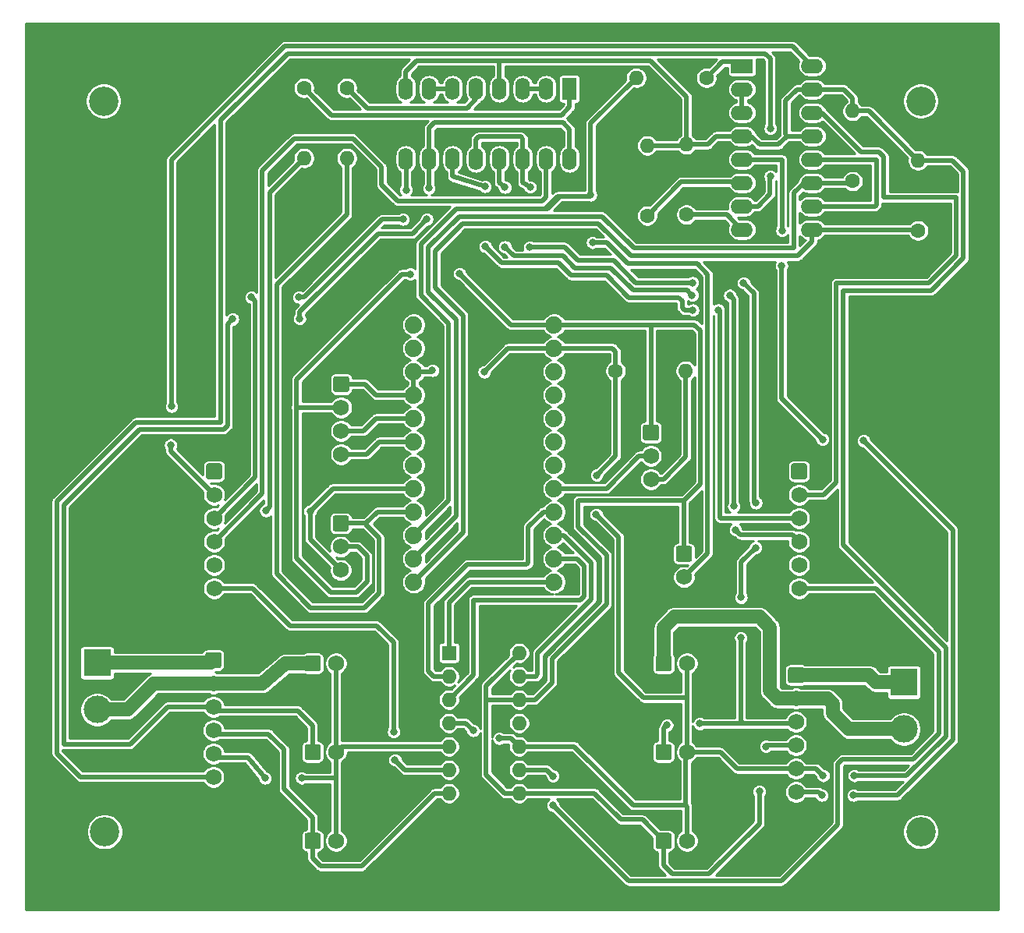
<source format=gbr>
%TF.GenerationSoftware,KiCad,Pcbnew,5.1.7-a382d34a8~88~ubuntu18.04.1*%
%TF.CreationDate,2022-04-08T16:19:18-07:00*%
%TF.ProjectId,Kelly controller,4b656c6c-7920-4636-9f6e-74726f6c6c65,rev?*%
%TF.SameCoordinates,Original*%
%TF.FileFunction,Copper,L2,Bot*%
%TF.FilePolarity,Positive*%
%FSLAX46Y46*%
G04 Gerber Fmt 4.6, Leading zero omitted, Abs format (unit mm)*
G04 Created by KiCad (PCBNEW 5.1.7-a382d34a8~88~ubuntu18.04.1) date 2022-04-08 16:19:18*
%MOMM*%
%LPD*%
G01*
G04 APERTURE LIST*
%TA.AperFunction,ComponentPad*%
%ADD10O,1.600000X2.400000*%
%TD*%
%TA.AperFunction,ComponentPad*%
%ADD11R,1.600000X2.400000*%
%TD*%
%TA.AperFunction,ComponentPad*%
%ADD12C,1.740000*%
%TD*%
%TA.AperFunction,ComponentPad*%
%ADD13O,1.600000X1.600000*%
%TD*%
%TA.AperFunction,ComponentPad*%
%ADD14C,1.600000*%
%TD*%
%TA.AperFunction,ComponentPad*%
%ADD15R,1.600000X1.600000*%
%TD*%
%TA.AperFunction,ComponentPad*%
%ADD16O,2.400000X1.600000*%
%TD*%
%TA.AperFunction,ComponentPad*%
%ADD17R,2.400000X1.600000*%
%TD*%
%TA.AperFunction,ComponentPad*%
%ADD18C,3.000000*%
%TD*%
%TA.AperFunction,ComponentPad*%
%ADD19R,3.000000X3.000000*%
%TD*%
%TA.AperFunction,ComponentPad*%
%ADD20C,1.879600*%
%TD*%
%TA.AperFunction,ComponentPad*%
%ADD21C,3.200001*%
%TD*%
%TA.AperFunction,ViaPad*%
%ADD22C,0.838200*%
%TD*%
%TA.AperFunction,Conductor*%
%ADD23C,1.524000*%
%TD*%
%TA.AperFunction,Conductor*%
%ADD24C,0.508000*%
%TD*%
%TA.AperFunction,Conductor*%
%ADD25C,1.016000*%
%TD*%
%TA.AperFunction,NonConductor*%
%ADD26C,0.254000*%
%TD*%
%TA.AperFunction,NonConductor*%
%ADD27C,0.100000*%
%TD*%
G04 APERTURE END LIST*
D10*
%TO.P,U1,16*%
%TO.N,+12VA*%
X73482200Y-47574200D03*
%TO.P,U1,8*%
%TO.N,GND*%
X55702200Y-39954200D03*
%TO.P,U1,15*%
%TO.N,/FWD-A*%
X70942200Y-47574200D03*
%TO.P,U1,7*%
%TO.N,Net-(U1-Pad6)*%
X58242200Y-39954200D03*
%TO.P,U1,14*%
%TO.N,12V*%
X68402200Y-47574200D03*
%TO.P,U1,6*%
%TO.N,Net-(U1-Pad6)*%
X60782200Y-39954200D03*
%TO.P,U1,13*%
%TO.N,/FWD*%
X65862200Y-47574200D03*
%TO.P,U1,5*%
%TO.N,Net-(R4-Pad1)*%
X63322200Y-39954200D03*
%TO.P,U1,12*%
%TO.N,12V*%
X63322200Y-47574200D03*
%TO.P,U1,4*%
%TO.N,GND*%
X65862200Y-39954200D03*
%TO.P,U1,11*%
%TO.N,/REV*%
X60782200Y-47574200D03*
%TO.P,U1,3*%
%TO.N,Net-(U1-Pad2)*%
X68402200Y-39954200D03*
%TO.P,U1,10*%
%TO.N,+12VA*%
X58242200Y-47574200D03*
%TO.P,U1,2*%
%TO.N,Net-(U1-Pad2)*%
X70942200Y-39954200D03*
%TO.P,U1,9*%
%TO.N,/REV-A*%
X55702200Y-47574200D03*
D11*
%TO.P,U1,1*%
%TO.N,Net-(R3-Pad1)*%
X73482200Y-39954200D03*
%TD*%
D12*
%TO.P,J3,4*%
%TO.N,Net-(B1-Pad6)*%
X48691800Y-79654400D03*
%TO.P,J3,3*%
%TO.N,Net-(B1-Pad5)*%
X48691800Y-77114400D03*
%TO.P,J3,2*%
%TO.N,5V*%
X48691800Y-74574400D03*
%TO.P,J3,1*%
%TO.N,GND*%
%TA.AperFunction,ComponentPad*%
G36*
G01*
X48071799Y-71164400D02*
X49311801Y-71164400D01*
G75*
G02*
X49561800Y-71414399I0J-249999D01*
G01*
X49561800Y-72654401D01*
G75*
G02*
X49311801Y-72904400I-249999J0D01*
G01*
X48071799Y-72904400D01*
G75*
G02*
X47821800Y-72654401I0J249999D01*
G01*
X47821800Y-71414399D01*
G75*
G02*
X48071799Y-71164400I249999J0D01*
G01*
G37*
%TD.AperFunction*%
%TD*%
D13*
%TO.P,R8,2*%
%TO.N,Net-(R8-Pad2)*%
X86106000Y-70586600D03*
D14*
%TO.P,R8,1*%
%TO.N,GND*%
X78486000Y-70586600D03*
%TD*%
D13*
%TO.P,U3,14*%
%TO.N,5V*%
X68005800Y-101219000D03*
%TO.P,U3,7*%
%TO.N,+5VA*%
X60385800Y-116459000D03*
%TO.P,U3,13*%
%TO.N,Net-(B1-Pad15)*%
X68005800Y-103759000D03*
%TO.P,U3,6*%
%TO.N,/Throttle-A*%
X60385800Y-113919000D03*
%TO.P,U3,12*%
%TO.N,5V*%
X68005800Y-106299000D03*
%TO.P,U3,5*%
%TO.N,GNDA*%
X60385800Y-111379000D03*
%TO.P,U3,11*%
%TO.N,Net-(U3-Pad11)*%
X68005800Y-108839000D03*
%TO.P,U3,4*%
%TO.N,GND*%
X60385800Y-108839000D03*
%TO.P,U3,10*%
X68005800Y-111379000D03*
%TO.P,U3,3*%
%TO.N,Net-(B1-Pad14)*%
X60385800Y-106299000D03*
%TO.P,U3,9*%
%TO.N,/Throttle*%
X68005800Y-113919000D03*
%TO.P,U3,2*%
%TO.N,Net-(B1-Pad16)*%
X60385800Y-103759000D03*
%TO.P,U3,8*%
%TO.N,5V*%
X68005800Y-116459000D03*
D15*
%TO.P,U3,1*%
%TO.N,Net-(B1-Pad13)*%
X60385800Y-101219000D03*
%TD*%
D16*
%TO.P,U2,16*%
%TO.N,/Brake-A*%
X99822000Y-37465000D03*
%TO.P,U2,8*%
%TO.N,Net-(R2-Pad1)*%
X92202000Y-55245000D03*
%TO.P,U2,15*%
%TO.N,GND*%
X99822000Y-40005000D03*
%TO.P,U2,7*%
%TO.N,/Meter-A*%
X92202000Y-52705000D03*
%TO.P,U2,14*%
%TO.N,/Brake*%
X99822000Y-42545000D03*
%TO.P,U2,6*%
%TO.N,Net-(R1-Pad1)*%
X92202000Y-50165000D03*
%TO.P,U2,13*%
%TO.N,GND*%
X99822000Y-45085000D03*
%TO.P,U2,5*%
%TO.N,/Meter*%
X92202000Y-47625000D03*
%TO.P,U2,12*%
%TO.N,/VCC*%
X99822000Y-47625000D03*
%TO.P,U2,4*%
%TO.N,GND*%
X92202000Y-45085000D03*
%TO.P,U2,11*%
%TO.N,/8-Meter*%
X99822000Y-50165000D03*
%TO.P,U2,3*%
%TO.N,Net-(U2-Pad2)*%
X92202000Y-42545000D03*
%TO.P,U2,10*%
%TO.N,/VCC*%
X99822000Y-52705000D03*
%TO.P,U2,2*%
%TO.N,Net-(U2-Pad2)*%
X92202000Y-40005000D03*
%TO.P,U2,9*%
%TO.N,/9-Meter*%
X99822000Y-55245000D03*
D17*
%TO.P,U2,1*%
%TO.N,Net-(R5-Pad1)*%
X92202000Y-37465000D03*
%TD*%
D18*
%TO.P,SW5,2*%
%TO.N,+48VA*%
X22199600Y-107391200D03*
D19*
%TO.P,SW5,1*%
%TO.N,/PWR-A*%
X22199600Y-102311200D03*
%TD*%
D12*
%TO.P,SW2,2*%
%TO.N,/10-CS*%
X85902800Y-92989400D03*
%TO.P,SW2,1*%
%TO.N,5V*%
%TA.AperFunction,ComponentPad*%
G36*
G01*
X85282799Y-89579400D02*
X86522801Y-89579400D01*
G75*
G02*
X86772800Y-89829399I0J-249999D01*
G01*
X86772800Y-91069401D01*
G75*
G02*
X86522801Y-91319400I-249999J0D01*
G01*
X85282799Y-91319400D01*
G75*
G02*
X85032800Y-91069401I0J249999D01*
G01*
X85032800Y-89829399D01*
G75*
G02*
X85282799Y-89579400I249999J0D01*
G01*
G37*
%TD.AperFunction*%
%TD*%
%TO.P,RV1,3*%
%TO.N,Net-(R8-Pad2)*%
X82321400Y-82372200D03*
%TO.P,RV1,2*%
%TO.N,Net-(B1-Pad17)*%
X82321400Y-79832200D03*
%TO.P,RV1,1*%
%TO.N,5V*%
%TA.AperFunction,ComponentPad*%
G36*
G01*
X81701399Y-76422200D02*
X82941401Y-76422200D01*
G75*
G02*
X83191400Y-76672199I0J-249999D01*
G01*
X83191400Y-77912201D01*
G75*
G02*
X82941401Y-78162200I-249999J0D01*
G01*
X81701399Y-78162200D01*
G75*
G02*
X81451400Y-77912201I0J249999D01*
G01*
X81451400Y-76672199D01*
G75*
G02*
X81701399Y-76422200I249999J0D01*
G01*
G37*
%TD.AperFunction*%
%TD*%
D13*
%TO.P,R7,2*%
%TO.N,GND*%
X111328200Y-47726600D03*
D14*
%TO.P,R7,1*%
%TO.N,/9-Meter*%
X111328200Y-55346600D03*
%TD*%
D13*
%TO.P,R6,2*%
%TO.N,GND*%
X104216200Y-42367200D03*
D14*
%TO.P,R6,1*%
%TO.N,/8-Meter*%
X104216200Y-49987200D03*
%TD*%
D13*
%TO.P,R5,2*%
%TO.N,/10-CS*%
X80721200Y-38760400D03*
D14*
%TO.P,R5,1*%
%TO.N,Net-(R5-Pad1)*%
X88341200Y-38760400D03*
%TD*%
D13*
%TO.P,R4,2*%
%TO.N,/6-Reverse*%
X49301400Y-47472600D03*
D14*
%TO.P,R4,1*%
%TO.N,Net-(R4-Pad1)*%
X49301400Y-39852600D03*
%TD*%
D13*
%TO.P,R3,2*%
%TO.N,/5-Forward*%
X44653200Y-47472600D03*
D14*
%TO.P,R3,1*%
%TO.N,Net-(R3-Pad1)*%
X44653200Y-39852600D03*
%TD*%
D13*
%TO.P,R2,2*%
%TO.N,GND*%
X86182200Y-45999400D03*
D14*
%TO.P,R2,1*%
%TO.N,Net-(R2-Pad1)*%
X86182200Y-53619400D03*
%TD*%
D13*
%TO.P,R1,2*%
%TO.N,GND*%
X81915000Y-46101000D03*
D14*
%TO.P,R1,1*%
%TO.N,Net-(R1-Pad1)*%
X81915000Y-53721000D03*
%TD*%
D12*
%TO.P,J12,6*%
%TO.N,/Meter-A*%
X34823400Y-114706400D03*
%TO.P,J12,5*%
%TO.N,GNDA*%
X34823400Y-112166400D03*
%TO.P,J12,4*%
%TO.N,+5VA*%
X34823400Y-109626400D03*
%TO.P,J12,3*%
%TO.N,+12VA*%
X34823400Y-107086400D03*
%TO.P,J12,2*%
%TO.N,+48VA*%
X34823400Y-104546400D03*
%TO.P,J12,1*%
%TO.N,/PWR-A*%
%TA.AperFunction,ComponentPad*%
G36*
G01*
X34203399Y-101136400D02*
X35443401Y-101136400D01*
G75*
G02*
X35693400Y-101386399I0J-249999D01*
G01*
X35693400Y-102626401D01*
G75*
G02*
X35443401Y-102876400I-249999J0D01*
G01*
X34203399Y-102876400D01*
G75*
G02*
X33953400Y-102626401I0J249999D01*
G01*
X33953400Y-101386399D01*
G75*
G02*
X34203399Y-101136400I249999J0D01*
G01*
G37*
%TD.AperFunction*%
%TD*%
%TO.P,J11,6*%
%TO.N,/Throttle-A*%
X34899600Y-94208600D03*
%TO.P,J11,5*%
%TO.N,/Brake_AN-A*%
X34899600Y-91668600D03*
%TO.P,J11,4*%
%TO.N,/FWD-A*%
X34899600Y-89128600D03*
%TO.P,J11,3*%
%TO.N,/REV-A*%
X34899600Y-86588600D03*
%TO.P,J11,2*%
%TO.N,/Brake-A*%
X34899600Y-84048600D03*
%TO.P,J11,1*%
%TO.N,/Foot_SW-A*%
%TA.AperFunction,ComponentPad*%
G36*
G01*
X34279599Y-80638600D02*
X35519601Y-80638600D01*
G75*
G02*
X35769600Y-80888599I0J-249999D01*
G01*
X35769600Y-82128601D01*
G75*
G02*
X35519601Y-82378600I-249999J0D01*
G01*
X34279599Y-82378600D01*
G75*
G02*
X34029600Y-82128601I0J249999D01*
G01*
X34029600Y-80888599D01*
G75*
G02*
X34279599Y-80638600I249999J0D01*
G01*
G37*
%TD.AperFunction*%
%TD*%
%TO.P,J10,2*%
%TO.N,GNDA*%
X48133000Y-102362000D03*
%TO.P,J10,1*%
%TO.N,+48VA*%
%TA.AperFunction,ComponentPad*%
G36*
G01*
X44723000Y-102982001D02*
X44723000Y-101741999D01*
G75*
G02*
X44972999Y-101492000I249999J0D01*
G01*
X46213001Y-101492000D01*
G75*
G02*
X46463000Y-101741999I0J-249999D01*
G01*
X46463000Y-102982001D01*
G75*
G02*
X46213001Y-103232000I-249999J0D01*
G01*
X44972999Y-103232000D01*
G75*
G02*
X44723000Y-102982001I0J249999D01*
G01*
G37*
%TD.AperFunction*%
%TD*%
%TO.P,J9,2*%
%TO.N,GNDA*%
X48133000Y-121640600D03*
%TO.P,J9,1*%
%TO.N,+5VA*%
%TA.AperFunction,ComponentPad*%
G36*
G01*
X44723000Y-122260601D02*
X44723000Y-121020599D01*
G75*
G02*
X44972999Y-120770600I249999J0D01*
G01*
X46213001Y-120770600D01*
G75*
G02*
X46463000Y-121020599I0J-249999D01*
G01*
X46463000Y-122260601D01*
G75*
G02*
X46213001Y-122510600I-249999J0D01*
G01*
X44972999Y-122510600D01*
G75*
G02*
X44723000Y-122260601I0J249999D01*
G01*
G37*
%TD.AperFunction*%
%TD*%
%TO.P,J8,2*%
%TO.N,GNDA*%
X48133000Y-112001300D03*
%TO.P,J8,1*%
%TO.N,+12VA*%
%TA.AperFunction,ComponentPad*%
G36*
G01*
X44723000Y-112621301D02*
X44723000Y-111381299D01*
G75*
G02*
X44972999Y-111131300I249999J0D01*
G01*
X46213001Y-111131300D01*
G75*
G02*
X46463000Y-111381299I0J-249999D01*
G01*
X46463000Y-112621301D01*
G75*
G02*
X46213001Y-112871300I-249999J0D01*
G01*
X44972999Y-112871300D01*
G75*
G02*
X44723000Y-112621301I0J249999D01*
G01*
G37*
%TD.AperFunction*%
%TD*%
D20*
%TO.P,B1,24*%
%TO.N,5V*%
X71805800Y-65582800D03*
%TO.P,B1,23*%
%TO.N,GND*%
X71805800Y-68122800D03*
%TO.P,B1,22*%
%TO.N,Net-(B1-Pad22)*%
X71805800Y-70662800D03*
%TO.P,B1,21*%
%TO.N,Net-(B1-Pad21)*%
X71805800Y-73202800D03*
%TO.P,B1,20*%
%TO.N,Net-(B1-Pad20)*%
X71805800Y-75742800D03*
%TO.P,B1,19*%
%TO.N,Net-(B1-Pad19)*%
X71805800Y-78282800D03*
%TO.P,B1,18*%
%TO.N,Net-(B1-Pad18)*%
X71805800Y-80822800D03*
%TO.P,B1,17*%
%TO.N,Net-(B1-Pad17)*%
X71805800Y-83362800D03*
%TO.P,B1,16*%
%TO.N,Net-(B1-Pad16)*%
X71805800Y-85902800D03*
%TO.P,B1,15*%
%TO.N,Net-(B1-Pad15)*%
X71805800Y-88442800D03*
%TO.P,B1,14*%
%TO.N,Net-(B1-Pad14)*%
X71805800Y-90982800D03*
%TO.P,B1,13*%
%TO.N,Net-(B1-Pad13)*%
X71805800Y-93522800D03*
%TO.P,B1,12*%
%TO.N,/9-Meter*%
X56565800Y-93522800D03*
%TO.P,B1,11*%
%TO.N,/8-Meter*%
X56565800Y-90982800D03*
%TO.P,B1,10*%
%TO.N,/10-CS*%
X56565800Y-88442800D03*
%TO.P,B1,9*%
%TO.N,/6-Reverse*%
X56565800Y-85902800D03*
%TO.P,B1,8*%
%TO.N,/5-Forward*%
X56565800Y-83362800D03*
%TO.P,B1,7*%
%TO.N,Net-(B1-Pad7)*%
X56565800Y-80822800D03*
%TO.P,B1,6*%
%TO.N,Net-(B1-Pad6)*%
X56565800Y-78282800D03*
%TO.P,B1,5*%
%TO.N,Net-(B1-Pad5)*%
X56565800Y-75742800D03*
%TO.P,B1,4*%
%TO.N,GND*%
X56565800Y-73202800D03*
%TO.P,B1,3*%
X56565800Y-70662800D03*
%TO.P,B1,2*%
%TO.N,Net-(B1-Pad2)*%
X56565800Y-68122800D03*
%TO.P,B1,1*%
%TO.N,Net-(B1-Pad1)*%
X56565800Y-65582800D03*
%TD*%
D12*
%TO.P,J2,6*%
%TO.N,/Meter*%
X98069400Y-116332000D03*
%TO.P,J2,5*%
%TO.N,GND*%
X98069400Y-113792000D03*
%TO.P,J2,4*%
%TO.N,5V*%
X98069400Y-111252000D03*
%TO.P,J2,3*%
%TO.N,12V*%
X98069400Y-108712000D03*
%TO.P,J2,2*%
%TO.N,+48V*%
X98069400Y-106172000D03*
%TO.P,J2,1*%
%TO.N,/PWR*%
%TA.AperFunction,ComponentPad*%
G36*
G01*
X97449399Y-102762000D02*
X98689401Y-102762000D01*
G75*
G02*
X98939400Y-103011999I0J-249999D01*
G01*
X98939400Y-104252001D01*
G75*
G02*
X98689401Y-104502000I-249999J0D01*
G01*
X97449399Y-104502000D01*
G75*
G02*
X97199400Y-104252001I0J249999D01*
G01*
X97199400Y-103011999D01*
G75*
G02*
X97449399Y-102762000I249999J0D01*
G01*
G37*
%TD.AperFunction*%
%TD*%
%TO.P,J1,6*%
%TO.N,/Throttle*%
X98399600Y-94208600D03*
%TO.P,J1,5*%
%TO.N,/Brake_AN*%
X98399600Y-91668600D03*
%TO.P,J1,4*%
%TO.N,/FWD*%
X98399600Y-89128600D03*
%TO.P,J1,3*%
%TO.N,/REV*%
X98399600Y-86588600D03*
%TO.P,J1,2*%
%TO.N,/Brake*%
X98399600Y-84048600D03*
%TO.P,J1,1*%
%TO.N,/Foot_SW*%
%TA.AperFunction,ComponentPad*%
G36*
G01*
X97779599Y-80638600D02*
X99019601Y-80638600D01*
G75*
G02*
X99269600Y-80888599I0J-249999D01*
G01*
X99269600Y-82128601D01*
G75*
G02*
X99019601Y-82378600I-249999J0D01*
G01*
X97779599Y-82378600D01*
G75*
G02*
X97529600Y-82128601I0J249999D01*
G01*
X97529600Y-80888599D01*
G75*
G02*
X97779599Y-80638600I249999J0D01*
G01*
G37*
%TD.AperFunction*%
%TD*%
D21*
%TO.P,H1,1*%
%TO.N,N/C*%
X111607600Y-41275000D03*
%TD*%
%TO.P,H2,1*%
%TO.N,N/C*%
X111607600Y-120650000D03*
%TD*%
%TO.P,H3,1*%
%TO.N,N/C*%
X23012400Y-120650000D03*
%TD*%
%TO.P,H4,1*%
%TO.N,N/C*%
X22885400Y-41275000D03*
%TD*%
%TO.P,J5,1*%
%TO.N,+48V*%
%TA.AperFunction,ComponentPad*%
G36*
G01*
X82823000Y-102982001D02*
X82823000Y-101741999D01*
G75*
G02*
X83072999Y-101492000I249999J0D01*
G01*
X84313001Y-101492000D01*
G75*
G02*
X84563000Y-101741999I0J-249999D01*
G01*
X84563000Y-102982001D01*
G75*
G02*
X84313001Y-103232000I-249999J0D01*
G01*
X83072999Y-103232000D01*
G75*
G02*
X82823000Y-102982001I0J249999D01*
G01*
G37*
%TD.AperFunction*%
D12*
%TO.P,J5,2*%
%TO.N,GND*%
X86233000Y-102362000D03*
%TD*%
%TO.P,J6,2*%
%TO.N,GND*%
X86233000Y-112001300D03*
%TO.P,J6,1*%
%TO.N,12V*%
%TA.AperFunction,ComponentPad*%
G36*
G01*
X82823000Y-112621301D02*
X82823000Y-111381299D01*
G75*
G02*
X83072999Y-111131300I249999J0D01*
G01*
X84313001Y-111131300D01*
G75*
G02*
X84563000Y-111381299I0J-249999D01*
G01*
X84563000Y-112621301D01*
G75*
G02*
X84313001Y-112871300I-249999J0D01*
G01*
X83072999Y-112871300D01*
G75*
G02*
X82823000Y-112621301I0J249999D01*
G01*
G37*
%TD.AperFunction*%
%TD*%
%TO.P,J7,1*%
%TO.N,5V*%
%TA.AperFunction,ComponentPad*%
G36*
G01*
X82823000Y-122260601D02*
X82823000Y-121020599D01*
G75*
G02*
X83072999Y-120770600I249999J0D01*
G01*
X84313001Y-120770600D01*
G75*
G02*
X84563000Y-121020599I0J-249999D01*
G01*
X84563000Y-122260601D01*
G75*
G02*
X84313001Y-122510600I-249999J0D01*
G01*
X83072999Y-122510600D01*
G75*
G02*
X82823000Y-122260601I0J249999D01*
G01*
G37*
%TD.AperFunction*%
%TO.P,J7,2*%
%TO.N,GND*%
X86233000Y-121640600D03*
%TD*%
%TO.P,SW1,3*%
%TO.N,/5-Forward*%
X48641000Y-92227400D03*
%TO.P,SW1,2*%
%TO.N,5V*%
X48641000Y-89687400D03*
%TO.P,SW1,1*%
%TO.N,/6-Reverse*%
%TA.AperFunction,ComponentPad*%
G36*
G01*
X48020999Y-86277400D02*
X49261001Y-86277400D01*
G75*
G02*
X49511000Y-86527399I0J-249999D01*
G01*
X49511000Y-87767401D01*
G75*
G02*
X49261001Y-88017400I-249999J0D01*
G01*
X48020999Y-88017400D01*
G75*
G02*
X47771000Y-87767401I0J249999D01*
G01*
X47771000Y-86527399D01*
G75*
G02*
X48020999Y-86277400I249999J0D01*
G01*
G37*
%TD.AperFunction*%
%TD*%
D18*
%TO.P,SW4,2*%
%TO.N,+48V*%
X109778800Y-109499400D03*
D19*
%TO.P,SW4,1*%
%TO.N,/PWR*%
X109778800Y-104419400D03*
%TD*%
D22*
%TO.N,12V*%
X84048600Y-109067600D03*
X87630000Y-108915200D03*
X69189600Y-50622200D03*
X86817200Y-61010800D03*
X92379800Y-61036200D03*
X93726000Y-84937600D03*
X93675200Y-89789000D03*
X92100400Y-95199200D03*
X92075000Y-99593400D03*
%TO.N,5V*%
X94792800Y-111379000D03*
X94081600Y-116281200D03*
X56184800Y-60071000D03*
X61544200Y-60020200D03*
%TO.N,/Meter*%
X100939600Y-78028800D03*
%TO.N,/Throttle*%
X71678800Y-114604800D03*
X71678800Y-117779800D03*
%TO.N,/REV*%
X64287400Y-50571400D03*
X64338200Y-57073800D03*
X86868000Y-63982600D03*
X89611200Y-63982600D03*
%TO.N,/FWD*%
X66471800Y-50647600D03*
X66471800Y-57124600D03*
X86791800Y-62357000D03*
X90881200Y-62382400D03*
X91313000Y-85293200D03*
X91490800Y-87858600D03*
%TO.N,GND*%
X65836800Y-110515400D03*
X63004700Y-109664500D03*
%TO.N,/Meter*%
X105410000Y-78181200D03*
X100863400Y-116687600D03*
X104317800Y-116687600D03*
%TO.N,GND*%
X76428600Y-81915000D03*
X76377800Y-86182200D03*
X58597800Y-70535800D03*
X64211200Y-70713600D03*
%TO.N,12V*%
X69148346Y-57140452D03*
%TO.N,/Meter*%
X96494600Y-59156600D03*
X96545400Y-55346600D03*
%TO.N,GND*%
X101015800Y-114554000D03*
X104394000Y-114554000D03*
%TO.N,GNDA*%
X44399200Y-114808000D03*
X40411400Y-114833400D03*
%TO.N,+12VA*%
X58216800Y-50749200D03*
X57988200Y-54127400D03*
X36906200Y-64973200D03*
X44170602Y-64922400D03*
%TO.N,/Throttle-A*%
X54381400Y-109804200D03*
X54533800Y-112852200D03*
%TO.N,/REV-A*%
X55397400Y-54127400D03*
X55727600Y-50927000D03*
X44119803Y-62585603D03*
X38938197Y-62585603D03*
%TO.N,/Brake-A*%
X30276800Y-74447400D03*
X30175200Y-78638400D03*
%TO.N,/Meter-A*%
X95275400Y-49453800D03*
X95275400Y-44246800D03*
%TO.N,/10-CS*%
X75768200Y-51485800D03*
X75971400Y-56642000D03*
%TO.N,/5-Forward*%
X40513000Y-85775800D03*
X45313600Y-85826600D03*
%TD*%
D23*
%TO.N,+48V*%
X109778800Y-109499400D02*
X103784400Y-109499400D01*
X103784400Y-109499400D02*
X102057200Y-107772200D01*
X102057200Y-107772200D02*
X102057200Y-106756200D01*
X101473000Y-106172000D02*
X98069400Y-106172000D01*
X102057200Y-106756200D02*
X101473000Y-106172000D01*
X83693000Y-98475800D02*
X83693000Y-102362000D01*
X96037400Y-106172000D02*
X95224600Y-105359200D01*
X98069400Y-106172000D02*
X96037400Y-106172000D01*
X95224600Y-105359200D02*
X95224600Y-98425000D01*
X95224600Y-98425000D02*
X94081600Y-97282000D01*
X94081600Y-97282000D02*
X84886800Y-97282000D01*
X84886800Y-97282000D02*
X83693000Y-98475800D01*
D24*
%TO.N,12V*%
X68402200Y-45364400D02*
X68402200Y-47574200D01*
X68199000Y-45161200D02*
X68402200Y-45364400D01*
X63601600Y-45161200D02*
X68199000Y-45161200D01*
X63322200Y-47574200D02*
X63322200Y-45440600D01*
X63322200Y-45440600D02*
X63601600Y-45161200D01*
X83693000Y-112001300D02*
X83693000Y-109423200D01*
X83693000Y-109423200D02*
X84048600Y-109067600D01*
X97866200Y-108915200D02*
X98069400Y-108712000D01*
X68402200Y-50139600D02*
X68402200Y-47574200D01*
X69189600Y-50622200D02*
X68402200Y-50139600D01*
X92379800Y-61036200D02*
X93522800Y-62179200D01*
X93522800Y-62179200D02*
X93522800Y-84734400D01*
X93522800Y-84734400D02*
X93726000Y-84937600D01*
X93675200Y-89789000D02*
X92100400Y-91363800D01*
X92100400Y-91363800D02*
X92100400Y-95199200D01*
X92075000Y-108635800D02*
X92354400Y-108915200D01*
X92075000Y-99593400D02*
X92075000Y-108635800D01*
X87630000Y-108915200D02*
X92354400Y-108915200D01*
X92354400Y-108915200D02*
X97866200Y-108915200D01*
%TO.N,5V*%
X82321400Y-68605400D02*
X82321400Y-65684400D01*
X82321400Y-77292200D02*
X82321400Y-68605400D01*
X98069400Y-111252000D02*
X94919800Y-111252000D01*
X94919800Y-111252000D02*
X94792800Y-111379000D01*
X94081600Y-116281200D02*
X94081600Y-119761000D01*
X94081600Y-119761000D02*
X88620600Y-125222000D01*
X88620600Y-125222000D02*
X84607400Y-125222000D01*
X83693000Y-124307600D02*
X83693000Y-121640600D01*
X84607400Y-125222000D02*
X83693000Y-124307600D01*
X79070200Y-119329200D02*
X81381600Y-119329200D01*
X81381600Y-119329200D02*
X83693000Y-121640600D01*
X68005800Y-116459000D02*
X76200000Y-116459000D01*
X76200000Y-116459000D02*
X79070200Y-119329200D01*
X50495200Y-89687400D02*
X48641000Y-89687400D01*
X51511200Y-90703400D02*
X50495200Y-89687400D01*
X47523400Y-94640400D02*
X50317400Y-94640400D01*
X43840400Y-90957400D02*
X47523400Y-94640400D01*
X51511200Y-93446600D02*
X51511200Y-90703400D01*
X50317400Y-94640400D02*
X51511200Y-93446600D01*
X43853100Y-74574400D02*
X43840400Y-74561700D01*
X48691800Y-74574400D02*
X43853100Y-74574400D01*
X67106800Y-65582800D02*
X61544200Y-60020200D01*
X71805800Y-65582800D02*
X67106800Y-65582800D01*
X43815000Y-74536300D02*
X43853100Y-74574400D01*
X56184800Y-60071000D02*
X55295800Y-60071000D01*
X43840400Y-71526400D02*
X43840400Y-75057000D01*
X55295800Y-60071000D02*
X43840400Y-71526400D01*
X43840400Y-74561700D02*
X43840400Y-75057000D01*
X43840400Y-75057000D02*
X43840400Y-90957400D01*
%TO.N,/Throttle*%
X68005800Y-113919000D02*
X70993000Y-113919000D01*
X70993000Y-113919000D02*
X71678800Y-114604800D01*
%TO.N,/REV*%
X60782200Y-49479200D02*
X60782200Y-47574200D01*
X64287400Y-50571400D02*
X60782200Y-49479200D01*
X89611200Y-64058800D02*
X89611200Y-63982600D01*
X89763600Y-64211200D02*
X89611200Y-64058800D01*
X89763600Y-86487000D02*
X89763600Y-64211200D01*
X98399600Y-86588600D02*
X89865200Y-86588600D01*
X89865200Y-86588600D02*
X89763600Y-86487000D01*
%TO.N,/FWD*%
X65862200Y-50139600D02*
X65862200Y-47574200D01*
X66471800Y-50647600D02*
X65862200Y-50139600D01*
X90881200Y-62382400D02*
X91313000Y-62814200D01*
X91313000Y-62814200D02*
X91313000Y-85293200D01*
X97663000Y-88392000D02*
X98399600Y-89128600D01*
X91490800Y-87858600D02*
X92024200Y-88392000D01*
X92024200Y-88392000D02*
X97663000Y-88392000D01*
D23*
%TO.N,/PWR*%
X98069400Y-103632000D02*
X105968800Y-103632000D01*
X105968800Y-103632000D02*
X106756200Y-104419400D01*
X106756200Y-104419400D02*
X109778800Y-104419400D01*
D24*
%TO.N,GND*%
X71805800Y-68122800D02*
X78130400Y-68122800D01*
X78486000Y-68478400D02*
X78486000Y-70586600D01*
X78130400Y-68122800D02*
X78486000Y-68478400D01*
X48691800Y-72034400D02*
X51308000Y-72034400D01*
X52476400Y-73202800D02*
X56565800Y-73202800D01*
X51308000Y-72034400D02*
X52476400Y-73202800D01*
X67142200Y-110515400D02*
X68005800Y-111379000D01*
X65836800Y-110515400D02*
X67142200Y-110515400D01*
X56565800Y-70662800D02*
X56565800Y-73202800D01*
X62179200Y-108839000D02*
X60385800Y-108839000D01*
X63004700Y-109664500D02*
X62179200Y-108839000D01*
X99847400Y-40030400D02*
X99822000Y-40005000D01*
X86182200Y-45999400D02*
X88493600Y-45999400D01*
X89408000Y-45085000D02*
X92202000Y-45085000D01*
X88493600Y-45999400D02*
X89408000Y-45085000D01*
X86080600Y-46101000D02*
X86182200Y-45999400D01*
X81915000Y-46101000D02*
X86080600Y-46101000D01*
X86080600Y-112153700D02*
X86233000Y-112001300D01*
X86080600Y-117754400D02*
X86080600Y-112153700D01*
X86233000Y-117906800D02*
X86080600Y-117754400D01*
X86233000Y-121640600D02*
X86233000Y-117906800D01*
X91643200Y-113792000D02*
X98069400Y-113792000D01*
X86233000Y-112001300D02*
X89852500Y-112001300D01*
X89852500Y-112001300D02*
X91643200Y-113792000D01*
X65735200Y-36880800D02*
X65862200Y-37007800D01*
X56896000Y-36880800D02*
X65735200Y-36880800D01*
X65862200Y-37007800D02*
X65862200Y-39954200D01*
X55702200Y-39954200D02*
X55702200Y-38074600D01*
X55702200Y-38074600D02*
X56896000Y-36880800D01*
X80365600Y-117754400D02*
X86080600Y-117754400D01*
X68005800Y-111379000D02*
X73990200Y-111379000D01*
X73990200Y-111379000D02*
X80365600Y-117754400D01*
X97104200Y-45085000D02*
X99822000Y-45085000D01*
X96189800Y-45999400D02*
X97104200Y-45085000D01*
X94081600Y-45999400D02*
X96189800Y-45999400D01*
X92202000Y-45085000D02*
X93167200Y-45085000D01*
X93167200Y-45085000D02*
X94081600Y-45999400D01*
%TO.N,Net-(B1-Pad16)*%
X70637400Y-85902800D02*
X71805800Y-85902800D01*
X69011800Y-91440000D02*
X69011800Y-87528400D01*
X69011800Y-87528400D02*
X70637400Y-85902800D01*
X58750200Y-103759000D02*
X58166000Y-103174800D01*
X60385800Y-103759000D02*
X58750200Y-103759000D01*
X58166000Y-103174800D02*
X58166000Y-95859600D01*
X58166000Y-95859600D02*
X62407800Y-91617800D01*
X62407800Y-91617800D02*
X68834000Y-91617800D01*
X68834000Y-91617800D02*
X69011800Y-91440000D01*
%TO.N,Net-(B1-Pad15)*%
X71805800Y-88442800D02*
X72847200Y-88442800D01*
X72847200Y-88442800D02*
X75869800Y-91465400D01*
X75869800Y-91465400D02*
X75869800Y-95377000D01*
X75869800Y-95377000D02*
X70027800Y-101219000D01*
X70027800Y-101219000D02*
X70027800Y-103581200D01*
X69850000Y-103759000D02*
X68005800Y-103759000D01*
X70027800Y-103581200D02*
X69850000Y-103759000D01*
%TO.N,Net-(B1-Pad13)*%
X67970400Y-93522800D02*
X71805800Y-93522800D01*
X62611000Y-93522800D02*
X67970400Y-93522800D01*
X60385800Y-101219000D02*
X60385800Y-95748000D01*
X60385800Y-95748000D02*
X62611000Y-93522800D01*
%TO.N,/8-Meter*%
X99949000Y-50292000D02*
X99822000Y-50165000D01*
%TO.N,/6-Reverse*%
X48641000Y-87147400D02*
X51384200Y-87147400D01*
X52628800Y-85902800D02*
X56565800Y-85902800D01*
X51384200Y-87147400D02*
X52628800Y-85902800D01*
%TO.N,Net-(B1-Pad6)*%
X48691800Y-79654400D02*
X51460400Y-79654400D01*
X52832000Y-78282800D02*
X56565800Y-78282800D01*
X51460400Y-79654400D02*
X52832000Y-78282800D01*
%TO.N,Net-(B1-Pad5)*%
X48691800Y-77114400D02*
X51130200Y-77114400D01*
X52501800Y-75742800D02*
X56565800Y-75742800D01*
X51130200Y-77114400D02*
X52501800Y-75742800D01*
%TO.N,5V*%
X66446400Y-116459000D02*
X68005800Y-116459000D01*
X64414400Y-114427000D02*
X66446400Y-116459000D01*
X64414400Y-106299000D02*
X64414400Y-114427000D01*
X64414400Y-106299000D02*
X68005800Y-106299000D01*
X68005800Y-101219000D02*
X64414400Y-104810400D01*
X64414400Y-104810400D02*
X64414400Y-106299000D01*
X79298800Y-65582800D02*
X71805800Y-65582800D01*
X87706200Y-66243200D02*
X87045800Y-65582800D01*
X87706200Y-82880200D02*
X87706200Y-66243200D01*
X87045800Y-65582800D02*
X79298800Y-65582800D01*
X85902800Y-84683600D02*
X87706200Y-82880200D01*
X85902800Y-90449400D02*
X85902800Y-84683600D01*
X71577200Y-104444800D02*
X69723000Y-106299000D01*
X71577200Y-101854000D02*
X71577200Y-104444800D01*
X69723000Y-106299000D02*
X68005800Y-106299000D01*
X74447400Y-84683600D02*
X74422000Y-84709000D01*
X85902800Y-84683600D02*
X74447400Y-84683600D01*
X74422000Y-84709000D02*
X74422000Y-87528400D01*
X74422000Y-87528400D02*
X77495400Y-90601800D01*
X77495400Y-90601800D02*
X77495400Y-95935800D01*
X77495400Y-95935800D02*
X71577200Y-101854000D01*
%TO.N,/Meter*%
X98069400Y-116332000D02*
X100507800Y-116332000D01*
X100507800Y-116332000D02*
X100863400Y-116687600D01*
%TO.N,GND*%
X86233000Y-106095800D02*
X86233000Y-102362000D01*
X86233000Y-112001300D02*
X86233000Y-106095800D01*
X78486000Y-70586600D02*
X78486000Y-79857600D01*
X78486000Y-79857600D02*
X76428600Y-81915000D01*
X81534000Y-106095800D02*
X86233000Y-106095800D01*
X78816200Y-103378000D02*
X81534000Y-106095800D01*
X76377800Y-86182200D02*
X78816200Y-88620600D01*
X78816200Y-88620600D02*
X78816200Y-103378000D01*
X56565800Y-70662800D02*
X58470800Y-70662800D01*
X58470800Y-70662800D02*
X58597800Y-70535800D01*
X66802000Y-68122800D02*
X71805800Y-68122800D01*
X64211200Y-70713600D02*
X66802000Y-68122800D01*
%TO.N,*%
X111099600Y-41452800D02*
X112230970Y-41452800D01*
%TO.N,12V*%
X74396600Y-58572400D02*
X72964652Y-57140452D01*
X78257400Y-58572400D02*
X74396600Y-58572400D01*
X86817200Y-61010800D02*
X80695800Y-61010800D01*
X72964652Y-57140452D02*
X69148346Y-57140452D01*
X80695800Y-61010800D02*
X78257400Y-58572400D01*
%TO.N,/Meter*%
X105410000Y-78181200D02*
X115087420Y-87858620D01*
X115087420Y-87858620D02*
X115087420Y-110667780D01*
X109067600Y-116687600D02*
X104317800Y-116687600D01*
X115087420Y-110667780D02*
X109067600Y-116687600D01*
X100939600Y-78028800D02*
X96494600Y-73583800D01*
X96494600Y-73583800D02*
X96494600Y-59156600D01*
X92202000Y-47625000D02*
X96520000Y-47625000D01*
X96520000Y-47625000D02*
X96545400Y-47650400D01*
X96545400Y-47650400D02*
X96545400Y-55346600D01*
%TO.N,/Brake*%
X100888800Y-42545000D02*
X99822000Y-42545000D01*
X105156000Y-46812200D02*
X100888800Y-42545000D01*
X107594400Y-47320200D02*
X107086400Y-46812200D01*
X107594400Y-51765200D02*
X107594400Y-47320200D01*
X101092000Y-84048600D02*
X102438200Y-82702400D01*
X115493800Y-51765200D02*
X107594400Y-51765200D01*
X98399600Y-84048600D02*
X101092000Y-84048600D01*
X102438200Y-82702400D02*
X102438200Y-61061600D01*
X102438200Y-61061600D02*
X112471200Y-61061600D01*
X107086400Y-46812200D02*
X105156000Y-46812200D01*
X112471200Y-61061600D02*
X115493800Y-58039000D01*
X115493800Y-58039000D02*
X115493800Y-51765200D01*
%TO.N,/Throttle*%
X102616000Y-119862600D02*
X96494590Y-125984010D01*
X96494590Y-125984010D02*
X79883010Y-125984010D01*
X102616000Y-113284000D02*
X102616000Y-119862600D01*
X103124000Y-112776000D02*
X102616000Y-113284000D01*
X110769400Y-112776000D02*
X103124000Y-112776000D01*
X113563400Y-109982000D02*
X110769400Y-112776000D01*
X79883010Y-125984010D02*
X72097899Y-118198899D01*
X72097899Y-118198899D02*
X71678800Y-117779800D01*
X113563400Y-101066600D02*
X113563400Y-109982000D01*
X98399600Y-94208600D02*
X106705400Y-94208600D01*
X106705400Y-94208600D02*
X113563400Y-101066600D01*
%TO.N,/REV*%
X85953600Y-63982600D02*
X86868000Y-63982600D01*
X85699600Y-63017400D02*
X85699600Y-63728600D01*
X85293200Y-62611000D02*
X85699600Y-63017400D01*
X66116200Y-58851800D02*
X72288400Y-58851800D01*
X79933800Y-62611000D02*
X85293200Y-62611000D01*
X85699600Y-63728600D02*
X85953600Y-63982600D01*
X64338200Y-57073800D02*
X66116200Y-58851800D01*
X72288400Y-58851800D02*
X73660000Y-60223400D01*
X73660000Y-60223400D02*
X77546200Y-60223400D01*
X77546200Y-60223400D02*
X79933800Y-62611000D01*
%TO.N,/FWD*%
X86258400Y-61823600D02*
X80391000Y-61823600D01*
X86791800Y-62357000D02*
X86258400Y-61823600D01*
X80391000Y-61823600D02*
X77978000Y-59410600D01*
X77978000Y-59410600D02*
X74066400Y-59410600D01*
X74066400Y-59410600D02*
X72745600Y-58089800D01*
X67437000Y-58089800D02*
X66471800Y-57124600D01*
X72745600Y-58089800D02*
X67437000Y-58089800D01*
%TO.N,GND*%
X98069400Y-113792000D02*
X100253800Y-113792000D01*
X100253800Y-113792000D02*
X101015800Y-114554000D01*
X103251000Y-40005000D02*
X99822000Y-40005000D01*
X104216200Y-42367200D02*
X104216200Y-40970200D01*
X104216200Y-40970200D02*
X103251000Y-40005000D01*
X105968800Y-42367200D02*
X111328200Y-47726600D01*
X104216200Y-42367200D02*
X105968800Y-42367200D01*
X86182200Y-40792400D02*
X86182200Y-45999400D01*
X82270600Y-36880800D02*
X86182200Y-40792400D01*
X65862200Y-37007800D02*
X65989200Y-36880800D01*
X65989200Y-36880800D02*
X82270600Y-36880800D01*
X96926400Y-41249600D02*
X96926400Y-44907200D01*
X99822000Y-40005000D02*
X98171000Y-40005000D01*
X96926400Y-44907200D02*
X97104200Y-45085000D01*
X98171000Y-40005000D02*
X96926400Y-41249600D01*
X110069044Y-114554000D02*
X104394000Y-114554000D01*
X114325410Y-110297636D02*
X110069044Y-114554000D01*
X103200200Y-89509600D02*
X114325410Y-100634810D01*
X115062000Y-47726600D02*
X116255800Y-48920400D01*
X111328200Y-47726600D02*
X115062000Y-47726600D01*
X103200200Y-61874400D02*
X103200200Y-89509600D01*
X116255800Y-48920400D02*
X116255800Y-58369200D01*
X114325410Y-100634810D02*
X114325410Y-110297636D01*
X116255800Y-58369200D02*
X112750600Y-61874400D01*
X112750600Y-61874400D02*
X103200200Y-61874400D01*
%TO.N,/VCC*%
X106629200Y-52705000D02*
X99822000Y-52705000D01*
X106781600Y-52552600D02*
X106629200Y-52705000D01*
X106781600Y-47701200D02*
X106781600Y-52552600D01*
X99822000Y-47625000D02*
X106705400Y-47625000D01*
X106705400Y-47625000D02*
X106781600Y-47701200D01*
%TO.N,Net-(B1-Pad17)*%
X81026000Y-79832200D02*
X82321400Y-79832200D01*
X71805800Y-83362800D02*
X77495400Y-83362800D01*
X77495400Y-83362800D02*
X81026000Y-79832200D01*
%TO.N,Net-(B1-Pad14)*%
X63068200Y-103616600D02*
X63068200Y-95478600D01*
X74295000Y-90982800D02*
X71805800Y-90982800D01*
X63068200Y-95478600D02*
X74676000Y-95478600D01*
X60385800Y-106299000D02*
X63068200Y-103616600D01*
X74676000Y-95478600D02*
X75082400Y-95072200D01*
X75082400Y-95072200D02*
X75082400Y-91770200D01*
X75082400Y-91770200D02*
X74295000Y-90982800D01*
%TO.N,GNDA*%
X48755300Y-111379000D02*
X48133000Y-112001300D01*
X60385800Y-111379000D02*
X48755300Y-111379000D01*
X48133000Y-102362000D02*
X48133000Y-112001300D01*
X48056800Y-114808000D02*
X48133000Y-114884200D01*
X44399200Y-114808000D02*
X48056800Y-114808000D01*
X48133000Y-121640600D02*
X48133000Y-114884200D01*
X48133000Y-114884200D02*
X48133000Y-112001300D01*
X35230600Y-112573600D02*
X34823400Y-112166400D01*
X38558000Y-112573600D02*
X35230600Y-112573600D01*
X40411400Y-114833400D02*
X38558000Y-112573600D01*
%TO.N,+12VA*%
X43968200Y-107493600D02*
X35230600Y-107493600D01*
X35230600Y-107493600D02*
X34823400Y-107086400D01*
X45593000Y-112001300D02*
X45593000Y-109118400D01*
X45593000Y-109118400D02*
X43968200Y-107493600D01*
X58242200Y-47574200D02*
X58242200Y-50723800D01*
X58242200Y-50723800D02*
X58216800Y-50749200D01*
X44170602Y-64211198D02*
X44170602Y-64922400D01*
X52679600Y-55702200D02*
X44170602Y-64211198D01*
X57988200Y-54127400D02*
X56413400Y-55702200D01*
X56413400Y-55702200D02*
X52679600Y-55702200D01*
X29819600Y-107086400D02*
X34823400Y-107086400D01*
X36372800Y-65506600D02*
X36372800Y-76490236D01*
X18592811Y-85140789D02*
X18592811Y-111125000D01*
X36372800Y-76490236D02*
X35926435Y-76936601D01*
X18592811Y-111125000D02*
X25781000Y-111125000D01*
X35926435Y-76936601D02*
X26796999Y-76936601D01*
X25781000Y-111125000D02*
X29819600Y-107086400D01*
X36906200Y-64973200D02*
X36372800Y-65506600D01*
X26796999Y-76936601D02*
X18592811Y-85140789D01*
X73482200Y-44348400D02*
X73482200Y-47574200D01*
X72745600Y-43611800D02*
X73482200Y-44348400D01*
X58242200Y-47574200D02*
X58242200Y-44221400D01*
X58851800Y-43611800D02*
X72745600Y-43611800D01*
X58242200Y-44221400D02*
X58851800Y-43611800D01*
%TO.N,+5VA*%
X60385800Y-116459000D02*
X58851800Y-116459000D01*
X58851800Y-116459000D02*
X50927000Y-124383800D01*
X50927000Y-124383800D02*
X46431200Y-124383800D01*
X45593000Y-123545600D02*
X45593000Y-121640600D01*
X46431200Y-124383800D02*
X45593000Y-123545600D01*
X35230600Y-110033600D02*
X34823400Y-109626400D01*
X40818600Y-110033600D02*
X35230600Y-110033600D01*
X42494200Y-111709200D02*
X40818600Y-110033600D01*
X45593000Y-121640600D02*
X45593000Y-119100600D01*
X42494200Y-116001800D02*
X42494200Y-111709200D01*
X45593000Y-119100600D02*
X42494200Y-116001800D01*
D23*
%TO.N,+48VA*%
X42672000Y-102362000D02*
X40132000Y-104546400D01*
X45593000Y-102362000D02*
X42672000Y-102362000D01*
X34823400Y-104546400D02*
X40132000Y-104546400D01*
X22199600Y-107391200D02*
X25501600Y-107391200D01*
X28346400Y-104546400D02*
X34823400Y-104546400D01*
X25501600Y-107391200D02*
X28346400Y-104546400D01*
D24*
%TO.N,/Throttle-A*%
X55600600Y-113919000D02*
X60385800Y-113919000D01*
X54533800Y-112852200D02*
X55600600Y-113919000D01*
X54381400Y-100101400D02*
X54381400Y-109804200D01*
X52552600Y-98272600D02*
X54381400Y-100101400D01*
X43129200Y-98272600D02*
X52552600Y-98272600D01*
X34899600Y-94208600D02*
X39065200Y-94208600D01*
X39065200Y-94208600D02*
X43129200Y-98272600D01*
%TO.N,/FWD-A*%
X70942200Y-51689000D02*
X70942200Y-47574200D01*
X70485000Y-52146200D02*
X70942200Y-51689000D01*
X54838600Y-52146200D02*
X70485000Y-52146200D01*
X53060600Y-50368200D02*
X54838600Y-52146200D01*
X34899600Y-89128600D02*
X40131988Y-83896212D01*
X40131988Y-48844212D02*
X43611800Y-45364400D01*
X43611800Y-45364400D02*
X49987200Y-45364400D01*
X49987200Y-45364400D02*
X53060600Y-48437800D01*
X40131988Y-83896212D02*
X40131988Y-48844212D01*
X53060600Y-48437800D02*
X53060600Y-50368200D01*
%TO.N,/REV-A*%
X55727600Y-47599600D02*
X55702200Y-47574200D01*
X55727600Y-50927000D02*
X55727600Y-47599600D01*
X53136800Y-54127400D02*
X44678597Y-62585603D01*
X55397400Y-54127400D02*
X53136800Y-54127400D01*
X44678597Y-62585603D02*
X44119803Y-62585603D01*
X39357296Y-63004702D02*
X38938197Y-62585603D01*
X34899600Y-86588600D02*
X39357296Y-82130904D01*
X39357296Y-82130904D02*
X39357296Y-63004702D01*
%TO.N,/Brake-A*%
X34899600Y-84048600D02*
X30175200Y-79324200D01*
X30175200Y-79324200D02*
X30175200Y-78638400D01*
X30276800Y-47625000D02*
X30276800Y-74447400D01*
X99822000Y-37465000D02*
X97688400Y-35331400D01*
X42570400Y-35331400D02*
X30276800Y-47625000D01*
X97688400Y-35331400D02*
X42570400Y-35331400D01*
%TO.N,/Meter-A*%
X95250000Y-49479200D02*
X95275400Y-49453800D01*
X92202000Y-52705000D02*
X93929200Y-52705000D01*
X95250000Y-51384200D02*
X95250000Y-49479200D01*
X93929200Y-52705000D02*
X95250000Y-51384200D01*
X95275400Y-36663024D02*
X95275400Y-44246800D01*
X94731166Y-36118790D02*
X95275400Y-36663024D01*
X42860654Y-36118790D02*
X94731166Y-36118790D01*
X17830800Y-112151844D02*
X17830800Y-84759800D01*
X34823400Y-114706400D02*
X20385356Y-114706400D01*
X20385356Y-114706400D02*
X17830800Y-112151844D01*
X17830800Y-84759800D02*
X26416010Y-76174590D01*
X26416010Y-76174590D02*
X35610800Y-76174590D01*
X35610800Y-76174590D02*
X35610800Y-43368644D01*
X35610800Y-43368644D02*
X42860654Y-36118790D01*
D25*
%TO.N,/PWR-A*%
X34518600Y-102311200D02*
X34823400Y-102006400D01*
D23*
X22199600Y-102311200D02*
X34518600Y-102311200D01*
D24*
%TO.N,Net-(R1-Pad1)*%
X81915000Y-53721000D02*
X85598000Y-50038000D01*
X92075000Y-50038000D02*
X92202000Y-50165000D01*
X85598000Y-50038000D02*
X92075000Y-50038000D01*
%TO.N,Net-(R2-Pad1)*%
X90576400Y-53619400D02*
X92202000Y-55245000D01*
X86182200Y-53619400D02*
X90576400Y-53619400D01*
%TO.N,Net-(R3-Pad1)*%
X47625000Y-42824400D02*
X44653200Y-39852600D01*
X72593200Y-42824400D02*
X47625000Y-42824400D01*
X73482200Y-39954200D02*
X73482200Y-41935400D01*
X73482200Y-41935400D02*
X72593200Y-42824400D01*
%TO.N,Net-(R4-Pad1)*%
X63322200Y-41071800D02*
X63322200Y-39954200D01*
X62331600Y-42062400D02*
X63322200Y-41071800D01*
X49301400Y-39852600D02*
X51511200Y-42062400D01*
X51511200Y-42062400D02*
X62331600Y-42062400D01*
%TO.N,Net-(R5-Pad1)*%
X91744800Y-37007800D02*
X92202000Y-37465000D01*
X88341200Y-38760400D02*
X90093800Y-37007800D01*
X90093800Y-37007800D02*
X91744800Y-37007800D01*
%TO.N,Net-(U1-Pad6)*%
X58242200Y-39954200D02*
X60782200Y-39954200D01*
%TO.N,Net-(U1-Pad2)*%
X68402200Y-39954200D02*
X70942200Y-39954200D01*
%TO.N,Net-(U2-Pad2)*%
X92202000Y-40005000D02*
X92202000Y-42545000D01*
%TO.N,Net-(R8-Pad2)*%
X86106000Y-70586600D02*
X86106000Y-79959200D01*
X83693000Y-82372200D02*
X82321400Y-82372200D01*
X86106000Y-79959200D02*
X83693000Y-82372200D01*
%TO.N,/9-Meter*%
X111226600Y-55245000D02*
X111328200Y-55346600D01*
X99822000Y-55245000D02*
X111226600Y-55245000D01*
X99822000Y-56553000D02*
X99822000Y-55245000D01*
X98285200Y-58089800D02*
X99822000Y-56553000D01*
X80137000Y-58089800D02*
X98285200Y-58089800D01*
X61925200Y-88163400D02*
X61925200Y-64566800D01*
X56565800Y-93522800D02*
X61925200Y-88163400D01*
X76631800Y-54584600D02*
X80137000Y-58089800D01*
X61849000Y-54584600D02*
X76631800Y-54584600D01*
X58902600Y-61544200D02*
X58902600Y-57531000D01*
X61925200Y-64566800D02*
X58902600Y-61544200D01*
X58902600Y-57531000D02*
X61849000Y-54584600D01*
%TO.N,/8-Meter*%
X97840800Y-57251600D02*
X97840800Y-51257200D01*
X98933000Y-50165000D02*
X99822000Y-50165000D01*
X80452646Y-57251600D02*
X97840800Y-57251600D01*
X97840800Y-51257200D02*
X98933000Y-50165000D01*
X77023646Y-53822600D02*
X80452646Y-57251600D01*
X61163200Y-86385400D02*
X61163200Y-65049400D01*
X56565800Y-90982800D02*
X61163200Y-86385400D01*
X61493400Y-53822600D02*
X77023646Y-53822600D01*
X58140600Y-57175400D02*
X61493400Y-53822600D01*
X61163200Y-65049400D02*
X58140600Y-62026800D01*
X58140600Y-62026800D02*
X58140600Y-57175400D01*
X104038400Y-50165000D02*
X104216200Y-49987200D01*
X99822000Y-50165000D02*
X104038400Y-50165000D01*
%TO.N,/10-CS*%
X75768200Y-43713400D02*
X75768200Y-51485800D01*
X80721200Y-38760400D02*
X75768200Y-43713400D01*
X72161400Y-51638200D02*
X70840600Y-52959000D01*
X72415400Y-51638200D02*
X72161400Y-51638200D01*
X71069200Y-52984400D02*
X72415400Y-51638200D01*
X60350400Y-84658200D02*
X60350400Y-65430400D01*
X56565800Y-88442800D02*
X60350400Y-84658200D01*
X60350400Y-65430400D02*
X57353200Y-62433200D01*
X57353200Y-56794400D02*
X61163200Y-52984400D01*
X57353200Y-62433200D02*
X57353200Y-56794400D01*
X61163200Y-52984400D02*
X71069200Y-52984400D01*
X75615800Y-51638200D02*
X75768200Y-51485800D01*
X72415400Y-51638200D02*
X75615800Y-51638200D01*
X77520800Y-56642000D02*
X75971400Y-56642000D01*
X79832200Y-58953400D02*
X77520800Y-56642000D01*
X87325200Y-58953400D02*
X79832200Y-58953400D01*
X88468210Y-60096410D02*
X87325200Y-58953400D01*
X85902800Y-92989400D02*
X88468210Y-90423990D01*
X88468210Y-90423990D02*
X88468210Y-60096410D01*
%TO.N,/6-Reverse*%
X49301400Y-48603970D02*
X49301400Y-47472600D01*
X49301400Y-53619400D02*
X49301400Y-48603970D01*
X51384200Y-87274400D02*
X52832000Y-88722200D01*
X52832000Y-88722200D02*
X52832000Y-94716600D01*
X41706800Y-61214000D02*
X49301400Y-53619400D01*
X41706800Y-92659200D02*
X41706800Y-61214000D01*
X51384200Y-87147400D02*
X51384200Y-87274400D01*
X52832000Y-94716600D02*
X51231800Y-96316800D01*
X51231800Y-96316800D02*
X45364400Y-96316800D01*
X45364400Y-96316800D02*
X41706800Y-92659200D01*
%TO.N,/5-Forward*%
X56565800Y-83362800D02*
X56515000Y-83312000D01*
X40932099Y-51193701D02*
X40932099Y-85356701D01*
X40932099Y-85356701D02*
X40513000Y-85775800D01*
X44653200Y-47472600D02*
X40932099Y-51193701D01*
X47777400Y-83362800D02*
X45313600Y-85826600D01*
X45313600Y-88900000D02*
X45313600Y-85826600D01*
X48641000Y-92227400D02*
X45313600Y-88900000D01*
X56565800Y-83362800D02*
X47777400Y-83362800D01*
%TD*%
D26*
X120066601Y-129109000D02*
X14426400Y-129109000D01*
X14426400Y-120454889D01*
X21031400Y-120454889D01*
X21031400Y-120845111D01*
X21107529Y-121227836D01*
X21256861Y-121588355D01*
X21473657Y-121912814D01*
X21749586Y-122188743D01*
X22074045Y-122405539D01*
X22434564Y-122554871D01*
X22817289Y-122631000D01*
X23207511Y-122631000D01*
X23590236Y-122554871D01*
X23950755Y-122405539D01*
X24275214Y-122188743D01*
X24551143Y-121912814D01*
X24767939Y-121588355D01*
X24917271Y-121227836D01*
X24993400Y-120845111D01*
X24993400Y-120454889D01*
X24917271Y-120072164D01*
X24767939Y-119711645D01*
X24551143Y-119387186D01*
X24275214Y-119111257D01*
X23950755Y-118894461D01*
X23590236Y-118745129D01*
X23207511Y-118669000D01*
X22817289Y-118669000D01*
X22434564Y-118745129D01*
X22074045Y-118894461D01*
X21749586Y-119111257D01*
X21473657Y-119387186D01*
X21256861Y-119711645D01*
X21107529Y-120072164D01*
X21031400Y-120454889D01*
X14426400Y-120454889D01*
X14426400Y-84759800D01*
X17192729Y-84759800D01*
X17195801Y-84790991D01*
X17195800Y-112120663D01*
X17192729Y-112151844D01*
X17195800Y-112183025D01*
X17195800Y-112183035D01*
X17204988Y-112276325D01*
X17241298Y-112396023D01*
X17300263Y-112506337D01*
X17379615Y-112603029D01*
X17403850Y-112622918D01*
X19914291Y-115133360D01*
X19934171Y-115157585D01*
X19958395Y-115177465D01*
X19958399Y-115177469D01*
X20030862Y-115236938D01*
X20107684Y-115278000D01*
X20141176Y-115295902D01*
X20260874Y-115332212D01*
X20354164Y-115341400D01*
X20354167Y-115341400D01*
X20385356Y-115344472D01*
X20416545Y-115341400D01*
X33743128Y-115341400D01*
X33851685Y-115503866D01*
X34025934Y-115678115D01*
X34230829Y-115815022D01*
X34458497Y-115909325D01*
X34700187Y-115957400D01*
X34946613Y-115957400D01*
X35188303Y-115909325D01*
X35415971Y-115815022D01*
X35620866Y-115678115D01*
X35795115Y-115503866D01*
X35932022Y-115298971D01*
X36026325Y-115071303D01*
X36074400Y-114829613D01*
X36074400Y-114583187D01*
X36026325Y-114341497D01*
X35932022Y-114113829D01*
X35795115Y-113908934D01*
X35620866Y-113734685D01*
X35415971Y-113597778D01*
X35188303Y-113503475D01*
X34946613Y-113455400D01*
X34700187Y-113455400D01*
X34458497Y-113503475D01*
X34230829Y-113597778D01*
X34025934Y-113734685D01*
X33851685Y-113908934D01*
X33743128Y-114071400D01*
X20648382Y-114071400D01*
X18620168Y-112043187D01*
X33572400Y-112043187D01*
X33572400Y-112289613D01*
X33620475Y-112531303D01*
X33714778Y-112758971D01*
X33851685Y-112963866D01*
X34025934Y-113138115D01*
X34230829Y-113275022D01*
X34458497Y-113369325D01*
X34700187Y-113417400D01*
X34946613Y-113417400D01*
X35188303Y-113369325D01*
X35415971Y-113275022D01*
X35515378Y-113208600D01*
X38257549Y-113208600D01*
X39611300Y-114859193D01*
X39611300Y-114912203D01*
X39642048Y-115066780D01*
X39702361Y-115212389D01*
X39789922Y-115343434D01*
X39901366Y-115454878D01*
X40032411Y-115542439D01*
X40178020Y-115602752D01*
X40332597Y-115633500D01*
X40490203Y-115633500D01*
X40644780Y-115602752D01*
X40790389Y-115542439D01*
X40921434Y-115454878D01*
X41032878Y-115343434D01*
X41120439Y-115212389D01*
X41180752Y-115066780D01*
X41211500Y-114912203D01*
X41211500Y-114754597D01*
X41180752Y-114600020D01*
X41120439Y-114454411D01*
X41032878Y-114323366D01*
X40921434Y-114211922D01*
X40790389Y-114124361D01*
X40644780Y-114064048D01*
X40593257Y-114053799D01*
X39088584Y-112219195D01*
X39088537Y-112219106D01*
X39048201Y-112169956D01*
X39029205Y-112146795D01*
X39029138Y-112146728D01*
X39009185Y-112122415D01*
X38985028Y-112102590D01*
X38962941Y-112080489D01*
X38936801Y-112063011D01*
X38912494Y-112043063D01*
X38884935Y-112028332D01*
X38858959Y-112010964D01*
X38829918Y-111998925D01*
X38802180Y-111984098D01*
X38772265Y-111975023D01*
X38743410Y-111963061D01*
X38712583Y-111956919D01*
X38682482Y-111947788D01*
X38651377Y-111944725D01*
X38620738Y-111938620D01*
X38589298Y-111938610D01*
X38589192Y-111938600D01*
X38554905Y-111938600D01*
X38495655Y-111938582D01*
X38495564Y-111938600D01*
X36053596Y-111938600D01*
X36026325Y-111801497D01*
X35932022Y-111573829D01*
X35795115Y-111368934D01*
X35620866Y-111194685D01*
X35415971Y-111057778D01*
X35188303Y-110963475D01*
X34946613Y-110915400D01*
X34700187Y-110915400D01*
X34458497Y-110963475D01*
X34230829Y-111057778D01*
X34025934Y-111194685D01*
X33851685Y-111368934D01*
X33714778Y-111573829D01*
X33620475Y-111801497D01*
X33572400Y-112043187D01*
X18620168Y-112043187D01*
X18465800Y-111888820D01*
X18465800Y-111750045D01*
X18468329Y-111750812D01*
X18561619Y-111760000D01*
X18561620Y-111760000D01*
X18592811Y-111763072D01*
X18624003Y-111760000D01*
X25749819Y-111760000D01*
X25781000Y-111763071D01*
X25812181Y-111760000D01*
X25812192Y-111760000D01*
X25905482Y-111750812D01*
X26025180Y-111714502D01*
X26135494Y-111655537D01*
X26232185Y-111576185D01*
X26252074Y-111551950D01*
X28300837Y-109503187D01*
X33572400Y-109503187D01*
X33572400Y-109749613D01*
X33620475Y-109991303D01*
X33714778Y-110218971D01*
X33851685Y-110423866D01*
X34025934Y-110598115D01*
X34230829Y-110735022D01*
X34458497Y-110829325D01*
X34700187Y-110877400D01*
X34946613Y-110877400D01*
X35188303Y-110829325D01*
X35415971Y-110735022D01*
X35515378Y-110668600D01*
X40555576Y-110668600D01*
X41859201Y-111972226D01*
X41859200Y-115970619D01*
X41856129Y-116001800D01*
X41859200Y-116032981D01*
X41859200Y-116032991D01*
X41868388Y-116126281D01*
X41904698Y-116245979D01*
X41963663Y-116356293D01*
X42043015Y-116452985D01*
X42067250Y-116472874D01*
X44958001Y-119363626D01*
X44958000Y-120389234D01*
X44849538Y-120399917D01*
X44730821Y-120435929D01*
X44621411Y-120494410D01*
X44525512Y-120573112D01*
X44446810Y-120669011D01*
X44388329Y-120778421D01*
X44352317Y-120897138D01*
X44340157Y-121020599D01*
X44340157Y-122260601D01*
X44352317Y-122384062D01*
X44388329Y-122502779D01*
X44446810Y-122612189D01*
X44525512Y-122708088D01*
X44621411Y-122786790D01*
X44730821Y-122845271D01*
X44849538Y-122881283D01*
X44958000Y-122891966D01*
X44958000Y-123514419D01*
X44954929Y-123545600D01*
X44958000Y-123576781D01*
X44958000Y-123576791D01*
X44967188Y-123670081D01*
X45003498Y-123789779D01*
X45062463Y-123900093D01*
X45141815Y-123996785D01*
X45166050Y-124016674D01*
X45960134Y-124810760D01*
X45980015Y-124834985D01*
X46004239Y-124854865D01*
X46004243Y-124854869D01*
X46076706Y-124914338D01*
X46187020Y-124973302D01*
X46306718Y-125009612D01*
X46400008Y-125018800D01*
X46400011Y-125018800D01*
X46431200Y-125021872D01*
X46462389Y-125018800D01*
X50895819Y-125018800D01*
X50927000Y-125021871D01*
X50958181Y-125018800D01*
X50958192Y-125018800D01*
X51051482Y-125009612D01*
X51171180Y-124973302D01*
X51281494Y-124914337D01*
X51378185Y-124834985D01*
X51398074Y-124810750D01*
X59114826Y-117094000D01*
X59389718Y-117094000D01*
X59468458Y-117211843D01*
X59632957Y-117376342D01*
X59826387Y-117505588D01*
X60041315Y-117594614D01*
X60269482Y-117640000D01*
X60502118Y-117640000D01*
X60730285Y-117594614D01*
X60945213Y-117505588D01*
X61138643Y-117376342D01*
X61303142Y-117211843D01*
X61432388Y-117018413D01*
X61521414Y-116803485D01*
X61566800Y-116575318D01*
X61566800Y-116342682D01*
X61521414Y-116114515D01*
X61432388Y-115899587D01*
X61303142Y-115706157D01*
X61138643Y-115541658D01*
X60945213Y-115412412D01*
X60730285Y-115323386D01*
X60502118Y-115278000D01*
X60269482Y-115278000D01*
X60041315Y-115323386D01*
X59826387Y-115412412D01*
X59632957Y-115541658D01*
X59468458Y-115706157D01*
X59389718Y-115824000D01*
X58882989Y-115824000D01*
X58851800Y-115820928D01*
X58820611Y-115824000D01*
X58820608Y-115824000D01*
X58727318Y-115833188D01*
X58607620Y-115869498D01*
X58497306Y-115928462D01*
X58424843Y-115987931D01*
X58424839Y-115987935D01*
X58400615Y-116007815D01*
X58380735Y-116032039D01*
X50663976Y-123748800D01*
X46694226Y-123748800D01*
X46228000Y-123282576D01*
X46228000Y-122891966D01*
X46336462Y-122881283D01*
X46455179Y-122845271D01*
X46564589Y-122786790D01*
X46660488Y-122708088D01*
X46739190Y-122612189D01*
X46797671Y-122502779D01*
X46833683Y-122384062D01*
X46845843Y-122260601D01*
X46845843Y-121020599D01*
X46833683Y-120897138D01*
X46797671Y-120778421D01*
X46739190Y-120669011D01*
X46660488Y-120573112D01*
X46564589Y-120494410D01*
X46455179Y-120435929D01*
X46336462Y-120399917D01*
X46228000Y-120389234D01*
X46228000Y-119131781D01*
X46231071Y-119100600D01*
X46228000Y-119069419D01*
X46228000Y-119069408D01*
X46218812Y-118976118D01*
X46182502Y-118856420D01*
X46123537Y-118746106D01*
X46044185Y-118649415D01*
X46019955Y-118629530D01*
X43129200Y-115738776D01*
X43129200Y-114729197D01*
X43599100Y-114729197D01*
X43599100Y-114886803D01*
X43629848Y-115041380D01*
X43690161Y-115186989D01*
X43777722Y-115318034D01*
X43889166Y-115429478D01*
X44020211Y-115517039D01*
X44165820Y-115577352D01*
X44320397Y-115608100D01*
X44478003Y-115608100D01*
X44632580Y-115577352D01*
X44778189Y-115517039D01*
X44888997Y-115443000D01*
X47498001Y-115443000D01*
X47498000Y-120560328D01*
X47335534Y-120668885D01*
X47161285Y-120843134D01*
X47024378Y-121048029D01*
X46930075Y-121275697D01*
X46882000Y-121517387D01*
X46882000Y-121763813D01*
X46930075Y-122005503D01*
X47024378Y-122233171D01*
X47161285Y-122438066D01*
X47335534Y-122612315D01*
X47540429Y-122749222D01*
X47768097Y-122843525D01*
X48009787Y-122891600D01*
X48256213Y-122891600D01*
X48497903Y-122843525D01*
X48725571Y-122749222D01*
X48930466Y-122612315D01*
X49104715Y-122438066D01*
X49241622Y-122233171D01*
X49335925Y-122005503D01*
X49384000Y-121763813D01*
X49384000Y-121517387D01*
X49335925Y-121275697D01*
X49241622Y-121048029D01*
X49104715Y-120843134D01*
X48930466Y-120668885D01*
X48768000Y-120560328D01*
X48768000Y-114915380D01*
X48771071Y-114884199D01*
X48768000Y-114853018D01*
X48768000Y-113081572D01*
X48930466Y-112973015D01*
X49104715Y-112798766D01*
X49121666Y-112773397D01*
X53733700Y-112773397D01*
X53733700Y-112931003D01*
X53764448Y-113085580D01*
X53824761Y-113231189D01*
X53912322Y-113362234D01*
X54023766Y-113473678D01*
X54154811Y-113561239D01*
X54300420Y-113621552D01*
X54431128Y-113647552D01*
X55129530Y-114345955D01*
X55149415Y-114370185D01*
X55246106Y-114449537D01*
X55356420Y-114508502D01*
X55476118Y-114544812D01*
X55569408Y-114554000D01*
X55569418Y-114554000D01*
X55600599Y-114557071D01*
X55631780Y-114554000D01*
X59389718Y-114554000D01*
X59468458Y-114671843D01*
X59632957Y-114836342D01*
X59826387Y-114965588D01*
X60041315Y-115054614D01*
X60269482Y-115100000D01*
X60502118Y-115100000D01*
X60730285Y-115054614D01*
X60945213Y-114965588D01*
X61138643Y-114836342D01*
X61303142Y-114671843D01*
X61432388Y-114478413D01*
X61521414Y-114263485D01*
X61566800Y-114035318D01*
X61566800Y-113802682D01*
X61521414Y-113574515D01*
X61432388Y-113359587D01*
X61303142Y-113166157D01*
X61138643Y-113001658D01*
X60945213Y-112872412D01*
X60730285Y-112783386D01*
X60502118Y-112738000D01*
X60269482Y-112738000D01*
X60041315Y-112783386D01*
X59826387Y-112872412D01*
X59632957Y-113001658D01*
X59468458Y-113166157D01*
X59389718Y-113284000D01*
X55863625Y-113284000D01*
X55329152Y-112749528D01*
X55303152Y-112618820D01*
X55242839Y-112473211D01*
X55155278Y-112342166D01*
X55043834Y-112230722D01*
X54912789Y-112143161D01*
X54767180Y-112082848D01*
X54612603Y-112052100D01*
X54454997Y-112052100D01*
X54300420Y-112082848D01*
X54154811Y-112143161D01*
X54023766Y-112230722D01*
X53912322Y-112342166D01*
X53824761Y-112473211D01*
X53764448Y-112618820D01*
X53733700Y-112773397D01*
X49121666Y-112773397D01*
X49241622Y-112593871D01*
X49335925Y-112366203D01*
X49384000Y-112124513D01*
X49384000Y-112014000D01*
X59389718Y-112014000D01*
X59468458Y-112131843D01*
X59632957Y-112296342D01*
X59826387Y-112425588D01*
X60041315Y-112514614D01*
X60269482Y-112560000D01*
X60502118Y-112560000D01*
X60730285Y-112514614D01*
X60945213Y-112425588D01*
X61138643Y-112296342D01*
X61303142Y-112131843D01*
X61432388Y-111938413D01*
X61521414Y-111723485D01*
X61566800Y-111495318D01*
X61566800Y-111262682D01*
X61521414Y-111034515D01*
X61432388Y-110819587D01*
X61303142Y-110626157D01*
X61138643Y-110461658D01*
X60945213Y-110332412D01*
X60730285Y-110243386D01*
X60502118Y-110198000D01*
X60269482Y-110198000D01*
X60041315Y-110243386D01*
X59826387Y-110332412D01*
X59632957Y-110461658D01*
X59468458Y-110626157D01*
X59389718Y-110744000D01*
X48786480Y-110744000D01*
X48768000Y-110742180D01*
X48768000Y-103442272D01*
X48930466Y-103333715D01*
X49104715Y-103159466D01*
X49241622Y-102954571D01*
X49335925Y-102726903D01*
X49384000Y-102485213D01*
X49384000Y-102238787D01*
X49335925Y-101997097D01*
X49241622Y-101769429D01*
X49104715Y-101564534D01*
X48930466Y-101390285D01*
X48725571Y-101253378D01*
X48497903Y-101159075D01*
X48256213Y-101111000D01*
X48009787Y-101111000D01*
X47768097Y-101159075D01*
X47540429Y-101253378D01*
X47335534Y-101390285D01*
X47161285Y-101564534D01*
X47024378Y-101769429D01*
X46930075Y-101997097D01*
X46882000Y-102238787D01*
X46882000Y-102485213D01*
X46930075Y-102726903D01*
X47024378Y-102954571D01*
X47161285Y-103159466D01*
X47335534Y-103333715D01*
X47498000Y-103442272D01*
X47498001Y-110921028D01*
X47335534Y-111029585D01*
X47161285Y-111203834D01*
X47024378Y-111408729D01*
X46930075Y-111636397D01*
X46882000Y-111878087D01*
X46882000Y-112124513D01*
X46930075Y-112366203D01*
X47024378Y-112593871D01*
X47161285Y-112798766D01*
X47335534Y-112973015D01*
X47498001Y-113081572D01*
X47498000Y-114173000D01*
X44888997Y-114173000D01*
X44778189Y-114098961D01*
X44632580Y-114038648D01*
X44478003Y-114007900D01*
X44320397Y-114007900D01*
X44165820Y-114038648D01*
X44020211Y-114098961D01*
X43889166Y-114186522D01*
X43777722Y-114297966D01*
X43690161Y-114429011D01*
X43629848Y-114574620D01*
X43599100Y-114729197D01*
X43129200Y-114729197D01*
X43129200Y-111740380D01*
X43132271Y-111709199D01*
X43129200Y-111678018D01*
X43129200Y-111678008D01*
X43120012Y-111584718D01*
X43083702Y-111465020D01*
X43055254Y-111411798D01*
X43024737Y-111354705D01*
X42965268Y-111282243D01*
X42945385Y-111258015D01*
X42921155Y-111238130D01*
X41289674Y-109606650D01*
X41269785Y-109582415D01*
X41173094Y-109503063D01*
X41062780Y-109444098D01*
X40943082Y-109407788D01*
X40849792Y-109398600D01*
X40849781Y-109398600D01*
X40818600Y-109395529D01*
X40787419Y-109398600D01*
X36053596Y-109398600D01*
X36026325Y-109261497D01*
X35932022Y-109033829D01*
X35795115Y-108828934D01*
X35620866Y-108654685D01*
X35415971Y-108517778D01*
X35188303Y-108423475D01*
X34946613Y-108375400D01*
X34700187Y-108375400D01*
X34458497Y-108423475D01*
X34230829Y-108517778D01*
X34025934Y-108654685D01*
X33851685Y-108828934D01*
X33714778Y-109033829D01*
X33620475Y-109261497D01*
X33572400Y-109503187D01*
X28300837Y-109503187D01*
X30082625Y-107721400D01*
X33743128Y-107721400D01*
X33851685Y-107883866D01*
X34025934Y-108058115D01*
X34230829Y-108195022D01*
X34458497Y-108289325D01*
X34700187Y-108337400D01*
X34946613Y-108337400D01*
X35188303Y-108289325D01*
X35415971Y-108195022D01*
X35515378Y-108128600D01*
X43705176Y-108128600D01*
X44958001Y-109381426D01*
X44958000Y-110749934D01*
X44849538Y-110760617D01*
X44730821Y-110796629D01*
X44621411Y-110855110D01*
X44525512Y-110933812D01*
X44446810Y-111029711D01*
X44388329Y-111139121D01*
X44352317Y-111257838D01*
X44340157Y-111381299D01*
X44340157Y-112621301D01*
X44352317Y-112744762D01*
X44388329Y-112863479D01*
X44446810Y-112972889D01*
X44525512Y-113068788D01*
X44621411Y-113147490D01*
X44730821Y-113205971D01*
X44849538Y-113241983D01*
X44972999Y-113254143D01*
X46213001Y-113254143D01*
X46336462Y-113241983D01*
X46455179Y-113205971D01*
X46564589Y-113147490D01*
X46660488Y-113068788D01*
X46739190Y-112972889D01*
X46797671Y-112863479D01*
X46833683Y-112744762D01*
X46845843Y-112621301D01*
X46845843Y-111381299D01*
X46833683Y-111257838D01*
X46797671Y-111139121D01*
X46739190Y-111029711D01*
X46660488Y-110933812D01*
X46564589Y-110855110D01*
X46455179Y-110796629D01*
X46336462Y-110760617D01*
X46228000Y-110749934D01*
X46228000Y-109149580D01*
X46231071Y-109118399D01*
X46228000Y-109087218D01*
X46228000Y-109087208D01*
X46218812Y-108993918D01*
X46182502Y-108874220D01*
X46123537Y-108763906D01*
X46044185Y-108667215D01*
X46019955Y-108647330D01*
X44439274Y-107066650D01*
X44419385Y-107042415D01*
X44322694Y-106963063D01*
X44212380Y-106904098D01*
X44092682Y-106867788D01*
X43999392Y-106858600D01*
X43999381Y-106858600D01*
X43968200Y-106855529D01*
X43937019Y-106858600D01*
X36053596Y-106858600D01*
X36026325Y-106721497D01*
X35932022Y-106493829D01*
X35795115Y-106288934D01*
X35620866Y-106114685D01*
X35415971Y-105977778D01*
X35188303Y-105883475D01*
X34946613Y-105835400D01*
X34700187Y-105835400D01*
X34458497Y-105883475D01*
X34230829Y-105977778D01*
X34025934Y-106114685D01*
X33851685Y-106288934D01*
X33743128Y-106451400D01*
X29850789Y-106451400D01*
X29819600Y-106448328D01*
X29788411Y-106451400D01*
X29788408Y-106451400D01*
X29695118Y-106460588D01*
X29585537Y-106493829D01*
X29575420Y-106496898D01*
X29465106Y-106555862D01*
X29411124Y-106600165D01*
X29368415Y-106635215D01*
X29348530Y-106659445D01*
X25517976Y-110490000D01*
X19227811Y-110490000D01*
X19227811Y-100811200D01*
X20316757Y-100811200D01*
X20316757Y-103811200D01*
X20324113Y-103885889D01*
X20345899Y-103957708D01*
X20381278Y-104023896D01*
X20428889Y-104081911D01*
X20486904Y-104129522D01*
X20553092Y-104164901D01*
X20624911Y-104186687D01*
X20699600Y-104194043D01*
X23699600Y-104194043D01*
X23774289Y-104186687D01*
X23846108Y-104164901D01*
X23912296Y-104129522D01*
X23970311Y-104081911D01*
X24017922Y-104023896D01*
X24053301Y-103957708D01*
X24075087Y-103885889D01*
X24082443Y-103811200D01*
X24082443Y-103454200D01*
X28009389Y-103454200D01*
X27906876Y-103485297D01*
X27870015Y-103505000D01*
X27708311Y-103591432D01*
X27534267Y-103734267D01*
X27498477Y-103777877D01*
X25028155Y-106248200D01*
X23698131Y-106248200D01*
X23660668Y-106192133D01*
X23398667Y-105930132D01*
X23090587Y-105724280D01*
X22748267Y-105582486D01*
X22384862Y-105510200D01*
X22014338Y-105510200D01*
X21650933Y-105582486D01*
X21308613Y-105724280D01*
X21000533Y-105930132D01*
X20738532Y-106192133D01*
X20532680Y-106500213D01*
X20390886Y-106842533D01*
X20318600Y-107205938D01*
X20318600Y-107576462D01*
X20390886Y-107939867D01*
X20532680Y-108282187D01*
X20738532Y-108590267D01*
X21000533Y-108852268D01*
X21308613Y-109058120D01*
X21650933Y-109199914D01*
X22014338Y-109272200D01*
X22384862Y-109272200D01*
X22748267Y-109199914D01*
X23090587Y-109058120D01*
X23398667Y-108852268D01*
X23660668Y-108590267D01*
X23698131Y-108534200D01*
X25445461Y-108534200D01*
X25501600Y-108539729D01*
X25557739Y-108534200D01*
X25557746Y-108534200D01*
X25725667Y-108517661D01*
X25941123Y-108452303D01*
X26139689Y-108346168D01*
X26313733Y-108203333D01*
X26349527Y-108159718D01*
X28819846Y-105689400D01*
X34313825Y-105689400D01*
X34458497Y-105749325D01*
X34700187Y-105797400D01*
X34946613Y-105797400D01*
X35188303Y-105749325D01*
X35332975Y-105689400D01*
X40032720Y-105689400D01*
X40045796Y-105691689D01*
X40145109Y-105689400D01*
X40188146Y-105689400D01*
X40201294Y-105688105D01*
X40270887Y-105686501D01*
X40313059Y-105677097D01*
X40356067Y-105672861D01*
X40422700Y-105652648D01*
X40490640Y-105637498D01*
X40530163Y-105620049D01*
X40571523Y-105607503D01*
X40632934Y-105574679D01*
X40696612Y-105546566D01*
X40731972Y-105521742D01*
X40770089Y-105501368D01*
X40823912Y-105457196D01*
X40834711Y-105449615D01*
X40867298Y-105421590D01*
X40944133Y-105358533D01*
X40952560Y-105348265D01*
X43095892Y-103505000D01*
X44617524Y-103505000D01*
X44621411Y-103508190D01*
X44730821Y-103566671D01*
X44849538Y-103602683D01*
X44972999Y-103614843D01*
X46213001Y-103614843D01*
X46336462Y-103602683D01*
X46455179Y-103566671D01*
X46564589Y-103508190D01*
X46660488Y-103429488D01*
X46739190Y-103333589D01*
X46797671Y-103224179D01*
X46833683Y-103105462D01*
X46845843Y-102982001D01*
X46845843Y-101741999D01*
X46833683Y-101618538D01*
X46797671Y-101499821D01*
X46739190Y-101390411D01*
X46660488Y-101294512D01*
X46564589Y-101215810D01*
X46455179Y-101157329D01*
X46336462Y-101121317D01*
X46213001Y-101109157D01*
X44972999Y-101109157D01*
X44849538Y-101121317D01*
X44730821Y-101157329D01*
X44621411Y-101215810D01*
X44617524Y-101219000D01*
X42771280Y-101219000D01*
X42758204Y-101216711D01*
X42658891Y-101219000D01*
X42615854Y-101219000D01*
X42602706Y-101220295D01*
X42533113Y-101221899D01*
X42490940Y-101231303D01*
X42447933Y-101235539D01*
X42381302Y-101255751D01*
X42313359Y-101270902D01*
X42273834Y-101288352D01*
X42232477Y-101300897D01*
X42171071Y-101333719D01*
X42107387Y-101361834D01*
X42072023Y-101386661D01*
X42033911Y-101407032D01*
X41980094Y-101451199D01*
X41969288Y-101458785D01*
X41936681Y-101486827D01*
X41859867Y-101549867D01*
X41851443Y-101560132D01*
X39708109Y-103403400D01*
X35332975Y-103403400D01*
X35188303Y-103343475D01*
X35059857Y-103317926D01*
X35156689Y-103266168D01*
X35165127Y-103259243D01*
X35443401Y-103259243D01*
X35566862Y-103247083D01*
X35685579Y-103211071D01*
X35794989Y-103152590D01*
X35890888Y-103073888D01*
X35969590Y-102977989D01*
X36028071Y-102868579D01*
X36064083Y-102749862D01*
X36076243Y-102626401D01*
X36076243Y-101386399D01*
X36064083Y-101262938D01*
X36028071Y-101144221D01*
X35969590Y-101034811D01*
X35890888Y-100938912D01*
X35794989Y-100860210D01*
X35685579Y-100801729D01*
X35566862Y-100765717D01*
X35443401Y-100753557D01*
X34203399Y-100753557D01*
X34079938Y-100765717D01*
X33961221Y-100801729D01*
X33851811Y-100860210D01*
X33755912Y-100938912D01*
X33677210Y-101034811D01*
X33618729Y-101144221D01*
X33611455Y-101168200D01*
X24082443Y-101168200D01*
X24082443Y-100811200D01*
X24075087Y-100736511D01*
X24053301Y-100664692D01*
X24017922Y-100598504D01*
X23970311Y-100540489D01*
X23912296Y-100492878D01*
X23846108Y-100457499D01*
X23774289Y-100435713D01*
X23699600Y-100428357D01*
X20699600Y-100428357D01*
X20624911Y-100435713D01*
X20553092Y-100457499D01*
X20486904Y-100492878D01*
X20428889Y-100540489D01*
X20381278Y-100598504D01*
X20345899Y-100664692D01*
X20324113Y-100736511D01*
X20316757Y-100811200D01*
X19227811Y-100811200D01*
X19227811Y-94085387D01*
X33648600Y-94085387D01*
X33648600Y-94331813D01*
X33696675Y-94573503D01*
X33790978Y-94801171D01*
X33927885Y-95006066D01*
X34102134Y-95180315D01*
X34307029Y-95317222D01*
X34534697Y-95411525D01*
X34776387Y-95459600D01*
X35022813Y-95459600D01*
X35264503Y-95411525D01*
X35492171Y-95317222D01*
X35697066Y-95180315D01*
X35871315Y-95006066D01*
X35979872Y-94843600D01*
X38802176Y-94843600D01*
X42658130Y-98699555D01*
X42678015Y-98723785D01*
X42702243Y-98743668D01*
X42774706Y-98803138D01*
X42885020Y-98862102D01*
X43004718Y-98898412D01*
X43098008Y-98907600D01*
X43098011Y-98907600D01*
X43129200Y-98910672D01*
X43160389Y-98907600D01*
X52289576Y-98907600D01*
X53746400Y-100364426D01*
X53746401Y-109314402D01*
X53672361Y-109425211D01*
X53612048Y-109570820D01*
X53581300Y-109725397D01*
X53581300Y-109883003D01*
X53612048Y-110037580D01*
X53672361Y-110183189D01*
X53759922Y-110314234D01*
X53871366Y-110425678D01*
X54002411Y-110513239D01*
X54148020Y-110573552D01*
X54302597Y-110604300D01*
X54460203Y-110604300D01*
X54614780Y-110573552D01*
X54760389Y-110513239D01*
X54891434Y-110425678D01*
X55002878Y-110314234D01*
X55090439Y-110183189D01*
X55150752Y-110037580D01*
X55181500Y-109883003D01*
X55181500Y-109725397D01*
X55150752Y-109570820D01*
X55090439Y-109425211D01*
X55016400Y-109314403D01*
X55016400Y-100132589D01*
X55019472Y-100101400D01*
X55016400Y-100070208D01*
X55007212Y-99976918D01*
X54970902Y-99857220D01*
X54954631Y-99826780D01*
X54911938Y-99746906D01*
X54852469Y-99674443D01*
X54852465Y-99674439D01*
X54832585Y-99650215D01*
X54808362Y-99630336D01*
X53023674Y-97845650D01*
X53003785Y-97821415D01*
X52907094Y-97742063D01*
X52796780Y-97683098D01*
X52677082Y-97646788D01*
X52583792Y-97637600D01*
X52583781Y-97637600D01*
X52552600Y-97634529D01*
X52521419Y-97637600D01*
X43392225Y-97637600D01*
X39536274Y-93781650D01*
X39516385Y-93757415D01*
X39419694Y-93678063D01*
X39309380Y-93619098D01*
X39189682Y-93582788D01*
X39096392Y-93573600D01*
X39096381Y-93573600D01*
X39065200Y-93570529D01*
X39034019Y-93573600D01*
X35979872Y-93573600D01*
X35871315Y-93411134D01*
X35697066Y-93236885D01*
X35492171Y-93099978D01*
X35264503Y-93005675D01*
X35022813Y-92957600D01*
X34776387Y-92957600D01*
X34534697Y-93005675D01*
X34307029Y-93099978D01*
X34102134Y-93236885D01*
X33927885Y-93411134D01*
X33790978Y-93616029D01*
X33696675Y-93843697D01*
X33648600Y-94085387D01*
X19227811Y-94085387D01*
X19227811Y-91545387D01*
X33648600Y-91545387D01*
X33648600Y-91791813D01*
X33696675Y-92033503D01*
X33790978Y-92261171D01*
X33927885Y-92466066D01*
X34102134Y-92640315D01*
X34307029Y-92777222D01*
X34534697Y-92871525D01*
X34776387Y-92919600D01*
X35022813Y-92919600D01*
X35264503Y-92871525D01*
X35492171Y-92777222D01*
X35697066Y-92640315D01*
X35871315Y-92466066D01*
X36008222Y-92261171D01*
X36102525Y-92033503D01*
X36150600Y-91791813D01*
X36150600Y-91545387D01*
X36102525Y-91303697D01*
X36008222Y-91076029D01*
X35871315Y-90871134D01*
X35697066Y-90696885D01*
X35492171Y-90559978D01*
X35264503Y-90465675D01*
X35022813Y-90417600D01*
X34776387Y-90417600D01*
X34534697Y-90465675D01*
X34307029Y-90559978D01*
X34102134Y-90696885D01*
X33927885Y-90871134D01*
X33790978Y-91076029D01*
X33696675Y-91303697D01*
X33648600Y-91545387D01*
X19227811Y-91545387D01*
X19227811Y-85403813D01*
X27060024Y-77571601D01*
X35895254Y-77571601D01*
X35926435Y-77574672D01*
X35957616Y-77571601D01*
X35957627Y-77571601D01*
X36050917Y-77562413D01*
X36170615Y-77526103D01*
X36280929Y-77467138D01*
X36377620Y-77387786D01*
X36397509Y-77363552D01*
X36799760Y-76961302D01*
X36823985Y-76941421D01*
X36843868Y-76917194D01*
X36903337Y-76844731D01*
X36927031Y-76800402D01*
X36962302Y-76734416D01*
X36998612Y-76614718D01*
X37007800Y-76521428D01*
X37007800Y-76521418D01*
X37010871Y-76490237D01*
X37007800Y-76459056D01*
X37007800Y-65769625D01*
X37008873Y-65768552D01*
X37139580Y-65742552D01*
X37285189Y-65682239D01*
X37416234Y-65594678D01*
X37527678Y-65483234D01*
X37615239Y-65352189D01*
X37675552Y-65206580D01*
X37706300Y-65052003D01*
X37706300Y-64894397D01*
X37675552Y-64739820D01*
X37615239Y-64594211D01*
X37527678Y-64463166D01*
X37416234Y-64351722D01*
X37285189Y-64264161D01*
X37139580Y-64203848D01*
X36985003Y-64173100D01*
X36827397Y-64173100D01*
X36672820Y-64203848D01*
X36527211Y-64264161D01*
X36396166Y-64351722D01*
X36284722Y-64463166D01*
X36245800Y-64521417D01*
X36245800Y-43631668D01*
X43123679Y-36753790D01*
X56124985Y-36753790D01*
X55275246Y-37603530D01*
X55251016Y-37623415D01*
X55231132Y-37647644D01*
X55171663Y-37720107D01*
X55112698Y-37830421D01*
X55076389Y-37950119D01*
X55064129Y-38074600D01*
X55067201Y-38105791D01*
X55067201Y-38554493D01*
X55042898Y-38567483D01*
X54863067Y-38715066D01*
X54715484Y-38894897D01*
X54605819Y-39100064D01*
X54538288Y-39322684D01*
X54521200Y-39496184D01*
X54521200Y-40412215D01*
X54538288Y-40585715D01*
X54605819Y-40808335D01*
X54715483Y-41013502D01*
X54863066Y-41193334D01*
X55042897Y-41340917D01*
X55204695Y-41427400D01*
X51774225Y-41427400D01*
X50454749Y-40107925D01*
X50482400Y-39968918D01*
X50482400Y-39736282D01*
X50437014Y-39508115D01*
X50347988Y-39293187D01*
X50218742Y-39099757D01*
X50054243Y-38935258D01*
X49860813Y-38806012D01*
X49645885Y-38716986D01*
X49417718Y-38671600D01*
X49185082Y-38671600D01*
X48956915Y-38716986D01*
X48741987Y-38806012D01*
X48548557Y-38935258D01*
X48384058Y-39099757D01*
X48254812Y-39293187D01*
X48165786Y-39508115D01*
X48120400Y-39736282D01*
X48120400Y-39968918D01*
X48165786Y-40197085D01*
X48254812Y-40412013D01*
X48384058Y-40605443D01*
X48548557Y-40769942D01*
X48741987Y-40899188D01*
X48956915Y-40988214D01*
X49185082Y-41033600D01*
X49417718Y-41033600D01*
X49556725Y-41005949D01*
X50740175Y-42189400D01*
X47888025Y-42189400D01*
X45806549Y-40107925D01*
X45834200Y-39968918D01*
X45834200Y-39736282D01*
X45788814Y-39508115D01*
X45699788Y-39293187D01*
X45570542Y-39099757D01*
X45406043Y-38935258D01*
X45212613Y-38806012D01*
X44997685Y-38716986D01*
X44769518Y-38671600D01*
X44536882Y-38671600D01*
X44308715Y-38716986D01*
X44093787Y-38806012D01*
X43900357Y-38935258D01*
X43735858Y-39099757D01*
X43606612Y-39293187D01*
X43517586Y-39508115D01*
X43472200Y-39736282D01*
X43472200Y-39968918D01*
X43517586Y-40197085D01*
X43606612Y-40412013D01*
X43735858Y-40605443D01*
X43900357Y-40769942D01*
X44093787Y-40899188D01*
X44308715Y-40988214D01*
X44536882Y-41033600D01*
X44769518Y-41033600D01*
X44908525Y-41005949D01*
X47153930Y-43251355D01*
X47173815Y-43275585D01*
X47198043Y-43295468D01*
X47270506Y-43354938D01*
X47380607Y-43413788D01*
X47380820Y-43413902D01*
X47500518Y-43450212D01*
X47593808Y-43459400D01*
X47593811Y-43459400D01*
X47625000Y-43462472D01*
X47656189Y-43459400D01*
X58106175Y-43459400D01*
X57815245Y-43750331D01*
X57791016Y-43770215D01*
X57771132Y-43794444D01*
X57711663Y-43866907D01*
X57652698Y-43977221D01*
X57616389Y-44096919D01*
X57604129Y-44221400D01*
X57607201Y-44252591D01*
X57607200Y-46174493D01*
X57582898Y-46187483D01*
X57403067Y-46335066D01*
X57255484Y-46514897D01*
X57145819Y-46720064D01*
X57078288Y-46942684D01*
X57061200Y-47116184D01*
X57061200Y-48032215D01*
X57078288Y-48205715D01*
X57145819Y-48428335D01*
X57255483Y-48633502D01*
X57403066Y-48813334D01*
X57582897Y-48960917D01*
X57607200Y-48973907D01*
X57607201Y-50227287D01*
X57595322Y-50239166D01*
X57507761Y-50370211D01*
X57447448Y-50515820D01*
X57416700Y-50670397D01*
X57416700Y-50828003D01*
X57447448Y-50982580D01*
X57507761Y-51128189D01*
X57595322Y-51259234D01*
X57706766Y-51370678D01*
X57837811Y-51458239D01*
X57965671Y-51511200D01*
X56274912Y-51511200D01*
X56349078Y-51437034D01*
X56436639Y-51305989D01*
X56496952Y-51160380D01*
X56527700Y-51005803D01*
X56527700Y-50848197D01*
X56496952Y-50693620D01*
X56436639Y-50548011D01*
X56362600Y-50437203D01*
X56362600Y-48960016D01*
X56541334Y-48813334D01*
X56688917Y-48633503D01*
X56798581Y-48428336D01*
X56866112Y-48205716D01*
X56883200Y-48032216D01*
X56883200Y-47116185D01*
X56866112Y-46942685D01*
X56798581Y-46720064D01*
X56688917Y-46514897D01*
X56541334Y-46335066D01*
X56361503Y-46187483D01*
X56156336Y-46077819D01*
X55933716Y-46010288D01*
X55702200Y-45987486D01*
X55470685Y-46010288D01*
X55248065Y-46077819D01*
X55042898Y-46187483D01*
X54863067Y-46335066D01*
X54715484Y-46514897D01*
X54605819Y-46720064D01*
X54538288Y-46942684D01*
X54521200Y-47116184D01*
X54521200Y-48032215D01*
X54538288Y-48205715D01*
X54605819Y-48428335D01*
X54715483Y-48633502D01*
X54863066Y-48813334D01*
X55042897Y-48960917D01*
X55092601Y-48987484D01*
X55092600Y-50437203D01*
X55018561Y-50548011D01*
X54958248Y-50693620D01*
X54927500Y-50848197D01*
X54927500Y-51005803D01*
X54958248Y-51160380D01*
X55018561Y-51305989D01*
X55106122Y-51437034D01*
X55180288Y-51511200D01*
X55101626Y-51511200D01*
X53695600Y-50105176D01*
X53695600Y-48468981D01*
X53698671Y-48437800D01*
X53695600Y-48406619D01*
X53695600Y-48406608D01*
X53686412Y-48313318D01*
X53650102Y-48193620D01*
X53638689Y-48172268D01*
X53591138Y-48083306D01*
X53531668Y-48010843D01*
X53511785Y-47986615D01*
X53487556Y-47966731D01*
X50458274Y-44937450D01*
X50438385Y-44913215D01*
X50341694Y-44833863D01*
X50231380Y-44774898D01*
X50111682Y-44738588D01*
X50018392Y-44729400D01*
X50018381Y-44729400D01*
X49987200Y-44726329D01*
X49956019Y-44729400D01*
X43642980Y-44729400D01*
X43611799Y-44726329D01*
X43580618Y-44729400D01*
X43580608Y-44729400D01*
X43487318Y-44738588D01*
X43367620Y-44774898D01*
X43300262Y-44810902D01*
X43257305Y-44833863D01*
X43215371Y-44868278D01*
X43160615Y-44913215D01*
X43140731Y-44937444D01*
X39705034Y-48373142D01*
X39680804Y-48393027D01*
X39660920Y-48417256D01*
X39601451Y-48489719D01*
X39542486Y-48600033D01*
X39506177Y-48719731D01*
X39493917Y-48844212D01*
X39496989Y-48875403D01*
X39496989Y-62012883D01*
X39448231Y-61964125D01*
X39317186Y-61876564D01*
X39171577Y-61816251D01*
X39017000Y-61785503D01*
X38859394Y-61785503D01*
X38704817Y-61816251D01*
X38559208Y-61876564D01*
X38428163Y-61964125D01*
X38316719Y-62075569D01*
X38229158Y-62206614D01*
X38168845Y-62352223D01*
X38138097Y-62506800D01*
X38138097Y-62664406D01*
X38168845Y-62818983D01*
X38229158Y-62964592D01*
X38316719Y-63095637D01*
X38428163Y-63207081D01*
X38559208Y-63294642D01*
X38704817Y-63354955D01*
X38722297Y-63358432D01*
X38722296Y-81867879D01*
X36050095Y-84540081D01*
X36102525Y-84413503D01*
X36150600Y-84171813D01*
X36150600Y-83925387D01*
X36102525Y-83683697D01*
X36008222Y-83456029D01*
X35871315Y-83251134D01*
X35697066Y-83076885D01*
X35492171Y-82939978D01*
X35264503Y-82845675D01*
X35022813Y-82797600D01*
X34776387Y-82797600D01*
X34584745Y-82835720D01*
X34510469Y-82761443D01*
X35519601Y-82761443D01*
X35643062Y-82749283D01*
X35761779Y-82713271D01*
X35871189Y-82654790D01*
X35967088Y-82576088D01*
X36045790Y-82480189D01*
X36104271Y-82370779D01*
X36140283Y-82252062D01*
X36152443Y-82128601D01*
X36152443Y-80888599D01*
X36140283Y-80765138D01*
X36104271Y-80646421D01*
X36045790Y-80537011D01*
X35967088Y-80441112D01*
X35871189Y-80362410D01*
X35761779Y-80303929D01*
X35643062Y-80267917D01*
X35519601Y-80255757D01*
X34279599Y-80255757D01*
X34156138Y-80267917D01*
X34037421Y-80303929D01*
X33928011Y-80362410D01*
X33832112Y-80441112D01*
X33753410Y-80537011D01*
X33694929Y-80646421D01*
X33658917Y-80765138D01*
X33646757Y-80888599D01*
X33646757Y-81897732D01*
X30837045Y-79088021D01*
X30884239Y-79017389D01*
X30944552Y-78871780D01*
X30975300Y-78717203D01*
X30975300Y-78559597D01*
X30944552Y-78405020D01*
X30884239Y-78259411D01*
X30796678Y-78128366D01*
X30685234Y-78016922D01*
X30554189Y-77929361D01*
X30408580Y-77869048D01*
X30254003Y-77838300D01*
X30096397Y-77838300D01*
X29941820Y-77869048D01*
X29796211Y-77929361D01*
X29665166Y-78016922D01*
X29553722Y-78128366D01*
X29466161Y-78259411D01*
X29405848Y-78405020D01*
X29375100Y-78559597D01*
X29375100Y-78717203D01*
X29405848Y-78871780D01*
X29466161Y-79017389D01*
X29540200Y-79128197D01*
X29540200Y-79293019D01*
X29537129Y-79324200D01*
X29540200Y-79355381D01*
X29540200Y-79355391D01*
X29549388Y-79448681D01*
X29585698Y-79568379D01*
X29644663Y-79678693D01*
X29724015Y-79775385D01*
X29748250Y-79795274D01*
X33686720Y-83733745D01*
X33648600Y-83925387D01*
X33648600Y-84171813D01*
X33696675Y-84413503D01*
X33790978Y-84641171D01*
X33927885Y-84846066D01*
X34102134Y-85020315D01*
X34307029Y-85157222D01*
X34534697Y-85251525D01*
X34776387Y-85299600D01*
X35022813Y-85299600D01*
X35264503Y-85251525D01*
X35391081Y-85199095D01*
X35214456Y-85375720D01*
X35022813Y-85337600D01*
X34776387Y-85337600D01*
X34534697Y-85385675D01*
X34307029Y-85479978D01*
X34102134Y-85616885D01*
X33927885Y-85791134D01*
X33790978Y-85996029D01*
X33696675Y-86223697D01*
X33648600Y-86465387D01*
X33648600Y-86711813D01*
X33696675Y-86953503D01*
X33790978Y-87181171D01*
X33927885Y-87386066D01*
X34102134Y-87560315D01*
X34307029Y-87697222D01*
X34534697Y-87791525D01*
X34776387Y-87839600D01*
X35022813Y-87839600D01*
X35264503Y-87791525D01*
X35391081Y-87739095D01*
X35214456Y-87915720D01*
X35022813Y-87877600D01*
X34776387Y-87877600D01*
X34534697Y-87925675D01*
X34307029Y-88019978D01*
X34102134Y-88156885D01*
X33927885Y-88331134D01*
X33790978Y-88536029D01*
X33696675Y-88763697D01*
X33648600Y-89005387D01*
X33648600Y-89251813D01*
X33696675Y-89493503D01*
X33790978Y-89721171D01*
X33927885Y-89926066D01*
X34102134Y-90100315D01*
X34307029Y-90237222D01*
X34534697Y-90331525D01*
X34776387Y-90379600D01*
X35022813Y-90379600D01*
X35264503Y-90331525D01*
X35492171Y-90237222D01*
X35697066Y-90100315D01*
X35871315Y-89926066D01*
X36008222Y-89721171D01*
X36102525Y-89493503D01*
X36150600Y-89251813D01*
X36150600Y-89005387D01*
X36112480Y-88813744D01*
X40297100Y-84629125D01*
X40297100Y-85002971D01*
X40279620Y-85006448D01*
X40134011Y-85066761D01*
X40002966Y-85154322D01*
X39891522Y-85265766D01*
X39803961Y-85396811D01*
X39743648Y-85542420D01*
X39712900Y-85696997D01*
X39712900Y-85854603D01*
X39743648Y-86009180D01*
X39803961Y-86154789D01*
X39891522Y-86285834D01*
X40002966Y-86397278D01*
X40134011Y-86484839D01*
X40279620Y-86545152D01*
X40434197Y-86575900D01*
X40591803Y-86575900D01*
X40746380Y-86545152D01*
X40891989Y-86484839D01*
X41023034Y-86397278D01*
X41071800Y-86348512D01*
X41071800Y-92628019D01*
X41068729Y-92659200D01*
X41071800Y-92690381D01*
X41071800Y-92690391D01*
X41080988Y-92783681D01*
X41117298Y-92903379D01*
X41176263Y-93013693D01*
X41255615Y-93110385D01*
X41279850Y-93130274D01*
X44893335Y-96743761D01*
X44913215Y-96767985D01*
X44937439Y-96787865D01*
X44937443Y-96787869D01*
X45009906Y-96847338D01*
X45120220Y-96906302D01*
X45239918Y-96942612D01*
X45333208Y-96951800D01*
X45333211Y-96951800D01*
X45364400Y-96954872D01*
X45395589Y-96951800D01*
X51200619Y-96951800D01*
X51231800Y-96954871D01*
X51262981Y-96951800D01*
X51262992Y-96951800D01*
X51356282Y-96942612D01*
X51475980Y-96906302D01*
X51586294Y-96847337D01*
X51682985Y-96767985D01*
X51702874Y-96743750D01*
X53258960Y-95187666D01*
X53283185Y-95167785D01*
X53303065Y-95143561D01*
X53303069Y-95143557D01*
X53362538Y-95071094D01*
X53421502Y-94960780D01*
X53425464Y-94947720D01*
X53457812Y-94841082D01*
X53467000Y-94747792D01*
X53467000Y-94747789D01*
X53470072Y-94716600D01*
X53467000Y-94685411D01*
X53467000Y-88753380D01*
X53470071Y-88722199D01*
X53467000Y-88691018D01*
X53467000Y-88691008D01*
X53457812Y-88597718D01*
X53421502Y-88478020D01*
X53373429Y-88388083D01*
X53362537Y-88367705D01*
X53303068Y-88295242D01*
X53303065Y-88295239D01*
X53283185Y-88271015D01*
X53258961Y-88251136D01*
X52218724Y-87210900D01*
X52891825Y-86537800D01*
X55401580Y-86537800D01*
X55539867Y-86744761D01*
X55723839Y-86928733D01*
X55940166Y-87073278D01*
X56180433Y-87172800D01*
X55940166Y-87272322D01*
X55723839Y-87416867D01*
X55539867Y-87600839D01*
X55395322Y-87817166D01*
X55295757Y-88057537D01*
X55245000Y-88312713D01*
X55245000Y-88572887D01*
X55295757Y-88828063D01*
X55395322Y-89068434D01*
X55539867Y-89284761D01*
X55723839Y-89468733D01*
X55940166Y-89613278D01*
X56180433Y-89712800D01*
X55940166Y-89812322D01*
X55723839Y-89956867D01*
X55539867Y-90140839D01*
X55395322Y-90357166D01*
X55295757Y-90597537D01*
X55245000Y-90852713D01*
X55245000Y-91112887D01*
X55295757Y-91368063D01*
X55395322Y-91608434D01*
X55539867Y-91824761D01*
X55723839Y-92008733D01*
X55940166Y-92153278D01*
X56180433Y-92252800D01*
X55940166Y-92352322D01*
X55723839Y-92496867D01*
X55539867Y-92680839D01*
X55395322Y-92897166D01*
X55295757Y-93137537D01*
X55245000Y-93392713D01*
X55245000Y-93652887D01*
X55295757Y-93908063D01*
X55395322Y-94148434D01*
X55539867Y-94364761D01*
X55723839Y-94548733D01*
X55940166Y-94693278D01*
X56180537Y-94792843D01*
X56435713Y-94843600D01*
X56695887Y-94843600D01*
X56951063Y-94792843D01*
X57191434Y-94693278D01*
X57407761Y-94548733D01*
X57591733Y-94364761D01*
X57736278Y-94148434D01*
X57835843Y-93908063D01*
X57886600Y-93652887D01*
X57886600Y-93392713D01*
X57838040Y-93148584D01*
X62352156Y-88634469D01*
X62376385Y-88614585D01*
X62455737Y-88517894D01*
X62514702Y-88407580D01*
X62551012Y-88287882D01*
X62560200Y-88194592D01*
X62560200Y-88194582D01*
X62563271Y-88163401D01*
X62560200Y-88132220D01*
X62560200Y-64597989D01*
X62563272Y-64566800D01*
X62558861Y-64522015D01*
X62551012Y-64442318D01*
X62514702Y-64322620D01*
X62504204Y-64302980D01*
X62455738Y-64212306D01*
X62396268Y-64139843D01*
X62376385Y-64115615D01*
X62352155Y-64095730D01*
X59537600Y-61281176D01*
X59537600Y-57794024D01*
X62112025Y-55219600D01*
X76368776Y-55219600D01*
X77156176Y-56007000D01*
X76461197Y-56007000D01*
X76350389Y-55932961D01*
X76204780Y-55872648D01*
X76050203Y-55841900D01*
X75892597Y-55841900D01*
X75738020Y-55872648D01*
X75592411Y-55932961D01*
X75461366Y-56020522D01*
X75349922Y-56131966D01*
X75262361Y-56263011D01*
X75202048Y-56408620D01*
X75171300Y-56563197D01*
X75171300Y-56720803D01*
X75202048Y-56875380D01*
X75262361Y-57020989D01*
X75349922Y-57152034D01*
X75461366Y-57263478D01*
X75592411Y-57351039D01*
X75738020Y-57411352D01*
X75892597Y-57442100D01*
X76050203Y-57442100D01*
X76204780Y-57411352D01*
X76350389Y-57351039D01*
X76461197Y-57277000D01*
X77257776Y-57277000D01*
X77918176Y-57937400D01*
X74659625Y-57937400D01*
X73435726Y-56713502D01*
X73415837Y-56689267D01*
X73319146Y-56609915D01*
X73208832Y-56550950D01*
X73089134Y-56514640D01*
X72995844Y-56505452D01*
X72995833Y-56505452D01*
X72964652Y-56502381D01*
X72933471Y-56505452D01*
X69638143Y-56505452D01*
X69527335Y-56431413D01*
X69381726Y-56371100D01*
X69227149Y-56340352D01*
X69069543Y-56340352D01*
X68914966Y-56371100D01*
X68769357Y-56431413D01*
X68638312Y-56518974D01*
X68526868Y-56630418D01*
X68439307Y-56761463D01*
X68378994Y-56907072D01*
X68348246Y-57061649D01*
X68348246Y-57219255D01*
X68378994Y-57373832D01*
X68412532Y-57454800D01*
X67700025Y-57454800D01*
X67267152Y-57021928D01*
X67241152Y-56891220D01*
X67180839Y-56745611D01*
X67093278Y-56614566D01*
X66981834Y-56503122D01*
X66850789Y-56415561D01*
X66705180Y-56355248D01*
X66550603Y-56324500D01*
X66392997Y-56324500D01*
X66238420Y-56355248D01*
X66092811Y-56415561D01*
X65961766Y-56503122D01*
X65850322Y-56614566D01*
X65762761Y-56745611D01*
X65702448Y-56891220D01*
X65671700Y-57045797D01*
X65671700Y-57203403D01*
X65702448Y-57357980D01*
X65762761Y-57503589D01*
X65850322Y-57634634D01*
X65961766Y-57746078D01*
X66092811Y-57833639D01*
X66238420Y-57893952D01*
X66369128Y-57919952D01*
X66665975Y-58216800D01*
X66379226Y-58216800D01*
X65133552Y-56971128D01*
X65107552Y-56840420D01*
X65047239Y-56694811D01*
X64959678Y-56563766D01*
X64848234Y-56452322D01*
X64717189Y-56364761D01*
X64571580Y-56304448D01*
X64417003Y-56273700D01*
X64259397Y-56273700D01*
X64104820Y-56304448D01*
X63959211Y-56364761D01*
X63828166Y-56452322D01*
X63716722Y-56563766D01*
X63629161Y-56694811D01*
X63568848Y-56840420D01*
X63538100Y-56994997D01*
X63538100Y-57152603D01*
X63568848Y-57307180D01*
X63629161Y-57452789D01*
X63716722Y-57583834D01*
X63828166Y-57695278D01*
X63959211Y-57782839D01*
X64104820Y-57843152D01*
X64235528Y-57869152D01*
X65645134Y-59278760D01*
X65665015Y-59302985D01*
X65689239Y-59322865D01*
X65689243Y-59322869D01*
X65761706Y-59382338D01*
X65856355Y-59432929D01*
X65872020Y-59441302D01*
X65991718Y-59477612D01*
X66085008Y-59486800D01*
X66085011Y-59486800D01*
X66116200Y-59489872D01*
X66147389Y-59486800D01*
X72025376Y-59486800D01*
X73188930Y-60650355D01*
X73208815Y-60674585D01*
X73248442Y-60707106D01*
X73305505Y-60753937D01*
X73343931Y-60774476D01*
X73415820Y-60812902D01*
X73535518Y-60849212D01*
X73628808Y-60858400D01*
X73628818Y-60858400D01*
X73659999Y-60861471D01*
X73691180Y-60858400D01*
X77283176Y-60858400D01*
X79462730Y-63037955D01*
X79482615Y-63062185D01*
X79518261Y-63091439D01*
X79579305Y-63141537D01*
X79608422Y-63157100D01*
X79689620Y-63200502D01*
X79809318Y-63236812D01*
X79902608Y-63246000D01*
X79902618Y-63246000D01*
X79933799Y-63249071D01*
X79964980Y-63246000D01*
X85030176Y-63246000D01*
X85064600Y-63280425D01*
X85064600Y-63697419D01*
X85061529Y-63728600D01*
X85064600Y-63759781D01*
X85064600Y-63759792D01*
X85073788Y-63853082D01*
X85089173Y-63903797D01*
X85110098Y-63972779D01*
X85169063Y-64083093D01*
X85188750Y-64107082D01*
X85248416Y-64179785D01*
X85272646Y-64199670D01*
X85482526Y-64409550D01*
X85502415Y-64433785D01*
X85599106Y-64513137D01*
X85709420Y-64572102D01*
X85829118Y-64608412D01*
X85922408Y-64617600D01*
X85922418Y-64617600D01*
X85953599Y-64620671D01*
X85984780Y-64617600D01*
X86378203Y-64617600D01*
X86489011Y-64691639D01*
X86634620Y-64751952D01*
X86789197Y-64782700D01*
X86946803Y-64782700D01*
X87101380Y-64751952D01*
X87246989Y-64691639D01*
X87378034Y-64604078D01*
X87489478Y-64492634D01*
X87577039Y-64361589D01*
X87637352Y-64215980D01*
X87668100Y-64061403D01*
X87668100Y-63903797D01*
X87637352Y-63749220D01*
X87577039Y-63603611D01*
X87489478Y-63472566D01*
X87378034Y-63361122D01*
X87246989Y-63273561D01*
X87101380Y-63213248D01*
X86946803Y-63182500D01*
X86789197Y-63182500D01*
X86634620Y-63213248D01*
X86489011Y-63273561D01*
X86378203Y-63347600D01*
X86334600Y-63347600D01*
X86334600Y-63048580D01*
X86337671Y-63017399D01*
X86337506Y-63015722D01*
X86412811Y-63066039D01*
X86558420Y-63126352D01*
X86712997Y-63157100D01*
X86870603Y-63157100D01*
X87025180Y-63126352D01*
X87170789Y-63066039D01*
X87301834Y-62978478D01*
X87413278Y-62867034D01*
X87500839Y-62735989D01*
X87561152Y-62590380D01*
X87591900Y-62435803D01*
X87591900Y-62278197D01*
X87561152Y-62123620D01*
X87500839Y-61978011D01*
X87413278Y-61846966D01*
X87301834Y-61735522D01*
X87237276Y-61692386D01*
X87327234Y-61632278D01*
X87438678Y-61520834D01*
X87526239Y-61389789D01*
X87586552Y-61244180D01*
X87617300Y-61089603D01*
X87617300Y-60931997D01*
X87586552Y-60777420D01*
X87526239Y-60631811D01*
X87438678Y-60500766D01*
X87327234Y-60389322D01*
X87196189Y-60301761D01*
X87050580Y-60241448D01*
X86896003Y-60210700D01*
X86738397Y-60210700D01*
X86583820Y-60241448D01*
X86438211Y-60301761D01*
X86327403Y-60375800D01*
X80958825Y-60375800D01*
X80171425Y-59588400D01*
X87062176Y-59588400D01*
X87833211Y-60359436D01*
X87833211Y-65472186D01*
X87516874Y-65155850D01*
X87496985Y-65131615D01*
X87400294Y-65052263D01*
X87289980Y-64993298D01*
X87170282Y-64956988D01*
X87076992Y-64947800D01*
X87076981Y-64947800D01*
X87045800Y-64944729D01*
X87014619Y-64947800D01*
X72970020Y-64947800D01*
X72831733Y-64740839D01*
X72647761Y-64556867D01*
X72431434Y-64412322D01*
X72191063Y-64312757D01*
X71935887Y-64262000D01*
X71675713Y-64262000D01*
X71420537Y-64312757D01*
X71180166Y-64412322D01*
X70963839Y-64556867D01*
X70779867Y-64740839D01*
X70641580Y-64947800D01*
X67369825Y-64947800D01*
X62339552Y-59917528D01*
X62313552Y-59786820D01*
X62253239Y-59641211D01*
X62165678Y-59510166D01*
X62054234Y-59398722D01*
X61923189Y-59311161D01*
X61777580Y-59250848D01*
X61623003Y-59220100D01*
X61465397Y-59220100D01*
X61310820Y-59250848D01*
X61165211Y-59311161D01*
X61034166Y-59398722D01*
X60922722Y-59510166D01*
X60835161Y-59641211D01*
X60774848Y-59786820D01*
X60744100Y-59941397D01*
X60744100Y-60099003D01*
X60774848Y-60253580D01*
X60835161Y-60399189D01*
X60922722Y-60530234D01*
X61034166Y-60641678D01*
X61165211Y-60729239D01*
X61310820Y-60789552D01*
X61441528Y-60815552D01*
X66635730Y-66009755D01*
X66655615Y-66033985D01*
X66679843Y-66053868D01*
X66752305Y-66113337D01*
X66787990Y-66132411D01*
X66862620Y-66172302D01*
X66982318Y-66208612D01*
X67075608Y-66217800D01*
X67075618Y-66217800D01*
X67106799Y-66220871D01*
X67137980Y-66217800D01*
X70641580Y-66217800D01*
X70779867Y-66424761D01*
X70963839Y-66608733D01*
X71180166Y-66753278D01*
X71420433Y-66852800D01*
X71180166Y-66952322D01*
X70963839Y-67096867D01*
X70779867Y-67280839D01*
X70641580Y-67487800D01*
X66833180Y-67487800D01*
X66801999Y-67484729D01*
X66770818Y-67487800D01*
X66770808Y-67487800D01*
X66677518Y-67496988D01*
X66557820Y-67533298D01*
X66485931Y-67571724D01*
X66447505Y-67592263D01*
X66375042Y-67651732D01*
X66375039Y-67651735D01*
X66350815Y-67671615D01*
X66330935Y-67695840D01*
X64108528Y-69918248D01*
X63977820Y-69944248D01*
X63832211Y-70004561D01*
X63701166Y-70092122D01*
X63589722Y-70203566D01*
X63502161Y-70334611D01*
X63441848Y-70480220D01*
X63411100Y-70634797D01*
X63411100Y-70792403D01*
X63441848Y-70946980D01*
X63502161Y-71092589D01*
X63589722Y-71223634D01*
X63701166Y-71335078D01*
X63832211Y-71422639D01*
X63977820Y-71482952D01*
X64132397Y-71513700D01*
X64290003Y-71513700D01*
X64444580Y-71482952D01*
X64590189Y-71422639D01*
X64721234Y-71335078D01*
X64832678Y-71223634D01*
X64920239Y-71092589D01*
X64980552Y-70946980D01*
X65006552Y-70816272D01*
X67065026Y-68757800D01*
X70641580Y-68757800D01*
X70779867Y-68964761D01*
X70963839Y-69148733D01*
X71180166Y-69293278D01*
X71420433Y-69392800D01*
X71180166Y-69492322D01*
X70963839Y-69636867D01*
X70779867Y-69820839D01*
X70635322Y-70037166D01*
X70535757Y-70277537D01*
X70485000Y-70532713D01*
X70485000Y-70792887D01*
X70535757Y-71048063D01*
X70635322Y-71288434D01*
X70779867Y-71504761D01*
X70963839Y-71688733D01*
X71180166Y-71833278D01*
X71420433Y-71932800D01*
X71180166Y-72032322D01*
X70963839Y-72176867D01*
X70779867Y-72360839D01*
X70635322Y-72577166D01*
X70535757Y-72817537D01*
X70485000Y-73072713D01*
X70485000Y-73332887D01*
X70535757Y-73588063D01*
X70635322Y-73828434D01*
X70779867Y-74044761D01*
X70963839Y-74228733D01*
X71180166Y-74373278D01*
X71420433Y-74472800D01*
X71180166Y-74572322D01*
X70963839Y-74716867D01*
X70779867Y-74900839D01*
X70635322Y-75117166D01*
X70535757Y-75357537D01*
X70485000Y-75612713D01*
X70485000Y-75872887D01*
X70535757Y-76128063D01*
X70635322Y-76368434D01*
X70779867Y-76584761D01*
X70963839Y-76768733D01*
X71180166Y-76913278D01*
X71420433Y-77012800D01*
X71180166Y-77112322D01*
X70963839Y-77256867D01*
X70779867Y-77440839D01*
X70635322Y-77657166D01*
X70535757Y-77897537D01*
X70485000Y-78152713D01*
X70485000Y-78412887D01*
X70535757Y-78668063D01*
X70635322Y-78908434D01*
X70779867Y-79124761D01*
X70963839Y-79308733D01*
X71180166Y-79453278D01*
X71420433Y-79552800D01*
X71180166Y-79652322D01*
X70963839Y-79796867D01*
X70779867Y-79980839D01*
X70635322Y-80197166D01*
X70535757Y-80437537D01*
X70485000Y-80692713D01*
X70485000Y-80952887D01*
X70535757Y-81208063D01*
X70635322Y-81448434D01*
X70779867Y-81664761D01*
X70963839Y-81848733D01*
X71180166Y-81993278D01*
X71420433Y-82092800D01*
X71180166Y-82192322D01*
X70963839Y-82336867D01*
X70779867Y-82520839D01*
X70635322Y-82737166D01*
X70535757Y-82977537D01*
X70485000Y-83232713D01*
X70485000Y-83492887D01*
X70535757Y-83748063D01*
X70635322Y-83988434D01*
X70779867Y-84204761D01*
X70963839Y-84388733D01*
X71180166Y-84533278D01*
X71420433Y-84632800D01*
X71180166Y-84732322D01*
X70963839Y-84876867D01*
X70779867Y-85060839D01*
X70643248Y-85265304D01*
X70637400Y-85264728D01*
X70606211Y-85267800D01*
X70606208Y-85267800D01*
X70512918Y-85276988D01*
X70393220Y-85313298D01*
X70282906Y-85372262D01*
X70210443Y-85431731D01*
X70210439Y-85431735D01*
X70186215Y-85451615D01*
X70166334Y-85475840D01*
X68584846Y-87057330D01*
X68560616Y-87077215D01*
X68540732Y-87101444D01*
X68481263Y-87173907D01*
X68422298Y-87284221D01*
X68408999Y-87328063D01*
X68385989Y-87403918D01*
X68378534Y-87479611D01*
X68373729Y-87528400D01*
X68376801Y-87559591D01*
X68376800Y-90982800D01*
X62438980Y-90982800D01*
X62407799Y-90979729D01*
X62376618Y-90982800D01*
X62376608Y-90982800D01*
X62283318Y-90991988D01*
X62163620Y-91028298D01*
X62053306Y-91087263D01*
X61956615Y-91166615D01*
X61936731Y-91190844D01*
X57739046Y-95388530D01*
X57714816Y-95408415D01*
X57694932Y-95432644D01*
X57635463Y-95505107D01*
X57576498Y-95615421D01*
X57556363Y-95681800D01*
X57540189Y-95735118D01*
X57531023Y-95828185D01*
X57527929Y-95859600D01*
X57531001Y-95890791D01*
X57531000Y-103143619D01*
X57527929Y-103174800D01*
X57531000Y-103205981D01*
X57531000Y-103205991D01*
X57540188Y-103299281D01*
X57576498Y-103418979D01*
X57635463Y-103529293D01*
X57714815Y-103625985D01*
X57739050Y-103645874D01*
X58279134Y-104185960D01*
X58299015Y-104210185D01*
X58323239Y-104230065D01*
X58323243Y-104230069D01*
X58395706Y-104289538D01*
X58506020Y-104348502D01*
X58625718Y-104384812D01*
X58719008Y-104394000D01*
X58719011Y-104394000D01*
X58750200Y-104397072D01*
X58781389Y-104394000D01*
X59389718Y-104394000D01*
X59468458Y-104511843D01*
X59632957Y-104676342D01*
X59826387Y-104805588D01*
X60041315Y-104894614D01*
X60269482Y-104940000D01*
X60502118Y-104940000D01*
X60730285Y-104894614D01*
X60945213Y-104805588D01*
X61053628Y-104733148D01*
X60641125Y-105145651D01*
X60502118Y-105118000D01*
X60269482Y-105118000D01*
X60041315Y-105163386D01*
X59826387Y-105252412D01*
X59632957Y-105381658D01*
X59468458Y-105546157D01*
X59339212Y-105739587D01*
X59250186Y-105954515D01*
X59204800Y-106182682D01*
X59204800Y-106415318D01*
X59250186Y-106643485D01*
X59339212Y-106858413D01*
X59468458Y-107051843D01*
X59632957Y-107216342D01*
X59826387Y-107345588D01*
X60041315Y-107434614D01*
X60269482Y-107480000D01*
X60502118Y-107480000D01*
X60730285Y-107434614D01*
X60945213Y-107345588D01*
X61138643Y-107216342D01*
X61303142Y-107051843D01*
X61432388Y-106858413D01*
X61521414Y-106643485D01*
X61566800Y-106415318D01*
X61566800Y-106182682D01*
X61539149Y-106043675D01*
X63495162Y-104087664D01*
X63519385Y-104067785D01*
X63561825Y-104016072D01*
X63598737Y-103971095D01*
X63632175Y-103908537D01*
X63657702Y-103860780D01*
X63694012Y-103741082D01*
X63703200Y-103647792D01*
X63703200Y-103647782D01*
X63706271Y-103616601D01*
X63703200Y-103585420D01*
X63703200Y-96113600D01*
X74235174Y-96113600D01*
X69600850Y-100747926D01*
X69576615Y-100767815D01*
X69497263Y-100864507D01*
X69438298Y-100974821D01*
X69401988Y-101094519D01*
X69392800Y-101187809D01*
X69392800Y-101187819D01*
X69389729Y-101219000D01*
X69392800Y-101250181D01*
X69392801Y-103124000D01*
X69001882Y-103124000D01*
X68923142Y-103006157D01*
X68758643Y-102841658D01*
X68565213Y-102712412D01*
X68350285Y-102623386D01*
X68122118Y-102578000D01*
X67889482Y-102578000D01*
X67661315Y-102623386D01*
X67446387Y-102712412D01*
X67337974Y-102784851D01*
X67750476Y-102372350D01*
X67889482Y-102400000D01*
X68122118Y-102400000D01*
X68350285Y-102354614D01*
X68565213Y-102265588D01*
X68758643Y-102136342D01*
X68923142Y-101971843D01*
X69052388Y-101778413D01*
X69141414Y-101563485D01*
X69186800Y-101335318D01*
X69186800Y-101102682D01*
X69141414Y-100874515D01*
X69052388Y-100659587D01*
X68923142Y-100466157D01*
X68758643Y-100301658D01*
X68565213Y-100172412D01*
X68350285Y-100083386D01*
X68122118Y-100038000D01*
X67889482Y-100038000D01*
X67661315Y-100083386D01*
X67446387Y-100172412D01*
X67252957Y-100301658D01*
X67088458Y-100466157D01*
X66959212Y-100659587D01*
X66870186Y-100874515D01*
X66824800Y-101102682D01*
X66824800Y-101335318D01*
X66852450Y-101474324D01*
X63987450Y-104339326D01*
X63963215Y-104359215D01*
X63883863Y-104455907D01*
X63824898Y-104566221D01*
X63788588Y-104685919D01*
X63779400Y-104779209D01*
X63779400Y-104779219D01*
X63776329Y-104810400D01*
X63779400Y-104841582D01*
X63779401Y-106267799D01*
X63776328Y-106299000D01*
X63779400Y-106330192D01*
X63779400Y-109458008D01*
X63774052Y-109431120D01*
X63713739Y-109285511D01*
X63626178Y-109154466D01*
X63514734Y-109043022D01*
X63383689Y-108955461D01*
X63238080Y-108895148D01*
X63107373Y-108869148D01*
X62650274Y-108412050D01*
X62630385Y-108387815D01*
X62533694Y-108308463D01*
X62423380Y-108249498D01*
X62303682Y-108213188D01*
X62210392Y-108204000D01*
X62210381Y-108204000D01*
X62179200Y-108200929D01*
X62148019Y-108204000D01*
X61381882Y-108204000D01*
X61303142Y-108086157D01*
X61138643Y-107921658D01*
X60945213Y-107792412D01*
X60730285Y-107703386D01*
X60502118Y-107658000D01*
X60269482Y-107658000D01*
X60041315Y-107703386D01*
X59826387Y-107792412D01*
X59632957Y-107921658D01*
X59468458Y-108086157D01*
X59339212Y-108279587D01*
X59250186Y-108494515D01*
X59204800Y-108722682D01*
X59204800Y-108955318D01*
X59250186Y-109183485D01*
X59339212Y-109398413D01*
X59468458Y-109591843D01*
X59632957Y-109756342D01*
X59826387Y-109885588D01*
X60041315Y-109974614D01*
X60269482Y-110020000D01*
X60502118Y-110020000D01*
X60730285Y-109974614D01*
X60945213Y-109885588D01*
X61138643Y-109756342D01*
X61303142Y-109591843D01*
X61381882Y-109474000D01*
X61916176Y-109474000D01*
X62209348Y-109767173D01*
X62235348Y-109897880D01*
X62295661Y-110043489D01*
X62383222Y-110174534D01*
X62494666Y-110285978D01*
X62625711Y-110373539D01*
X62771320Y-110433852D01*
X62925897Y-110464600D01*
X63083503Y-110464600D01*
X63238080Y-110433852D01*
X63383689Y-110373539D01*
X63514734Y-110285978D01*
X63626178Y-110174534D01*
X63713739Y-110043489D01*
X63774052Y-109897880D01*
X63779400Y-109870992D01*
X63779401Y-114395809D01*
X63776329Y-114427000D01*
X63779401Y-114458191D01*
X63779401Y-114458192D01*
X63788589Y-114551482D01*
X63792332Y-114563820D01*
X63824898Y-114671179D01*
X63878284Y-114771055D01*
X63883864Y-114781494D01*
X63963216Y-114878185D01*
X63987446Y-114898070D01*
X65975330Y-116885955D01*
X65995215Y-116910185D01*
X66021529Y-116931780D01*
X66091906Y-116989538D01*
X66202220Y-117048502D01*
X66321918Y-117084812D01*
X66415208Y-117094000D01*
X66415219Y-117094000D01*
X66446400Y-117097071D01*
X66477581Y-117094000D01*
X67009718Y-117094000D01*
X67088458Y-117211843D01*
X67252957Y-117376342D01*
X67446387Y-117505588D01*
X67661315Y-117594614D01*
X67889482Y-117640000D01*
X68122118Y-117640000D01*
X68350285Y-117594614D01*
X68565213Y-117505588D01*
X68758643Y-117376342D01*
X68923142Y-117211843D01*
X69001882Y-117094000D01*
X71265031Y-117094000D01*
X71168766Y-117158322D01*
X71057322Y-117269766D01*
X70969761Y-117400811D01*
X70909448Y-117546420D01*
X70878700Y-117700997D01*
X70878700Y-117858603D01*
X70909448Y-118013180D01*
X70969761Y-118158789D01*
X71057322Y-118289834D01*
X71168766Y-118401278D01*
X71299811Y-118488839D01*
X71445420Y-118549152D01*
X71576127Y-118575152D01*
X71670942Y-118669967D01*
X71670948Y-118669972D01*
X79411945Y-126410971D01*
X79431825Y-126435195D01*
X79456049Y-126455075D01*
X79456053Y-126455079D01*
X79528516Y-126514548D01*
X79638830Y-126573512D01*
X79758528Y-126609822D01*
X79851818Y-126619010D01*
X79851821Y-126619010D01*
X79883010Y-126622082D01*
X79914199Y-126619010D01*
X96463409Y-126619010D01*
X96494590Y-126622081D01*
X96525771Y-126619010D01*
X96525782Y-126619010D01*
X96619072Y-126609822D01*
X96738770Y-126573512D01*
X96849084Y-126514547D01*
X96945775Y-126435195D01*
X96965664Y-126410960D01*
X102921735Y-120454889D01*
X109626600Y-120454889D01*
X109626600Y-120845111D01*
X109702729Y-121227836D01*
X109852061Y-121588355D01*
X110068857Y-121912814D01*
X110344786Y-122188743D01*
X110669245Y-122405539D01*
X111029764Y-122554871D01*
X111412489Y-122631000D01*
X111802711Y-122631000D01*
X112185436Y-122554871D01*
X112545955Y-122405539D01*
X112870414Y-122188743D01*
X113146343Y-121912814D01*
X113363139Y-121588355D01*
X113512471Y-121227836D01*
X113588600Y-120845111D01*
X113588600Y-120454889D01*
X113512471Y-120072164D01*
X113363139Y-119711645D01*
X113146343Y-119387186D01*
X112870414Y-119111257D01*
X112545955Y-118894461D01*
X112185436Y-118745129D01*
X111802711Y-118669000D01*
X111412489Y-118669000D01*
X111029764Y-118745129D01*
X110669245Y-118894461D01*
X110344786Y-119111257D01*
X110068857Y-119387186D01*
X109852061Y-119711645D01*
X109702729Y-120072164D01*
X109626600Y-120454889D01*
X102921735Y-120454889D01*
X103042955Y-120333670D01*
X103067185Y-120313785D01*
X103146537Y-120217094D01*
X103205502Y-120106780D01*
X103241812Y-119987082D01*
X103251000Y-119893792D01*
X103251000Y-119893782D01*
X103254071Y-119862601D01*
X103251000Y-119831420D01*
X103251000Y-113547025D01*
X103387025Y-113411000D01*
X110314020Y-113411000D01*
X109806020Y-113919000D01*
X104883797Y-113919000D01*
X104772989Y-113844961D01*
X104627380Y-113784648D01*
X104472803Y-113753900D01*
X104315197Y-113753900D01*
X104160620Y-113784648D01*
X104015011Y-113844961D01*
X103883966Y-113932522D01*
X103772522Y-114043966D01*
X103684961Y-114175011D01*
X103624648Y-114320620D01*
X103593900Y-114475197D01*
X103593900Y-114632803D01*
X103624648Y-114787380D01*
X103684961Y-114932989D01*
X103772522Y-115064034D01*
X103883966Y-115175478D01*
X104015011Y-115263039D01*
X104160620Y-115323352D01*
X104315197Y-115354100D01*
X104472803Y-115354100D01*
X104627380Y-115323352D01*
X104772989Y-115263039D01*
X104883797Y-115189000D01*
X109668176Y-115189000D01*
X108804576Y-116052600D01*
X104807597Y-116052600D01*
X104696789Y-115978561D01*
X104551180Y-115918248D01*
X104396603Y-115887500D01*
X104238997Y-115887500D01*
X104084420Y-115918248D01*
X103938811Y-115978561D01*
X103807766Y-116066122D01*
X103696322Y-116177566D01*
X103608761Y-116308611D01*
X103548448Y-116454220D01*
X103517700Y-116608797D01*
X103517700Y-116766403D01*
X103548448Y-116920980D01*
X103608761Y-117066589D01*
X103696322Y-117197634D01*
X103807766Y-117309078D01*
X103938811Y-117396639D01*
X104084420Y-117456952D01*
X104238997Y-117487700D01*
X104396603Y-117487700D01*
X104551180Y-117456952D01*
X104696789Y-117396639D01*
X104807597Y-117322600D01*
X109036419Y-117322600D01*
X109067600Y-117325671D01*
X109098781Y-117322600D01*
X109098792Y-117322600D01*
X109192082Y-117313412D01*
X109311780Y-117277102D01*
X109422094Y-117218137D01*
X109518785Y-117138785D01*
X109538674Y-117114550D01*
X115514375Y-111138850D01*
X115538605Y-111118965D01*
X115617957Y-111022274D01*
X115676922Y-110911960D01*
X115713232Y-110792262D01*
X115722420Y-110698972D01*
X115722420Y-110698962D01*
X115725491Y-110667781D01*
X115722420Y-110636600D01*
X115722420Y-87889809D01*
X115725492Y-87858620D01*
X115721409Y-87817166D01*
X115713232Y-87734138D01*
X115676922Y-87614440D01*
X115655252Y-87573898D01*
X115617958Y-87504126D01*
X115558489Y-87431663D01*
X115558485Y-87431659D01*
X115538605Y-87407435D01*
X115514382Y-87387556D01*
X106205352Y-78078528D01*
X106179352Y-77947820D01*
X106119039Y-77802211D01*
X106031478Y-77671166D01*
X105920034Y-77559722D01*
X105788989Y-77472161D01*
X105643380Y-77411848D01*
X105488803Y-77381100D01*
X105331197Y-77381100D01*
X105176620Y-77411848D01*
X105031011Y-77472161D01*
X104899966Y-77559722D01*
X104788522Y-77671166D01*
X104700961Y-77802211D01*
X104640648Y-77947820D01*
X104609900Y-78102397D01*
X104609900Y-78260003D01*
X104640648Y-78414580D01*
X104700961Y-78560189D01*
X104788522Y-78691234D01*
X104899966Y-78802678D01*
X105031011Y-78890239D01*
X105176620Y-78950552D01*
X105307328Y-78976552D01*
X114452420Y-88121646D01*
X114452421Y-99863796D01*
X103835200Y-89246576D01*
X103835200Y-62509400D01*
X112719419Y-62509400D01*
X112750600Y-62512471D01*
X112781781Y-62509400D01*
X112781792Y-62509400D01*
X112875082Y-62500212D01*
X112994780Y-62463902D01*
X113105094Y-62404937D01*
X113201785Y-62325585D01*
X113221674Y-62301350D01*
X116682755Y-58840270D01*
X116706985Y-58820385D01*
X116746259Y-58772529D01*
X116786337Y-58723695D01*
X116811257Y-58677072D01*
X116845302Y-58613380D01*
X116881612Y-58493682D01*
X116890800Y-58400392D01*
X116890800Y-58400382D01*
X116893871Y-58369201D01*
X116890800Y-58338020D01*
X116890800Y-48951580D01*
X116893871Y-48920399D01*
X116890800Y-48889218D01*
X116890800Y-48889208D01*
X116881612Y-48795918D01*
X116845302Y-48676220D01*
X116786337Y-48565906D01*
X116706985Y-48469215D01*
X116682756Y-48449331D01*
X115533074Y-47299650D01*
X115513185Y-47275415D01*
X115416494Y-47196063D01*
X115306180Y-47137098D01*
X115186482Y-47100788D01*
X115093192Y-47091600D01*
X115093181Y-47091600D01*
X115062000Y-47088529D01*
X115030819Y-47091600D01*
X112324282Y-47091600D01*
X112245542Y-46973757D01*
X112081043Y-46809258D01*
X111887613Y-46680012D01*
X111672685Y-46590986D01*
X111444518Y-46545600D01*
X111211882Y-46545600D01*
X111072875Y-46573251D01*
X106439874Y-41940250D01*
X106419985Y-41916015D01*
X106323294Y-41836663D01*
X106212980Y-41777698D01*
X106093282Y-41741388D01*
X105999992Y-41732200D01*
X105999981Y-41732200D01*
X105968800Y-41729129D01*
X105937619Y-41732200D01*
X105212282Y-41732200D01*
X105133542Y-41614357D01*
X104969043Y-41449858D01*
X104851200Y-41371118D01*
X104851200Y-41079889D01*
X109626600Y-41079889D01*
X109626600Y-41470111D01*
X109702729Y-41852836D01*
X109852061Y-42213355D01*
X110068857Y-42537814D01*
X110344786Y-42813743D01*
X110669245Y-43030539D01*
X111029764Y-43179871D01*
X111412489Y-43256000D01*
X111802711Y-43256000D01*
X112185436Y-43179871D01*
X112545955Y-43030539D01*
X112870414Y-42813743D01*
X113146343Y-42537814D01*
X113363139Y-42213355D01*
X113512471Y-41852836D01*
X113588600Y-41470111D01*
X113588600Y-41079889D01*
X113512471Y-40697164D01*
X113363139Y-40336645D01*
X113146343Y-40012186D01*
X112870414Y-39736257D01*
X112545955Y-39519461D01*
X112185436Y-39370129D01*
X111802711Y-39294000D01*
X111412489Y-39294000D01*
X111029764Y-39370129D01*
X110669245Y-39519461D01*
X110344786Y-39736257D01*
X110068857Y-40012186D01*
X109852061Y-40336645D01*
X109702729Y-40697164D01*
X109626600Y-41079889D01*
X104851200Y-41079889D01*
X104851200Y-41001381D01*
X104854271Y-40970200D01*
X104851200Y-40939019D01*
X104851200Y-40939008D01*
X104842012Y-40845718D01*
X104805702Y-40726020D01*
X104774646Y-40667919D01*
X104746738Y-40615706D01*
X104701789Y-40560937D01*
X104667385Y-40519015D01*
X104643155Y-40499130D01*
X103722074Y-39578050D01*
X103702185Y-39553815D01*
X103605494Y-39474463D01*
X103495180Y-39415498D01*
X103375482Y-39379188D01*
X103282192Y-39370000D01*
X103282181Y-39370000D01*
X103251000Y-39366929D01*
X103219819Y-39370000D01*
X101221707Y-39370000D01*
X101208717Y-39345697D01*
X101061134Y-39165866D01*
X100881303Y-39018283D01*
X100676136Y-38908619D01*
X100453516Y-38841088D01*
X100280016Y-38824000D01*
X99363984Y-38824000D01*
X99190484Y-38841088D01*
X98967864Y-38908619D01*
X98762697Y-39018283D01*
X98582866Y-39165866D01*
X98435283Y-39345697D01*
X98422293Y-39370000D01*
X98202180Y-39370000D01*
X98170999Y-39366929D01*
X98139818Y-39370000D01*
X98139808Y-39370000D01*
X98046518Y-39379188D01*
X97926820Y-39415498D01*
X97816506Y-39474463D01*
X97719815Y-39553815D01*
X97699930Y-39578045D01*
X96499450Y-40778526D01*
X96475215Y-40798415D01*
X96395863Y-40895107D01*
X96336898Y-41005421D01*
X96300588Y-41125119D01*
X96291400Y-41218409D01*
X96291400Y-41218419D01*
X96288329Y-41249600D01*
X96291400Y-41280781D01*
X96291401Y-44876009D01*
X96288329Y-44907200D01*
X96291401Y-44938391D01*
X96291401Y-44938392D01*
X96296904Y-44994271D01*
X95926776Y-45364400D01*
X94344625Y-45364400D01*
X93736391Y-44756167D01*
X93698381Y-44630864D01*
X93588717Y-44425697D01*
X93441134Y-44245866D01*
X93261303Y-44098283D01*
X93056136Y-43988619D01*
X92833516Y-43921088D01*
X92660016Y-43904000D01*
X91743984Y-43904000D01*
X91570484Y-43921088D01*
X91347864Y-43988619D01*
X91142697Y-44098283D01*
X90962866Y-44245866D01*
X90815283Y-44425697D01*
X90802293Y-44450000D01*
X89439189Y-44450000D01*
X89408000Y-44446928D01*
X89376811Y-44450000D01*
X89376808Y-44450000D01*
X89283518Y-44459188D01*
X89178714Y-44490980D01*
X89163820Y-44495498D01*
X89053506Y-44554462D01*
X89027393Y-44575893D01*
X88956815Y-44633815D01*
X88936931Y-44658044D01*
X88230576Y-45364400D01*
X87178282Y-45364400D01*
X87099542Y-45246557D01*
X86935043Y-45082058D01*
X86817200Y-45003318D01*
X86817200Y-40823589D01*
X86820272Y-40792400D01*
X86810892Y-40697164D01*
X86808012Y-40667918D01*
X86771702Y-40548220D01*
X86764923Y-40535537D01*
X86712738Y-40437906D01*
X86653269Y-40365443D01*
X86653265Y-40365439D01*
X86633385Y-40341215D01*
X86609162Y-40321336D01*
X86292826Y-40005000D01*
X90615286Y-40005000D01*
X90638088Y-40236516D01*
X90705619Y-40459136D01*
X90815283Y-40664303D01*
X90962866Y-40844134D01*
X91142697Y-40991717D01*
X91347864Y-41101381D01*
X91567000Y-41167855D01*
X91567001Y-41382145D01*
X91347864Y-41448619D01*
X91142697Y-41558283D01*
X90962866Y-41705866D01*
X90815283Y-41885697D01*
X90705619Y-42090864D01*
X90638088Y-42313484D01*
X90615286Y-42545000D01*
X90638088Y-42776516D01*
X90705619Y-42999136D01*
X90815283Y-43204303D01*
X90962866Y-43384134D01*
X91142697Y-43531717D01*
X91347864Y-43641381D01*
X91570484Y-43708912D01*
X91743984Y-43726000D01*
X92660016Y-43726000D01*
X92833516Y-43708912D01*
X93056136Y-43641381D01*
X93261303Y-43531717D01*
X93441134Y-43384134D01*
X93588717Y-43204303D01*
X93698381Y-42999136D01*
X93765912Y-42776516D01*
X93788714Y-42545000D01*
X93765912Y-42313484D01*
X93698381Y-42090864D01*
X93588717Y-41885697D01*
X93441134Y-41705866D01*
X93261303Y-41558283D01*
X93056136Y-41448619D01*
X92837000Y-41382145D01*
X92837000Y-41167855D01*
X93056136Y-41101381D01*
X93261303Y-40991717D01*
X93441134Y-40844134D01*
X93588717Y-40664303D01*
X93698381Y-40459136D01*
X93765912Y-40236516D01*
X93788714Y-40005000D01*
X93765912Y-39773484D01*
X93698381Y-39550864D01*
X93588717Y-39345697D01*
X93441134Y-39165866D01*
X93261303Y-39018283D01*
X93056136Y-38908619D01*
X92833516Y-38841088D01*
X92660016Y-38824000D01*
X91743984Y-38824000D01*
X91570484Y-38841088D01*
X91347864Y-38908619D01*
X91142697Y-39018283D01*
X90962866Y-39165866D01*
X90815283Y-39345697D01*
X90705619Y-39550864D01*
X90638088Y-39773484D01*
X90615286Y-40005000D01*
X86292826Y-40005000D01*
X83041614Y-36753790D01*
X89449784Y-36753790D01*
X88596525Y-37607051D01*
X88457518Y-37579400D01*
X88224882Y-37579400D01*
X87996715Y-37624786D01*
X87781787Y-37713812D01*
X87588357Y-37843058D01*
X87423858Y-38007557D01*
X87294612Y-38200987D01*
X87205586Y-38415915D01*
X87160200Y-38644082D01*
X87160200Y-38876718D01*
X87205586Y-39104885D01*
X87294612Y-39319813D01*
X87423858Y-39513243D01*
X87588357Y-39677742D01*
X87781787Y-39806988D01*
X87996715Y-39896014D01*
X88224882Y-39941400D01*
X88457518Y-39941400D01*
X88685685Y-39896014D01*
X88900613Y-39806988D01*
X89094043Y-39677742D01*
X89258542Y-39513243D01*
X89387788Y-39319813D01*
X89476814Y-39104885D01*
X89522200Y-38876718D01*
X89522200Y-38644082D01*
X89494549Y-38505075D01*
X90356826Y-37642800D01*
X90619157Y-37642800D01*
X90619157Y-38265000D01*
X90626513Y-38339689D01*
X90648299Y-38411508D01*
X90683678Y-38477696D01*
X90731289Y-38535711D01*
X90789304Y-38583322D01*
X90855492Y-38618701D01*
X90927311Y-38640487D01*
X91002000Y-38647843D01*
X93402000Y-38647843D01*
X93476689Y-38640487D01*
X93548508Y-38618701D01*
X93614696Y-38583322D01*
X93672711Y-38535711D01*
X93720322Y-38477696D01*
X93755701Y-38411508D01*
X93777487Y-38339689D01*
X93784843Y-38265000D01*
X93784843Y-36753790D01*
X94468142Y-36753790D01*
X94640400Y-36926049D01*
X94640401Y-43757002D01*
X94566361Y-43867811D01*
X94506048Y-44013420D01*
X94475300Y-44167997D01*
X94475300Y-44325603D01*
X94506048Y-44480180D01*
X94566361Y-44625789D01*
X94653922Y-44756834D01*
X94765366Y-44868278D01*
X94896411Y-44955839D01*
X95042020Y-45016152D01*
X95196597Y-45046900D01*
X95354203Y-45046900D01*
X95508780Y-45016152D01*
X95654389Y-44955839D01*
X95785434Y-44868278D01*
X95896878Y-44756834D01*
X95984439Y-44625789D01*
X96044752Y-44480180D01*
X96075500Y-44325603D01*
X96075500Y-44167997D01*
X96044752Y-44013420D01*
X95984439Y-43867811D01*
X95910400Y-43757003D01*
X95910400Y-36694204D01*
X95913471Y-36663023D01*
X95910400Y-36631842D01*
X95910400Y-36631832D01*
X95901212Y-36538542D01*
X95864902Y-36418844D01*
X95805937Y-36308530D01*
X95726585Y-36211839D01*
X95702356Y-36191955D01*
X95476801Y-35966400D01*
X97425376Y-35966400D01*
X98375855Y-36916879D01*
X98325619Y-37010864D01*
X98258088Y-37233484D01*
X98235286Y-37465000D01*
X98258088Y-37696516D01*
X98325619Y-37919136D01*
X98435283Y-38124303D01*
X98582866Y-38304134D01*
X98762697Y-38451717D01*
X98967864Y-38561381D01*
X99190484Y-38628912D01*
X99363984Y-38646000D01*
X100280016Y-38646000D01*
X100453516Y-38628912D01*
X100676136Y-38561381D01*
X100881303Y-38451717D01*
X101061134Y-38304134D01*
X101208717Y-38124303D01*
X101318381Y-37919136D01*
X101385912Y-37696516D01*
X101408714Y-37465000D01*
X101385912Y-37233484D01*
X101318381Y-37010864D01*
X101208717Y-36805697D01*
X101061134Y-36625866D01*
X100881303Y-36478283D01*
X100676136Y-36368619D01*
X100453516Y-36301088D01*
X100280016Y-36284000D01*
X99539025Y-36284000D01*
X98159474Y-34904450D01*
X98139585Y-34880215D01*
X98042894Y-34800863D01*
X97932580Y-34741898D01*
X97812882Y-34705588D01*
X97719592Y-34696400D01*
X97719581Y-34696400D01*
X97688400Y-34693329D01*
X97657219Y-34696400D01*
X42601589Y-34696400D01*
X42570400Y-34693328D01*
X42539211Y-34696400D01*
X42539208Y-34696400D01*
X42445918Y-34705588D01*
X42326220Y-34741898D01*
X42215906Y-34800862D01*
X42161924Y-34845165D01*
X42119215Y-34880215D01*
X42099330Y-34904445D01*
X29849850Y-47153926D01*
X29825615Y-47173815D01*
X29746263Y-47270507D01*
X29687298Y-47380821D01*
X29650988Y-47500519D01*
X29641800Y-47593809D01*
X29641800Y-47593819D01*
X29638729Y-47625000D01*
X29641800Y-47656181D01*
X29641801Y-73957602D01*
X29567761Y-74068411D01*
X29507448Y-74214020D01*
X29476700Y-74368597D01*
X29476700Y-74526203D01*
X29507448Y-74680780D01*
X29567761Y-74826389D01*
X29655322Y-74957434D01*
X29766766Y-75068878D01*
X29897811Y-75156439D01*
X30043420Y-75216752D01*
X30197997Y-75247500D01*
X30355603Y-75247500D01*
X30510180Y-75216752D01*
X30655789Y-75156439D01*
X30786834Y-75068878D01*
X30898278Y-74957434D01*
X30985839Y-74826389D01*
X31046152Y-74680780D01*
X31076900Y-74526203D01*
X31076900Y-74368597D01*
X31046152Y-74214020D01*
X30985839Y-74068411D01*
X30911800Y-73957603D01*
X30911800Y-47888024D01*
X34975801Y-43824023D01*
X34975800Y-75539590D01*
X26447190Y-75539590D01*
X26416009Y-75536519D01*
X26384828Y-75539590D01*
X26384818Y-75539590D01*
X26291528Y-75548778D01*
X26171830Y-75585088D01*
X26099941Y-75623514D01*
X26061515Y-75644053D01*
X25989052Y-75703522D01*
X25989049Y-75703525D01*
X25964825Y-75723405D01*
X25944945Y-75747629D01*
X17403846Y-84288730D01*
X17379616Y-84308615D01*
X17359732Y-84332844D01*
X17300263Y-84405307D01*
X17241298Y-84515621D01*
X17222031Y-84579137D01*
X17204989Y-84635318D01*
X17199267Y-84693421D01*
X17192729Y-84759800D01*
X14426400Y-84759800D01*
X14426400Y-41079889D01*
X20904400Y-41079889D01*
X20904400Y-41470111D01*
X20980529Y-41852836D01*
X21129861Y-42213355D01*
X21346657Y-42537814D01*
X21622586Y-42813743D01*
X21947045Y-43030539D01*
X22307564Y-43179871D01*
X22690289Y-43256000D01*
X23080511Y-43256000D01*
X23463236Y-43179871D01*
X23823755Y-43030539D01*
X24148214Y-42813743D01*
X24424143Y-42537814D01*
X24640939Y-42213355D01*
X24790271Y-41852836D01*
X24866400Y-41470111D01*
X24866400Y-41079889D01*
X24790271Y-40697164D01*
X24640939Y-40336645D01*
X24424143Y-40012186D01*
X24148214Y-39736257D01*
X23823755Y-39519461D01*
X23463236Y-39370129D01*
X23080511Y-39294000D01*
X22690289Y-39294000D01*
X22307564Y-39370129D01*
X21947045Y-39519461D01*
X21622586Y-39736257D01*
X21346657Y-40012186D01*
X21129861Y-40336645D01*
X20980529Y-40697164D01*
X20904400Y-41079889D01*
X14426400Y-41079889D01*
X14426400Y-32816000D01*
X120066600Y-32816000D01*
X120066601Y-129109000D01*
%TA.AperFunction,NonConductor*%
D27*
G36*
X120066601Y-129109000D02*
G01*
X14426400Y-129109000D01*
X14426400Y-120454889D01*
X21031400Y-120454889D01*
X21031400Y-120845111D01*
X21107529Y-121227836D01*
X21256861Y-121588355D01*
X21473657Y-121912814D01*
X21749586Y-122188743D01*
X22074045Y-122405539D01*
X22434564Y-122554871D01*
X22817289Y-122631000D01*
X23207511Y-122631000D01*
X23590236Y-122554871D01*
X23950755Y-122405539D01*
X24275214Y-122188743D01*
X24551143Y-121912814D01*
X24767939Y-121588355D01*
X24917271Y-121227836D01*
X24993400Y-120845111D01*
X24993400Y-120454889D01*
X24917271Y-120072164D01*
X24767939Y-119711645D01*
X24551143Y-119387186D01*
X24275214Y-119111257D01*
X23950755Y-118894461D01*
X23590236Y-118745129D01*
X23207511Y-118669000D01*
X22817289Y-118669000D01*
X22434564Y-118745129D01*
X22074045Y-118894461D01*
X21749586Y-119111257D01*
X21473657Y-119387186D01*
X21256861Y-119711645D01*
X21107529Y-120072164D01*
X21031400Y-120454889D01*
X14426400Y-120454889D01*
X14426400Y-84759800D01*
X17192729Y-84759800D01*
X17195801Y-84790991D01*
X17195800Y-112120663D01*
X17192729Y-112151844D01*
X17195800Y-112183025D01*
X17195800Y-112183035D01*
X17204988Y-112276325D01*
X17241298Y-112396023D01*
X17300263Y-112506337D01*
X17379615Y-112603029D01*
X17403850Y-112622918D01*
X19914291Y-115133360D01*
X19934171Y-115157585D01*
X19958395Y-115177465D01*
X19958399Y-115177469D01*
X20030862Y-115236938D01*
X20107684Y-115278000D01*
X20141176Y-115295902D01*
X20260874Y-115332212D01*
X20354164Y-115341400D01*
X20354167Y-115341400D01*
X20385356Y-115344472D01*
X20416545Y-115341400D01*
X33743128Y-115341400D01*
X33851685Y-115503866D01*
X34025934Y-115678115D01*
X34230829Y-115815022D01*
X34458497Y-115909325D01*
X34700187Y-115957400D01*
X34946613Y-115957400D01*
X35188303Y-115909325D01*
X35415971Y-115815022D01*
X35620866Y-115678115D01*
X35795115Y-115503866D01*
X35932022Y-115298971D01*
X36026325Y-115071303D01*
X36074400Y-114829613D01*
X36074400Y-114583187D01*
X36026325Y-114341497D01*
X35932022Y-114113829D01*
X35795115Y-113908934D01*
X35620866Y-113734685D01*
X35415971Y-113597778D01*
X35188303Y-113503475D01*
X34946613Y-113455400D01*
X34700187Y-113455400D01*
X34458497Y-113503475D01*
X34230829Y-113597778D01*
X34025934Y-113734685D01*
X33851685Y-113908934D01*
X33743128Y-114071400D01*
X20648382Y-114071400D01*
X18620168Y-112043187D01*
X33572400Y-112043187D01*
X33572400Y-112289613D01*
X33620475Y-112531303D01*
X33714778Y-112758971D01*
X33851685Y-112963866D01*
X34025934Y-113138115D01*
X34230829Y-113275022D01*
X34458497Y-113369325D01*
X34700187Y-113417400D01*
X34946613Y-113417400D01*
X35188303Y-113369325D01*
X35415971Y-113275022D01*
X35515378Y-113208600D01*
X38257549Y-113208600D01*
X39611300Y-114859193D01*
X39611300Y-114912203D01*
X39642048Y-115066780D01*
X39702361Y-115212389D01*
X39789922Y-115343434D01*
X39901366Y-115454878D01*
X40032411Y-115542439D01*
X40178020Y-115602752D01*
X40332597Y-115633500D01*
X40490203Y-115633500D01*
X40644780Y-115602752D01*
X40790389Y-115542439D01*
X40921434Y-115454878D01*
X41032878Y-115343434D01*
X41120439Y-115212389D01*
X41180752Y-115066780D01*
X41211500Y-114912203D01*
X41211500Y-114754597D01*
X41180752Y-114600020D01*
X41120439Y-114454411D01*
X41032878Y-114323366D01*
X40921434Y-114211922D01*
X40790389Y-114124361D01*
X40644780Y-114064048D01*
X40593257Y-114053799D01*
X39088584Y-112219195D01*
X39088537Y-112219106D01*
X39048201Y-112169956D01*
X39029205Y-112146795D01*
X39029138Y-112146728D01*
X39009185Y-112122415D01*
X38985028Y-112102590D01*
X38962941Y-112080489D01*
X38936801Y-112063011D01*
X38912494Y-112043063D01*
X38884935Y-112028332D01*
X38858959Y-112010964D01*
X38829918Y-111998925D01*
X38802180Y-111984098D01*
X38772265Y-111975023D01*
X38743410Y-111963061D01*
X38712583Y-111956919D01*
X38682482Y-111947788D01*
X38651377Y-111944725D01*
X38620738Y-111938620D01*
X38589298Y-111938610D01*
X38589192Y-111938600D01*
X38554905Y-111938600D01*
X38495655Y-111938582D01*
X38495564Y-111938600D01*
X36053596Y-111938600D01*
X36026325Y-111801497D01*
X35932022Y-111573829D01*
X35795115Y-111368934D01*
X35620866Y-111194685D01*
X35415971Y-111057778D01*
X35188303Y-110963475D01*
X34946613Y-110915400D01*
X34700187Y-110915400D01*
X34458497Y-110963475D01*
X34230829Y-111057778D01*
X34025934Y-111194685D01*
X33851685Y-111368934D01*
X33714778Y-111573829D01*
X33620475Y-111801497D01*
X33572400Y-112043187D01*
X18620168Y-112043187D01*
X18465800Y-111888820D01*
X18465800Y-111750045D01*
X18468329Y-111750812D01*
X18561619Y-111760000D01*
X18561620Y-111760000D01*
X18592811Y-111763072D01*
X18624003Y-111760000D01*
X25749819Y-111760000D01*
X25781000Y-111763071D01*
X25812181Y-111760000D01*
X25812192Y-111760000D01*
X25905482Y-111750812D01*
X26025180Y-111714502D01*
X26135494Y-111655537D01*
X26232185Y-111576185D01*
X26252074Y-111551950D01*
X28300837Y-109503187D01*
X33572400Y-109503187D01*
X33572400Y-109749613D01*
X33620475Y-109991303D01*
X33714778Y-110218971D01*
X33851685Y-110423866D01*
X34025934Y-110598115D01*
X34230829Y-110735022D01*
X34458497Y-110829325D01*
X34700187Y-110877400D01*
X34946613Y-110877400D01*
X35188303Y-110829325D01*
X35415971Y-110735022D01*
X35515378Y-110668600D01*
X40555576Y-110668600D01*
X41859201Y-111972226D01*
X41859200Y-115970619D01*
X41856129Y-116001800D01*
X41859200Y-116032981D01*
X41859200Y-116032991D01*
X41868388Y-116126281D01*
X41904698Y-116245979D01*
X41963663Y-116356293D01*
X42043015Y-116452985D01*
X42067250Y-116472874D01*
X44958001Y-119363626D01*
X44958000Y-120389234D01*
X44849538Y-120399917D01*
X44730821Y-120435929D01*
X44621411Y-120494410D01*
X44525512Y-120573112D01*
X44446810Y-120669011D01*
X44388329Y-120778421D01*
X44352317Y-120897138D01*
X44340157Y-121020599D01*
X44340157Y-122260601D01*
X44352317Y-122384062D01*
X44388329Y-122502779D01*
X44446810Y-122612189D01*
X44525512Y-122708088D01*
X44621411Y-122786790D01*
X44730821Y-122845271D01*
X44849538Y-122881283D01*
X44958000Y-122891966D01*
X44958000Y-123514419D01*
X44954929Y-123545600D01*
X44958000Y-123576781D01*
X44958000Y-123576791D01*
X44967188Y-123670081D01*
X45003498Y-123789779D01*
X45062463Y-123900093D01*
X45141815Y-123996785D01*
X45166050Y-124016674D01*
X45960134Y-124810760D01*
X45980015Y-124834985D01*
X46004239Y-124854865D01*
X46004243Y-124854869D01*
X46076706Y-124914338D01*
X46187020Y-124973302D01*
X46306718Y-125009612D01*
X46400008Y-125018800D01*
X46400011Y-125018800D01*
X46431200Y-125021872D01*
X46462389Y-125018800D01*
X50895819Y-125018800D01*
X50927000Y-125021871D01*
X50958181Y-125018800D01*
X50958192Y-125018800D01*
X51051482Y-125009612D01*
X51171180Y-124973302D01*
X51281494Y-124914337D01*
X51378185Y-124834985D01*
X51398074Y-124810750D01*
X59114826Y-117094000D01*
X59389718Y-117094000D01*
X59468458Y-117211843D01*
X59632957Y-117376342D01*
X59826387Y-117505588D01*
X60041315Y-117594614D01*
X60269482Y-117640000D01*
X60502118Y-117640000D01*
X60730285Y-117594614D01*
X60945213Y-117505588D01*
X61138643Y-117376342D01*
X61303142Y-117211843D01*
X61432388Y-117018413D01*
X61521414Y-116803485D01*
X61566800Y-116575318D01*
X61566800Y-116342682D01*
X61521414Y-116114515D01*
X61432388Y-115899587D01*
X61303142Y-115706157D01*
X61138643Y-115541658D01*
X60945213Y-115412412D01*
X60730285Y-115323386D01*
X60502118Y-115278000D01*
X60269482Y-115278000D01*
X60041315Y-115323386D01*
X59826387Y-115412412D01*
X59632957Y-115541658D01*
X59468458Y-115706157D01*
X59389718Y-115824000D01*
X58882989Y-115824000D01*
X58851800Y-115820928D01*
X58820611Y-115824000D01*
X58820608Y-115824000D01*
X58727318Y-115833188D01*
X58607620Y-115869498D01*
X58497306Y-115928462D01*
X58424843Y-115987931D01*
X58424839Y-115987935D01*
X58400615Y-116007815D01*
X58380735Y-116032039D01*
X50663976Y-123748800D01*
X46694226Y-123748800D01*
X46228000Y-123282576D01*
X46228000Y-122891966D01*
X46336462Y-122881283D01*
X46455179Y-122845271D01*
X46564589Y-122786790D01*
X46660488Y-122708088D01*
X46739190Y-122612189D01*
X46797671Y-122502779D01*
X46833683Y-122384062D01*
X46845843Y-122260601D01*
X46845843Y-121020599D01*
X46833683Y-120897138D01*
X46797671Y-120778421D01*
X46739190Y-120669011D01*
X46660488Y-120573112D01*
X46564589Y-120494410D01*
X46455179Y-120435929D01*
X46336462Y-120399917D01*
X46228000Y-120389234D01*
X46228000Y-119131781D01*
X46231071Y-119100600D01*
X46228000Y-119069419D01*
X46228000Y-119069408D01*
X46218812Y-118976118D01*
X46182502Y-118856420D01*
X46123537Y-118746106D01*
X46044185Y-118649415D01*
X46019955Y-118629530D01*
X43129200Y-115738776D01*
X43129200Y-114729197D01*
X43599100Y-114729197D01*
X43599100Y-114886803D01*
X43629848Y-115041380D01*
X43690161Y-115186989D01*
X43777722Y-115318034D01*
X43889166Y-115429478D01*
X44020211Y-115517039D01*
X44165820Y-115577352D01*
X44320397Y-115608100D01*
X44478003Y-115608100D01*
X44632580Y-115577352D01*
X44778189Y-115517039D01*
X44888997Y-115443000D01*
X47498001Y-115443000D01*
X47498000Y-120560328D01*
X47335534Y-120668885D01*
X47161285Y-120843134D01*
X47024378Y-121048029D01*
X46930075Y-121275697D01*
X46882000Y-121517387D01*
X46882000Y-121763813D01*
X46930075Y-122005503D01*
X47024378Y-122233171D01*
X47161285Y-122438066D01*
X47335534Y-122612315D01*
X47540429Y-122749222D01*
X47768097Y-122843525D01*
X48009787Y-122891600D01*
X48256213Y-122891600D01*
X48497903Y-122843525D01*
X48725571Y-122749222D01*
X48930466Y-122612315D01*
X49104715Y-122438066D01*
X49241622Y-122233171D01*
X49335925Y-122005503D01*
X49384000Y-121763813D01*
X49384000Y-121517387D01*
X49335925Y-121275697D01*
X49241622Y-121048029D01*
X49104715Y-120843134D01*
X48930466Y-120668885D01*
X48768000Y-120560328D01*
X48768000Y-114915380D01*
X48771071Y-114884199D01*
X48768000Y-114853018D01*
X48768000Y-113081572D01*
X48930466Y-112973015D01*
X49104715Y-112798766D01*
X49121666Y-112773397D01*
X53733700Y-112773397D01*
X53733700Y-112931003D01*
X53764448Y-113085580D01*
X53824761Y-113231189D01*
X53912322Y-113362234D01*
X54023766Y-113473678D01*
X54154811Y-113561239D01*
X54300420Y-113621552D01*
X54431128Y-113647552D01*
X55129530Y-114345955D01*
X55149415Y-114370185D01*
X55246106Y-114449537D01*
X55356420Y-114508502D01*
X55476118Y-114544812D01*
X55569408Y-114554000D01*
X55569418Y-114554000D01*
X55600599Y-114557071D01*
X55631780Y-114554000D01*
X59389718Y-114554000D01*
X59468458Y-114671843D01*
X59632957Y-114836342D01*
X59826387Y-114965588D01*
X60041315Y-115054614D01*
X60269482Y-115100000D01*
X60502118Y-115100000D01*
X60730285Y-115054614D01*
X60945213Y-114965588D01*
X61138643Y-114836342D01*
X61303142Y-114671843D01*
X61432388Y-114478413D01*
X61521414Y-114263485D01*
X61566800Y-114035318D01*
X61566800Y-113802682D01*
X61521414Y-113574515D01*
X61432388Y-113359587D01*
X61303142Y-113166157D01*
X61138643Y-113001658D01*
X60945213Y-112872412D01*
X60730285Y-112783386D01*
X60502118Y-112738000D01*
X60269482Y-112738000D01*
X60041315Y-112783386D01*
X59826387Y-112872412D01*
X59632957Y-113001658D01*
X59468458Y-113166157D01*
X59389718Y-113284000D01*
X55863625Y-113284000D01*
X55329152Y-112749528D01*
X55303152Y-112618820D01*
X55242839Y-112473211D01*
X55155278Y-112342166D01*
X55043834Y-112230722D01*
X54912789Y-112143161D01*
X54767180Y-112082848D01*
X54612603Y-112052100D01*
X54454997Y-112052100D01*
X54300420Y-112082848D01*
X54154811Y-112143161D01*
X54023766Y-112230722D01*
X53912322Y-112342166D01*
X53824761Y-112473211D01*
X53764448Y-112618820D01*
X53733700Y-112773397D01*
X49121666Y-112773397D01*
X49241622Y-112593871D01*
X49335925Y-112366203D01*
X49384000Y-112124513D01*
X49384000Y-112014000D01*
X59389718Y-112014000D01*
X59468458Y-112131843D01*
X59632957Y-112296342D01*
X59826387Y-112425588D01*
X60041315Y-112514614D01*
X60269482Y-112560000D01*
X60502118Y-112560000D01*
X60730285Y-112514614D01*
X60945213Y-112425588D01*
X61138643Y-112296342D01*
X61303142Y-112131843D01*
X61432388Y-111938413D01*
X61521414Y-111723485D01*
X61566800Y-111495318D01*
X61566800Y-111262682D01*
X61521414Y-111034515D01*
X61432388Y-110819587D01*
X61303142Y-110626157D01*
X61138643Y-110461658D01*
X60945213Y-110332412D01*
X60730285Y-110243386D01*
X60502118Y-110198000D01*
X60269482Y-110198000D01*
X60041315Y-110243386D01*
X59826387Y-110332412D01*
X59632957Y-110461658D01*
X59468458Y-110626157D01*
X59389718Y-110744000D01*
X48786480Y-110744000D01*
X48768000Y-110742180D01*
X48768000Y-103442272D01*
X48930466Y-103333715D01*
X49104715Y-103159466D01*
X49241622Y-102954571D01*
X49335925Y-102726903D01*
X49384000Y-102485213D01*
X49384000Y-102238787D01*
X49335925Y-101997097D01*
X49241622Y-101769429D01*
X49104715Y-101564534D01*
X48930466Y-101390285D01*
X48725571Y-101253378D01*
X48497903Y-101159075D01*
X48256213Y-101111000D01*
X48009787Y-101111000D01*
X47768097Y-101159075D01*
X47540429Y-101253378D01*
X47335534Y-101390285D01*
X47161285Y-101564534D01*
X47024378Y-101769429D01*
X46930075Y-101997097D01*
X46882000Y-102238787D01*
X46882000Y-102485213D01*
X46930075Y-102726903D01*
X47024378Y-102954571D01*
X47161285Y-103159466D01*
X47335534Y-103333715D01*
X47498000Y-103442272D01*
X47498001Y-110921028D01*
X47335534Y-111029585D01*
X47161285Y-111203834D01*
X47024378Y-111408729D01*
X46930075Y-111636397D01*
X46882000Y-111878087D01*
X46882000Y-112124513D01*
X46930075Y-112366203D01*
X47024378Y-112593871D01*
X47161285Y-112798766D01*
X47335534Y-112973015D01*
X47498001Y-113081572D01*
X47498000Y-114173000D01*
X44888997Y-114173000D01*
X44778189Y-114098961D01*
X44632580Y-114038648D01*
X44478003Y-114007900D01*
X44320397Y-114007900D01*
X44165820Y-114038648D01*
X44020211Y-114098961D01*
X43889166Y-114186522D01*
X43777722Y-114297966D01*
X43690161Y-114429011D01*
X43629848Y-114574620D01*
X43599100Y-114729197D01*
X43129200Y-114729197D01*
X43129200Y-111740380D01*
X43132271Y-111709199D01*
X43129200Y-111678018D01*
X43129200Y-111678008D01*
X43120012Y-111584718D01*
X43083702Y-111465020D01*
X43055254Y-111411798D01*
X43024737Y-111354705D01*
X42965268Y-111282243D01*
X42945385Y-111258015D01*
X42921155Y-111238130D01*
X41289674Y-109606650D01*
X41269785Y-109582415D01*
X41173094Y-109503063D01*
X41062780Y-109444098D01*
X40943082Y-109407788D01*
X40849792Y-109398600D01*
X40849781Y-109398600D01*
X40818600Y-109395529D01*
X40787419Y-109398600D01*
X36053596Y-109398600D01*
X36026325Y-109261497D01*
X35932022Y-109033829D01*
X35795115Y-108828934D01*
X35620866Y-108654685D01*
X35415971Y-108517778D01*
X35188303Y-108423475D01*
X34946613Y-108375400D01*
X34700187Y-108375400D01*
X34458497Y-108423475D01*
X34230829Y-108517778D01*
X34025934Y-108654685D01*
X33851685Y-108828934D01*
X33714778Y-109033829D01*
X33620475Y-109261497D01*
X33572400Y-109503187D01*
X28300837Y-109503187D01*
X30082625Y-107721400D01*
X33743128Y-107721400D01*
X33851685Y-107883866D01*
X34025934Y-108058115D01*
X34230829Y-108195022D01*
X34458497Y-108289325D01*
X34700187Y-108337400D01*
X34946613Y-108337400D01*
X35188303Y-108289325D01*
X35415971Y-108195022D01*
X35515378Y-108128600D01*
X43705176Y-108128600D01*
X44958001Y-109381426D01*
X44958000Y-110749934D01*
X44849538Y-110760617D01*
X44730821Y-110796629D01*
X44621411Y-110855110D01*
X44525512Y-110933812D01*
X44446810Y-111029711D01*
X44388329Y-111139121D01*
X44352317Y-111257838D01*
X44340157Y-111381299D01*
X44340157Y-112621301D01*
X44352317Y-112744762D01*
X44388329Y-112863479D01*
X44446810Y-112972889D01*
X44525512Y-113068788D01*
X44621411Y-113147490D01*
X44730821Y-113205971D01*
X44849538Y-113241983D01*
X44972999Y-113254143D01*
X46213001Y-113254143D01*
X46336462Y-113241983D01*
X46455179Y-113205971D01*
X46564589Y-113147490D01*
X46660488Y-113068788D01*
X46739190Y-112972889D01*
X46797671Y-112863479D01*
X46833683Y-112744762D01*
X46845843Y-112621301D01*
X46845843Y-111381299D01*
X46833683Y-111257838D01*
X46797671Y-111139121D01*
X46739190Y-111029711D01*
X46660488Y-110933812D01*
X46564589Y-110855110D01*
X46455179Y-110796629D01*
X46336462Y-110760617D01*
X46228000Y-110749934D01*
X46228000Y-109149580D01*
X46231071Y-109118399D01*
X46228000Y-109087218D01*
X46228000Y-109087208D01*
X46218812Y-108993918D01*
X46182502Y-108874220D01*
X46123537Y-108763906D01*
X46044185Y-108667215D01*
X46019955Y-108647330D01*
X44439274Y-107066650D01*
X44419385Y-107042415D01*
X44322694Y-106963063D01*
X44212380Y-106904098D01*
X44092682Y-106867788D01*
X43999392Y-106858600D01*
X43999381Y-106858600D01*
X43968200Y-106855529D01*
X43937019Y-106858600D01*
X36053596Y-106858600D01*
X36026325Y-106721497D01*
X35932022Y-106493829D01*
X35795115Y-106288934D01*
X35620866Y-106114685D01*
X35415971Y-105977778D01*
X35188303Y-105883475D01*
X34946613Y-105835400D01*
X34700187Y-105835400D01*
X34458497Y-105883475D01*
X34230829Y-105977778D01*
X34025934Y-106114685D01*
X33851685Y-106288934D01*
X33743128Y-106451400D01*
X29850789Y-106451400D01*
X29819600Y-106448328D01*
X29788411Y-106451400D01*
X29788408Y-106451400D01*
X29695118Y-106460588D01*
X29585537Y-106493829D01*
X29575420Y-106496898D01*
X29465106Y-106555862D01*
X29411124Y-106600165D01*
X29368415Y-106635215D01*
X29348530Y-106659445D01*
X25517976Y-110490000D01*
X19227811Y-110490000D01*
X19227811Y-100811200D01*
X20316757Y-100811200D01*
X20316757Y-103811200D01*
X20324113Y-103885889D01*
X20345899Y-103957708D01*
X20381278Y-104023896D01*
X20428889Y-104081911D01*
X20486904Y-104129522D01*
X20553092Y-104164901D01*
X20624911Y-104186687D01*
X20699600Y-104194043D01*
X23699600Y-104194043D01*
X23774289Y-104186687D01*
X23846108Y-104164901D01*
X23912296Y-104129522D01*
X23970311Y-104081911D01*
X24017922Y-104023896D01*
X24053301Y-103957708D01*
X24075087Y-103885889D01*
X24082443Y-103811200D01*
X24082443Y-103454200D01*
X28009389Y-103454200D01*
X27906876Y-103485297D01*
X27870015Y-103505000D01*
X27708311Y-103591432D01*
X27534267Y-103734267D01*
X27498477Y-103777877D01*
X25028155Y-106248200D01*
X23698131Y-106248200D01*
X23660668Y-106192133D01*
X23398667Y-105930132D01*
X23090587Y-105724280D01*
X22748267Y-105582486D01*
X22384862Y-105510200D01*
X22014338Y-105510200D01*
X21650933Y-105582486D01*
X21308613Y-105724280D01*
X21000533Y-105930132D01*
X20738532Y-106192133D01*
X20532680Y-106500213D01*
X20390886Y-106842533D01*
X20318600Y-107205938D01*
X20318600Y-107576462D01*
X20390886Y-107939867D01*
X20532680Y-108282187D01*
X20738532Y-108590267D01*
X21000533Y-108852268D01*
X21308613Y-109058120D01*
X21650933Y-109199914D01*
X22014338Y-109272200D01*
X22384862Y-109272200D01*
X22748267Y-109199914D01*
X23090587Y-109058120D01*
X23398667Y-108852268D01*
X23660668Y-108590267D01*
X23698131Y-108534200D01*
X25445461Y-108534200D01*
X25501600Y-108539729D01*
X25557739Y-108534200D01*
X25557746Y-108534200D01*
X25725667Y-108517661D01*
X25941123Y-108452303D01*
X26139689Y-108346168D01*
X26313733Y-108203333D01*
X26349527Y-108159718D01*
X28819846Y-105689400D01*
X34313825Y-105689400D01*
X34458497Y-105749325D01*
X34700187Y-105797400D01*
X34946613Y-105797400D01*
X35188303Y-105749325D01*
X35332975Y-105689400D01*
X40032720Y-105689400D01*
X40045796Y-105691689D01*
X40145109Y-105689400D01*
X40188146Y-105689400D01*
X40201294Y-105688105D01*
X40270887Y-105686501D01*
X40313059Y-105677097D01*
X40356067Y-105672861D01*
X40422700Y-105652648D01*
X40490640Y-105637498D01*
X40530163Y-105620049D01*
X40571523Y-105607503D01*
X40632934Y-105574679D01*
X40696612Y-105546566D01*
X40731972Y-105521742D01*
X40770089Y-105501368D01*
X40823912Y-105457196D01*
X40834711Y-105449615D01*
X40867298Y-105421590D01*
X40944133Y-105358533D01*
X40952560Y-105348265D01*
X43095892Y-103505000D01*
X44617524Y-103505000D01*
X44621411Y-103508190D01*
X44730821Y-103566671D01*
X44849538Y-103602683D01*
X44972999Y-103614843D01*
X46213001Y-103614843D01*
X46336462Y-103602683D01*
X46455179Y-103566671D01*
X46564589Y-103508190D01*
X46660488Y-103429488D01*
X46739190Y-103333589D01*
X46797671Y-103224179D01*
X46833683Y-103105462D01*
X46845843Y-102982001D01*
X46845843Y-101741999D01*
X46833683Y-101618538D01*
X46797671Y-101499821D01*
X46739190Y-101390411D01*
X46660488Y-101294512D01*
X46564589Y-101215810D01*
X46455179Y-101157329D01*
X46336462Y-101121317D01*
X46213001Y-101109157D01*
X44972999Y-101109157D01*
X44849538Y-101121317D01*
X44730821Y-101157329D01*
X44621411Y-101215810D01*
X44617524Y-101219000D01*
X42771280Y-101219000D01*
X42758204Y-101216711D01*
X42658891Y-101219000D01*
X42615854Y-101219000D01*
X42602706Y-101220295D01*
X42533113Y-101221899D01*
X42490940Y-101231303D01*
X42447933Y-101235539D01*
X42381302Y-101255751D01*
X42313359Y-101270902D01*
X42273834Y-101288352D01*
X42232477Y-101300897D01*
X42171071Y-101333719D01*
X42107387Y-101361834D01*
X42072023Y-101386661D01*
X42033911Y-101407032D01*
X41980094Y-101451199D01*
X41969288Y-101458785D01*
X41936681Y-101486827D01*
X41859867Y-101549867D01*
X41851443Y-101560132D01*
X39708109Y-103403400D01*
X35332975Y-103403400D01*
X35188303Y-103343475D01*
X35059857Y-103317926D01*
X35156689Y-103266168D01*
X35165127Y-103259243D01*
X35443401Y-103259243D01*
X35566862Y-103247083D01*
X35685579Y-103211071D01*
X35794989Y-103152590D01*
X35890888Y-103073888D01*
X35969590Y-102977989D01*
X36028071Y-102868579D01*
X36064083Y-102749862D01*
X36076243Y-102626401D01*
X36076243Y-101386399D01*
X36064083Y-101262938D01*
X36028071Y-101144221D01*
X35969590Y-101034811D01*
X35890888Y-100938912D01*
X35794989Y-100860210D01*
X35685579Y-100801729D01*
X35566862Y-100765717D01*
X35443401Y-100753557D01*
X34203399Y-100753557D01*
X34079938Y-100765717D01*
X33961221Y-100801729D01*
X33851811Y-100860210D01*
X33755912Y-100938912D01*
X33677210Y-101034811D01*
X33618729Y-101144221D01*
X33611455Y-101168200D01*
X24082443Y-101168200D01*
X24082443Y-100811200D01*
X24075087Y-100736511D01*
X24053301Y-100664692D01*
X24017922Y-100598504D01*
X23970311Y-100540489D01*
X23912296Y-100492878D01*
X23846108Y-100457499D01*
X23774289Y-100435713D01*
X23699600Y-100428357D01*
X20699600Y-100428357D01*
X20624911Y-100435713D01*
X20553092Y-100457499D01*
X20486904Y-100492878D01*
X20428889Y-100540489D01*
X20381278Y-100598504D01*
X20345899Y-100664692D01*
X20324113Y-100736511D01*
X20316757Y-100811200D01*
X19227811Y-100811200D01*
X19227811Y-94085387D01*
X33648600Y-94085387D01*
X33648600Y-94331813D01*
X33696675Y-94573503D01*
X33790978Y-94801171D01*
X33927885Y-95006066D01*
X34102134Y-95180315D01*
X34307029Y-95317222D01*
X34534697Y-95411525D01*
X34776387Y-95459600D01*
X35022813Y-95459600D01*
X35264503Y-95411525D01*
X35492171Y-95317222D01*
X35697066Y-95180315D01*
X35871315Y-95006066D01*
X35979872Y-94843600D01*
X38802176Y-94843600D01*
X42658130Y-98699555D01*
X42678015Y-98723785D01*
X42702243Y-98743668D01*
X42774706Y-98803138D01*
X42885020Y-98862102D01*
X43004718Y-98898412D01*
X43098008Y-98907600D01*
X43098011Y-98907600D01*
X43129200Y-98910672D01*
X43160389Y-98907600D01*
X52289576Y-98907600D01*
X53746400Y-100364426D01*
X53746401Y-109314402D01*
X53672361Y-109425211D01*
X53612048Y-109570820D01*
X53581300Y-109725397D01*
X53581300Y-109883003D01*
X53612048Y-110037580D01*
X53672361Y-110183189D01*
X53759922Y-110314234D01*
X53871366Y-110425678D01*
X54002411Y-110513239D01*
X54148020Y-110573552D01*
X54302597Y-110604300D01*
X54460203Y-110604300D01*
X54614780Y-110573552D01*
X54760389Y-110513239D01*
X54891434Y-110425678D01*
X55002878Y-110314234D01*
X55090439Y-110183189D01*
X55150752Y-110037580D01*
X55181500Y-109883003D01*
X55181500Y-109725397D01*
X55150752Y-109570820D01*
X55090439Y-109425211D01*
X55016400Y-109314403D01*
X55016400Y-100132589D01*
X55019472Y-100101400D01*
X55016400Y-100070208D01*
X55007212Y-99976918D01*
X54970902Y-99857220D01*
X54954631Y-99826780D01*
X54911938Y-99746906D01*
X54852469Y-99674443D01*
X54852465Y-99674439D01*
X54832585Y-99650215D01*
X54808362Y-99630336D01*
X53023674Y-97845650D01*
X53003785Y-97821415D01*
X52907094Y-97742063D01*
X52796780Y-97683098D01*
X52677082Y-97646788D01*
X52583792Y-97637600D01*
X52583781Y-97637600D01*
X52552600Y-97634529D01*
X52521419Y-97637600D01*
X43392225Y-97637600D01*
X39536274Y-93781650D01*
X39516385Y-93757415D01*
X39419694Y-93678063D01*
X39309380Y-93619098D01*
X39189682Y-93582788D01*
X39096392Y-93573600D01*
X39096381Y-93573600D01*
X39065200Y-93570529D01*
X39034019Y-93573600D01*
X35979872Y-93573600D01*
X35871315Y-93411134D01*
X35697066Y-93236885D01*
X35492171Y-93099978D01*
X35264503Y-93005675D01*
X35022813Y-92957600D01*
X34776387Y-92957600D01*
X34534697Y-93005675D01*
X34307029Y-93099978D01*
X34102134Y-93236885D01*
X33927885Y-93411134D01*
X33790978Y-93616029D01*
X33696675Y-93843697D01*
X33648600Y-94085387D01*
X19227811Y-94085387D01*
X19227811Y-91545387D01*
X33648600Y-91545387D01*
X33648600Y-91791813D01*
X33696675Y-92033503D01*
X33790978Y-92261171D01*
X33927885Y-92466066D01*
X34102134Y-92640315D01*
X34307029Y-92777222D01*
X34534697Y-92871525D01*
X34776387Y-92919600D01*
X35022813Y-92919600D01*
X35264503Y-92871525D01*
X35492171Y-92777222D01*
X35697066Y-92640315D01*
X35871315Y-92466066D01*
X36008222Y-92261171D01*
X36102525Y-92033503D01*
X36150600Y-91791813D01*
X36150600Y-91545387D01*
X36102525Y-91303697D01*
X36008222Y-91076029D01*
X35871315Y-90871134D01*
X35697066Y-90696885D01*
X35492171Y-90559978D01*
X35264503Y-90465675D01*
X35022813Y-90417600D01*
X34776387Y-90417600D01*
X34534697Y-90465675D01*
X34307029Y-90559978D01*
X34102134Y-90696885D01*
X33927885Y-90871134D01*
X33790978Y-91076029D01*
X33696675Y-91303697D01*
X33648600Y-91545387D01*
X19227811Y-91545387D01*
X19227811Y-85403813D01*
X27060024Y-77571601D01*
X35895254Y-77571601D01*
X35926435Y-77574672D01*
X35957616Y-77571601D01*
X35957627Y-77571601D01*
X36050917Y-77562413D01*
X36170615Y-77526103D01*
X36280929Y-77467138D01*
X36377620Y-77387786D01*
X36397509Y-77363552D01*
X36799760Y-76961302D01*
X36823985Y-76941421D01*
X36843868Y-76917194D01*
X36903337Y-76844731D01*
X36927031Y-76800402D01*
X36962302Y-76734416D01*
X36998612Y-76614718D01*
X37007800Y-76521428D01*
X37007800Y-76521418D01*
X37010871Y-76490237D01*
X37007800Y-76459056D01*
X37007800Y-65769625D01*
X37008873Y-65768552D01*
X37139580Y-65742552D01*
X37285189Y-65682239D01*
X37416234Y-65594678D01*
X37527678Y-65483234D01*
X37615239Y-65352189D01*
X37675552Y-65206580D01*
X37706300Y-65052003D01*
X37706300Y-64894397D01*
X37675552Y-64739820D01*
X37615239Y-64594211D01*
X37527678Y-64463166D01*
X37416234Y-64351722D01*
X37285189Y-64264161D01*
X37139580Y-64203848D01*
X36985003Y-64173100D01*
X36827397Y-64173100D01*
X36672820Y-64203848D01*
X36527211Y-64264161D01*
X36396166Y-64351722D01*
X36284722Y-64463166D01*
X36245800Y-64521417D01*
X36245800Y-43631668D01*
X43123679Y-36753790D01*
X56124985Y-36753790D01*
X55275246Y-37603530D01*
X55251016Y-37623415D01*
X55231132Y-37647644D01*
X55171663Y-37720107D01*
X55112698Y-37830421D01*
X55076389Y-37950119D01*
X55064129Y-38074600D01*
X55067201Y-38105791D01*
X55067201Y-38554493D01*
X55042898Y-38567483D01*
X54863067Y-38715066D01*
X54715484Y-38894897D01*
X54605819Y-39100064D01*
X54538288Y-39322684D01*
X54521200Y-39496184D01*
X54521200Y-40412215D01*
X54538288Y-40585715D01*
X54605819Y-40808335D01*
X54715483Y-41013502D01*
X54863066Y-41193334D01*
X55042897Y-41340917D01*
X55204695Y-41427400D01*
X51774225Y-41427400D01*
X50454749Y-40107925D01*
X50482400Y-39968918D01*
X50482400Y-39736282D01*
X50437014Y-39508115D01*
X50347988Y-39293187D01*
X50218742Y-39099757D01*
X50054243Y-38935258D01*
X49860813Y-38806012D01*
X49645885Y-38716986D01*
X49417718Y-38671600D01*
X49185082Y-38671600D01*
X48956915Y-38716986D01*
X48741987Y-38806012D01*
X48548557Y-38935258D01*
X48384058Y-39099757D01*
X48254812Y-39293187D01*
X48165786Y-39508115D01*
X48120400Y-39736282D01*
X48120400Y-39968918D01*
X48165786Y-40197085D01*
X48254812Y-40412013D01*
X48384058Y-40605443D01*
X48548557Y-40769942D01*
X48741987Y-40899188D01*
X48956915Y-40988214D01*
X49185082Y-41033600D01*
X49417718Y-41033600D01*
X49556725Y-41005949D01*
X50740175Y-42189400D01*
X47888025Y-42189400D01*
X45806549Y-40107925D01*
X45834200Y-39968918D01*
X45834200Y-39736282D01*
X45788814Y-39508115D01*
X45699788Y-39293187D01*
X45570542Y-39099757D01*
X45406043Y-38935258D01*
X45212613Y-38806012D01*
X44997685Y-38716986D01*
X44769518Y-38671600D01*
X44536882Y-38671600D01*
X44308715Y-38716986D01*
X44093787Y-38806012D01*
X43900357Y-38935258D01*
X43735858Y-39099757D01*
X43606612Y-39293187D01*
X43517586Y-39508115D01*
X43472200Y-39736282D01*
X43472200Y-39968918D01*
X43517586Y-40197085D01*
X43606612Y-40412013D01*
X43735858Y-40605443D01*
X43900357Y-40769942D01*
X44093787Y-40899188D01*
X44308715Y-40988214D01*
X44536882Y-41033600D01*
X44769518Y-41033600D01*
X44908525Y-41005949D01*
X47153930Y-43251355D01*
X47173815Y-43275585D01*
X47198043Y-43295468D01*
X47270506Y-43354938D01*
X47380607Y-43413788D01*
X47380820Y-43413902D01*
X47500518Y-43450212D01*
X47593808Y-43459400D01*
X47593811Y-43459400D01*
X47625000Y-43462472D01*
X47656189Y-43459400D01*
X58106175Y-43459400D01*
X57815245Y-43750331D01*
X57791016Y-43770215D01*
X57771132Y-43794444D01*
X57711663Y-43866907D01*
X57652698Y-43977221D01*
X57616389Y-44096919D01*
X57604129Y-44221400D01*
X57607201Y-44252591D01*
X57607200Y-46174493D01*
X57582898Y-46187483D01*
X57403067Y-46335066D01*
X57255484Y-46514897D01*
X57145819Y-46720064D01*
X57078288Y-46942684D01*
X57061200Y-47116184D01*
X57061200Y-48032215D01*
X57078288Y-48205715D01*
X57145819Y-48428335D01*
X57255483Y-48633502D01*
X57403066Y-48813334D01*
X57582897Y-48960917D01*
X57607200Y-48973907D01*
X57607201Y-50227287D01*
X57595322Y-50239166D01*
X57507761Y-50370211D01*
X57447448Y-50515820D01*
X57416700Y-50670397D01*
X57416700Y-50828003D01*
X57447448Y-50982580D01*
X57507761Y-51128189D01*
X57595322Y-51259234D01*
X57706766Y-51370678D01*
X57837811Y-51458239D01*
X57965671Y-51511200D01*
X56274912Y-51511200D01*
X56349078Y-51437034D01*
X56436639Y-51305989D01*
X56496952Y-51160380D01*
X56527700Y-51005803D01*
X56527700Y-50848197D01*
X56496952Y-50693620D01*
X56436639Y-50548011D01*
X56362600Y-50437203D01*
X56362600Y-48960016D01*
X56541334Y-48813334D01*
X56688917Y-48633503D01*
X56798581Y-48428336D01*
X56866112Y-48205716D01*
X56883200Y-48032216D01*
X56883200Y-47116185D01*
X56866112Y-46942685D01*
X56798581Y-46720064D01*
X56688917Y-46514897D01*
X56541334Y-46335066D01*
X56361503Y-46187483D01*
X56156336Y-46077819D01*
X55933716Y-46010288D01*
X55702200Y-45987486D01*
X55470685Y-46010288D01*
X55248065Y-46077819D01*
X55042898Y-46187483D01*
X54863067Y-46335066D01*
X54715484Y-46514897D01*
X54605819Y-46720064D01*
X54538288Y-46942684D01*
X54521200Y-47116184D01*
X54521200Y-48032215D01*
X54538288Y-48205715D01*
X54605819Y-48428335D01*
X54715483Y-48633502D01*
X54863066Y-48813334D01*
X55042897Y-48960917D01*
X55092601Y-48987484D01*
X55092600Y-50437203D01*
X55018561Y-50548011D01*
X54958248Y-50693620D01*
X54927500Y-50848197D01*
X54927500Y-51005803D01*
X54958248Y-51160380D01*
X55018561Y-51305989D01*
X55106122Y-51437034D01*
X55180288Y-51511200D01*
X55101626Y-51511200D01*
X53695600Y-50105176D01*
X53695600Y-48468981D01*
X53698671Y-48437800D01*
X53695600Y-48406619D01*
X53695600Y-48406608D01*
X53686412Y-48313318D01*
X53650102Y-48193620D01*
X53638689Y-48172268D01*
X53591138Y-48083306D01*
X53531668Y-48010843D01*
X53511785Y-47986615D01*
X53487556Y-47966731D01*
X50458274Y-44937450D01*
X50438385Y-44913215D01*
X50341694Y-44833863D01*
X50231380Y-44774898D01*
X50111682Y-44738588D01*
X50018392Y-44729400D01*
X50018381Y-44729400D01*
X49987200Y-44726329D01*
X49956019Y-44729400D01*
X43642980Y-44729400D01*
X43611799Y-44726329D01*
X43580618Y-44729400D01*
X43580608Y-44729400D01*
X43487318Y-44738588D01*
X43367620Y-44774898D01*
X43300262Y-44810902D01*
X43257305Y-44833863D01*
X43215371Y-44868278D01*
X43160615Y-44913215D01*
X43140731Y-44937444D01*
X39705034Y-48373142D01*
X39680804Y-48393027D01*
X39660920Y-48417256D01*
X39601451Y-48489719D01*
X39542486Y-48600033D01*
X39506177Y-48719731D01*
X39493917Y-48844212D01*
X39496989Y-48875403D01*
X39496989Y-62012883D01*
X39448231Y-61964125D01*
X39317186Y-61876564D01*
X39171577Y-61816251D01*
X39017000Y-61785503D01*
X38859394Y-61785503D01*
X38704817Y-61816251D01*
X38559208Y-61876564D01*
X38428163Y-61964125D01*
X38316719Y-62075569D01*
X38229158Y-62206614D01*
X38168845Y-62352223D01*
X38138097Y-62506800D01*
X38138097Y-62664406D01*
X38168845Y-62818983D01*
X38229158Y-62964592D01*
X38316719Y-63095637D01*
X38428163Y-63207081D01*
X38559208Y-63294642D01*
X38704817Y-63354955D01*
X38722297Y-63358432D01*
X38722296Y-81867879D01*
X36050095Y-84540081D01*
X36102525Y-84413503D01*
X36150600Y-84171813D01*
X36150600Y-83925387D01*
X36102525Y-83683697D01*
X36008222Y-83456029D01*
X35871315Y-83251134D01*
X35697066Y-83076885D01*
X35492171Y-82939978D01*
X35264503Y-82845675D01*
X35022813Y-82797600D01*
X34776387Y-82797600D01*
X34584745Y-82835720D01*
X34510469Y-82761443D01*
X35519601Y-82761443D01*
X35643062Y-82749283D01*
X35761779Y-82713271D01*
X35871189Y-82654790D01*
X35967088Y-82576088D01*
X36045790Y-82480189D01*
X36104271Y-82370779D01*
X36140283Y-82252062D01*
X36152443Y-82128601D01*
X36152443Y-80888599D01*
X36140283Y-80765138D01*
X36104271Y-80646421D01*
X36045790Y-80537011D01*
X35967088Y-80441112D01*
X35871189Y-80362410D01*
X35761779Y-80303929D01*
X35643062Y-80267917D01*
X35519601Y-80255757D01*
X34279599Y-80255757D01*
X34156138Y-80267917D01*
X34037421Y-80303929D01*
X33928011Y-80362410D01*
X33832112Y-80441112D01*
X33753410Y-80537011D01*
X33694929Y-80646421D01*
X33658917Y-80765138D01*
X33646757Y-80888599D01*
X33646757Y-81897732D01*
X30837045Y-79088021D01*
X30884239Y-79017389D01*
X30944552Y-78871780D01*
X30975300Y-78717203D01*
X30975300Y-78559597D01*
X30944552Y-78405020D01*
X30884239Y-78259411D01*
X30796678Y-78128366D01*
X30685234Y-78016922D01*
X30554189Y-77929361D01*
X30408580Y-77869048D01*
X30254003Y-77838300D01*
X30096397Y-77838300D01*
X29941820Y-77869048D01*
X29796211Y-77929361D01*
X29665166Y-78016922D01*
X29553722Y-78128366D01*
X29466161Y-78259411D01*
X29405848Y-78405020D01*
X29375100Y-78559597D01*
X29375100Y-78717203D01*
X29405848Y-78871780D01*
X29466161Y-79017389D01*
X29540200Y-79128197D01*
X29540200Y-79293019D01*
X29537129Y-79324200D01*
X29540200Y-79355381D01*
X29540200Y-79355391D01*
X29549388Y-79448681D01*
X29585698Y-79568379D01*
X29644663Y-79678693D01*
X29724015Y-79775385D01*
X29748250Y-79795274D01*
X33686720Y-83733745D01*
X33648600Y-83925387D01*
X33648600Y-84171813D01*
X33696675Y-84413503D01*
X33790978Y-84641171D01*
X33927885Y-84846066D01*
X34102134Y-85020315D01*
X34307029Y-85157222D01*
X34534697Y-85251525D01*
X34776387Y-85299600D01*
X35022813Y-85299600D01*
X35264503Y-85251525D01*
X35391081Y-85199095D01*
X35214456Y-85375720D01*
X35022813Y-85337600D01*
X34776387Y-85337600D01*
X34534697Y-85385675D01*
X34307029Y-85479978D01*
X34102134Y-85616885D01*
X33927885Y-85791134D01*
X33790978Y-85996029D01*
X33696675Y-86223697D01*
X33648600Y-86465387D01*
X33648600Y-86711813D01*
X33696675Y-86953503D01*
X33790978Y-87181171D01*
X33927885Y-87386066D01*
X34102134Y-87560315D01*
X34307029Y-87697222D01*
X34534697Y-87791525D01*
X34776387Y-87839600D01*
X35022813Y-87839600D01*
X35264503Y-87791525D01*
X35391081Y-87739095D01*
X35214456Y-87915720D01*
X35022813Y-87877600D01*
X34776387Y-87877600D01*
X34534697Y-87925675D01*
X34307029Y-88019978D01*
X34102134Y-88156885D01*
X33927885Y-88331134D01*
X33790978Y-88536029D01*
X33696675Y-88763697D01*
X33648600Y-89005387D01*
X33648600Y-89251813D01*
X33696675Y-89493503D01*
X33790978Y-89721171D01*
X33927885Y-89926066D01*
X34102134Y-90100315D01*
X34307029Y-90237222D01*
X34534697Y-90331525D01*
X34776387Y-90379600D01*
X35022813Y-90379600D01*
X35264503Y-90331525D01*
X35492171Y-90237222D01*
X35697066Y-90100315D01*
X35871315Y-89926066D01*
X36008222Y-89721171D01*
X36102525Y-89493503D01*
X36150600Y-89251813D01*
X36150600Y-89005387D01*
X36112480Y-88813744D01*
X40297100Y-84629125D01*
X40297100Y-85002971D01*
X40279620Y-85006448D01*
X40134011Y-85066761D01*
X40002966Y-85154322D01*
X39891522Y-85265766D01*
X39803961Y-85396811D01*
X39743648Y-85542420D01*
X39712900Y-85696997D01*
X39712900Y-85854603D01*
X39743648Y-86009180D01*
X39803961Y-86154789D01*
X39891522Y-86285834D01*
X40002966Y-86397278D01*
X40134011Y-86484839D01*
X40279620Y-86545152D01*
X40434197Y-86575900D01*
X40591803Y-86575900D01*
X40746380Y-86545152D01*
X40891989Y-86484839D01*
X41023034Y-86397278D01*
X41071800Y-86348512D01*
X41071800Y-92628019D01*
X41068729Y-92659200D01*
X41071800Y-92690381D01*
X41071800Y-92690391D01*
X41080988Y-92783681D01*
X41117298Y-92903379D01*
X41176263Y-93013693D01*
X41255615Y-93110385D01*
X41279850Y-93130274D01*
X44893335Y-96743761D01*
X44913215Y-96767985D01*
X44937439Y-96787865D01*
X44937443Y-96787869D01*
X45009906Y-96847338D01*
X45120220Y-96906302D01*
X45239918Y-96942612D01*
X45333208Y-96951800D01*
X45333211Y-96951800D01*
X45364400Y-96954872D01*
X45395589Y-96951800D01*
X51200619Y-96951800D01*
X51231800Y-96954871D01*
X51262981Y-96951800D01*
X51262992Y-96951800D01*
X51356282Y-96942612D01*
X51475980Y-96906302D01*
X51586294Y-96847337D01*
X51682985Y-96767985D01*
X51702874Y-96743750D01*
X53258960Y-95187666D01*
X53283185Y-95167785D01*
X53303065Y-95143561D01*
X53303069Y-95143557D01*
X53362538Y-95071094D01*
X53421502Y-94960780D01*
X53425464Y-94947720D01*
X53457812Y-94841082D01*
X53467000Y-94747792D01*
X53467000Y-94747789D01*
X53470072Y-94716600D01*
X53467000Y-94685411D01*
X53467000Y-88753380D01*
X53470071Y-88722199D01*
X53467000Y-88691018D01*
X53467000Y-88691008D01*
X53457812Y-88597718D01*
X53421502Y-88478020D01*
X53373429Y-88388083D01*
X53362537Y-88367705D01*
X53303068Y-88295242D01*
X53303065Y-88295239D01*
X53283185Y-88271015D01*
X53258961Y-88251136D01*
X52218724Y-87210900D01*
X52891825Y-86537800D01*
X55401580Y-86537800D01*
X55539867Y-86744761D01*
X55723839Y-86928733D01*
X55940166Y-87073278D01*
X56180433Y-87172800D01*
X55940166Y-87272322D01*
X55723839Y-87416867D01*
X55539867Y-87600839D01*
X55395322Y-87817166D01*
X55295757Y-88057537D01*
X55245000Y-88312713D01*
X55245000Y-88572887D01*
X55295757Y-88828063D01*
X55395322Y-89068434D01*
X55539867Y-89284761D01*
X55723839Y-89468733D01*
X55940166Y-89613278D01*
X56180433Y-89712800D01*
X55940166Y-89812322D01*
X55723839Y-89956867D01*
X55539867Y-90140839D01*
X55395322Y-90357166D01*
X55295757Y-90597537D01*
X55245000Y-90852713D01*
X55245000Y-91112887D01*
X55295757Y-91368063D01*
X55395322Y-91608434D01*
X55539867Y-91824761D01*
X55723839Y-92008733D01*
X55940166Y-92153278D01*
X56180433Y-92252800D01*
X55940166Y-92352322D01*
X55723839Y-92496867D01*
X55539867Y-92680839D01*
X55395322Y-92897166D01*
X55295757Y-93137537D01*
X55245000Y-93392713D01*
X55245000Y-93652887D01*
X55295757Y-93908063D01*
X55395322Y-94148434D01*
X55539867Y-94364761D01*
X55723839Y-94548733D01*
X55940166Y-94693278D01*
X56180537Y-94792843D01*
X56435713Y-94843600D01*
X56695887Y-94843600D01*
X56951063Y-94792843D01*
X57191434Y-94693278D01*
X57407761Y-94548733D01*
X57591733Y-94364761D01*
X57736278Y-94148434D01*
X57835843Y-93908063D01*
X57886600Y-93652887D01*
X57886600Y-93392713D01*
X57838040Y-93148584D01*
X62352156Y-88634469D01*
X62376385Y-88614585D01*
X62455737Y-88517894D01*
X62514702Y-88407580D01*
X62551012Y-88287882D01*
X62560200Y-88194592D01*
X62560200Y-88194582D01*
X62563271Y-88163401D01*
X62560200Y-88132220D01*
X62560200Y-64597989D01*
X62563272Y-64566800D01*
X62558861Y-64522015D01*
X62551012Y-64442318D01*
X62514702Y-64322620D01*
X62504204Y-64302980D01*
X62455738Y-64212306D01*
X62396268Y-64139843D01*
X62376385Y-64115615D01*
X62352155Y-64095730D01*
X59537600Y-61281176D01*
X59537600Y-57794024D01*
X62112025Y-55219600D01*
X76368776Y-55219600D01*
X77156176Y-56007000D01*
X76461197Y-56007000D01*
X76350389Y-55932961D01*
X76204780Y-55872648D01*
X76050203Y-55841900D01*
X75892597Y-55841900D01*
X75738020Y-55872648D01*
X75592411Y-55932961D01*
X75461366Y-56020522D01*
X75349922Y-56131966D01*
X75262361Y-56263011D01*
X75202048Y-56408620D01*
X75171300Y-56563197D01*
X75171300Y-56720803D01*
X75202048Y-56875380D01*
X75262361Y-57020989D01*
X75349922Y-57152034D01*
X75461366Y-57263478D01*
X75592411Y-57351039D01*
X75738020Y-57411352D01*
X75892597Y-57442100D01*
X76050203Y-57442100D01*
X76204780Y-57411352D01*
X76350389Y-57351039D01*
X76461197Y-57277000D01*
X77257776Y-57277000D01*
X77918176Y-57937400D01*
X74659625Y-57937400D01*
X73435726Y-56713502D01*
X73415837Y-56689267D01*
X73319146Y-56609915D01*
X73208832Y-56550950D01*
X73089134Y-56514640D01*
X72995844Y-56505452D01*
X72995833Y-56505452D01*
X72964652Y-56502381D01*
X72933471Y-56505452D01*
X69638143Y-56505452D01*
X69527335Y-56431413D01*
X69381726Y-56371100D01*
X69227149Y-56340352D01*
X69069543Y-56340352D01*
X68914966Y-56371100D01*
X68769357Y-56431413D01*
X68638312Y-56518974D01*
X68526868Y-56630418D01*
X68439307Y-56761463D01*
X68378994Y-56907072D01*
X68348246Y-57061649D01*
X68348246Y-57219255D01*
X68378994Y-57373832D01*
X68412532Y-57454800D01*
X67700025Y-57454800D01*
X67267152Y-57021928D01*
X67241152Y-56891220D01*
X67180839Y-56745611D01*
X67093278Y-56614566D01*
X66981834Y-56503122D01*
X66850789Y-56415561D01*
X66705180Y-56355248D01*
X66550603Y-56324500D01*
X66392997Y-56324500D01*
X66238420Y-56355248D01*
X66092811Y-56415561D01*
X65961766Y-56503122D01*
X65850322Y-56614566D01*
X65762761Y-56745611D01*
X65702448Y-56891220D01*
X65671700Y-57045797D01*
X65671700Y-57203403D01*
X65702448Y-57357980D01*
X65762761Y-57503589D01*
X65850322Y-57634634D01*
X65961766Y-57746078D01*
X66092811Y-57833639D01*
X66238420Y-57893952D01*
X66369128Y-57919952D01*
X66665975Y-58216800D01*
X66379226Y-58216800D01*
X65133552Y-56971128D01*
X65107552Y-56840420D01*
X65047239Y-56694811D01*
X64959678Y-56563766D01*
X64848234Y-56452322D01*
X64717189Y-56364761D01*
X64571580Y-56304448D01*
X64417003Y-56273700D01*
X64259397Y-56273700D01*
X64104820Y-56304448D01*
X63959211Y-56364761D01*
X63828166Y-56452322D01*
X63716722Y-56563766D01*
X63629161Y-56694811D01*
X63568848Y-56840420D01*
X63538100Y-56994997D01*
X63538100Y-57152603D01*
X63568848Y-57307180D01*
X63629161Y-57452789D01*
X63716722Y-57583834D01*
X63828166Y-57695278D01*
X63959211Y-57782839D01*
X64104820Y-57843152D01*
X64235528Y-57869152D01*
X65645134Y-59278760D01*
X65665015Y-59302985D01*
X65689239Y-59322865D01*
X65689243Y-59322869D01*
X65761706Y-59382338D01*
X65856355Y-59432929D01*
X65872020Y-59441302D01*
X65991718Y-59477612D01*
X66085008Y-59486800D01*
X66085011Y-59486800D01*
X66116200Y-59489872D01*
X66147389Y-59486800D01*
X72025376Y-59486800D01*
X73188930Y-60650355D01*
X73208815Y-60674585D01*
X73248442Y-60707106D01*
X73305505Y-60753937D01*
X73343931Y-60774476D01*
X73415820Y-60812902D01*
X73535518Y-60849212D01*
X73628808Y-60858400D01*
X73628818Y-60858400D01*
X73659999Y-60861471D01*
X73691180Y-60858400D01*
X77283176Y-60858400D01*
X79462730Y-63037955D01*
X79482615Y-63062185D01*
X79518261Y-63091439D01*
X79579305Y-63141537D01*
X79608422Y-63157100D01*
X79689620Y-63200502D01*
X79809318Y-63236812D01*
X79902608Y-63246000D01*
X79902618Y-63246000D01*
X79933799Y-63249071D01*
X79964980Y-63246000D01*
X85030176Y-63246000D01*
X85064600Y-63280425D01*
X85064600Y-63697419D01*
X85061529Y-63728600D01*
X85064600Y-63759781D01*
X85064600Y-63759792D01*
X85073788Y-63853082D01*
X85089173Y-63903797D01*
X85110098Y-63972779D01*
X85169063Y-64083093D01*
X85188750Y-64107082D01*
X85248416Y-64179785D01*
X85272646Y-64199670D01*
X85482526Y-64409550D01*
X85502415Y-64433785D01*
X85599106Y-64513137D01*
X85709420Y-64572102D01*
X85829118Y-64608412D01*
X85922408Y-64617600D01*
X85922418Y-64617600D01*
X85953599Y-64620671D01*
X85984780Y-64617600D01*
X86378203Y-64617600D01*
X86489011Y-64691639D01*
X86634620Y-64751952D01*
X86789197Y-64782700D01*
X86946803Y-64782700D01*
X87101380Y-64751952D01*
X87246989Y-64691639D01*
X87378034Y-64604078D01*
X87489478Y-64492634D01*
X87577039Y-64361589D01*
X87637352Y-64215980D01*
X87668100Y-64061403D01*
X87668100Y-63903797D01*
X87637352Y-63749220D01*
X87577039Y-63603611D01*
X87489478Y-63472566D01*
X87378034Y-63361122D01*
X87246989Y-63273561D01*
X87101380Y-63213248D01*
X86946803Y-63182500D01*
X86789197Y-63182500D01*
X86634620Y-63213248D01*
X86489011Y-63273561D01*
X86378203Y-63347600D01*
X86334600Y-63347600D01*
X86334600Y-63048580D01*
X86337671Y-63017399D01*
X86337506Y-63015722D01*
X86412811Y-63066039D01*
X86558420Y-63126352D01*
X86712997Y-63157100D01*
X86870603Y-63157100D01*
X87025180Y-63126352D01*
X87170789Y-63066039D01*
X87301834Y-62978478D01*
X87413278Y-62867034D01*
X87500839Y-62735989D01*
X87561152Y-62590380D01*
X87591900Y-62435803D01*
X87591900Y-62278197D01*
X87561152Y-62123620D01*
X87500839Y-61978011D01*
X87413278Y-61846966D01*
X87301834Y-61735522D01*
X87237276Y-61692386D01*
X87327234Y-61632278D01*
X87438678Y-61520834D01*
X87526239Y-61389789D01*
X87586552Y-61244180D01*
X87617300Y-61089603D01*
X87617300Y-60931997D01*
X87586552Y-60777420D01*
X87526239Y-60631811D01*
X87438678Y-60500766D01*
X87327234Y-60389322D01*
X87196189Y-60301761D01*
X87050580Y-60241448D01*
X86896003Y-60210700D01*
X86738397Y-60210700D01*
X86583820Y-60241448D01*
X86438211Y-60301761D01*
X86327403Y-60375800D01*
X80958825Y-60375800D01*
X80171425Y-59588400D01*
X87062176Y-59588400D01*
X87833211Y-60359436D01*
X87833211Y-65472186D01*
X87516874Y-65155850D01*
X87496985Y-65131615D01*
X87400294Y-65052263D01*
X87289980Y-64993298D01*
X87170282Y-64956988D01*
X87076992Y-64947800D01*
X87076981Y-64947800D01*
X87045800Y-64944729D01*
X87014619Y-64947800D01*
X72970020Y-64947800D01*
X72831733Y-64740839D01*
X72647761Y-64556867D01*
X72431434Y-64412322D01*
X72191063Y-64312757D01*
X71935887Y-64262000D01*
X71675713Y-64262000D01*
X71420537Y-64312757D01*
X71180166Y-64412322D01*
X70963839Y-64556867D01*
X70779867Y-64740839D01*
X70641580Y-64947800D01*
X67369825Y-64947800D01*
X62339552Y-59917528D01*
X62313552Y-59786820D01*
X62253239Y-59641211D01*
X62165678Y-59510166D01*
X62054234Y-59398722D01*
X61923189Y-59311161D01*
X61777580Y-59250848D01*
X61623003Y-59220100D01*
X61465397Y-59220100D01*
X61310820Y-59250848D01*
X61165211Y-59311161D01*
X61034166Y-59398722D01*
X60922722Y-59510166D01*
X60835161Y-59641211D01*
X60774848Y-59786820D01*
X60744100Y-59941397D01*
X60744100Y-60099003D01*
X60774848Y-60253580D01*
X60835161Y-60399189D01*
X60922722Y-60530234D01*
X61034166Y-60641678D01*
X61165211Y-60729239D01*
X61310820Y-60789552D01*
X61441528Y-60815552D01*
X66635730Y-66009755D01*
X66655615Y-66033985D01*
X66679843Y-66053868D01*
X66752305Y-66113337D01*
X66787990Y-66132411D01*
X66862620Y-66172302D01*
X66982318Y-66208612D01*
X67075608Y-66217800D01*
X67075618Y-66217800D01*
X67106799Y-66220871D01*
X67137980Y-66217800D01*
X70641580Y-66217800D01*
X70779867Y-66424761D01*
X70963839Y-66608733D01*
X71180166Y-66753278D01*
X71420433Y-66852800D01*
X71180166Y-66952322D01*
X70963839Y-67096867D01*
X70779867Y-67280839D01*
X70641580Y-67487800D01*
X66833180Y-67487800D01*
X66801999Y-67484729D01*
X66770818Y-67487800D01*
X66770808Y-67487800D01*
X66677518Y-67496988D01*
X66557820Y-67533298D01*
X66485931Y-67571724D01*
X66447505Y-67592263D01*
X66375042Y-67651732D01*
X66375039Y-67651735D01*
X66350815Y-67671615D01*
X66330935Y-67695840D01*
X64108528Y-69918248D01*
X63977820Y-69944248D01*
X63832211Y-70004561D01*
X63701166Y-70092122D01*
X63589722Y-70203566D01*
X63502161Y-70334611D01*
X63441848Y-70480220D01*
X63411100Y-70634797D01*
X63411100Y-70792403D01*
X63441848Y-70946980D01*
X63502161Y-71092589D01*
X63589722Y-71223634D01*
X63701166Y-71335078D01*
X63832211Y-71422639D01*
X63977820Y-71482952D01*
X64132397Y-71513700D01*
X64290003Y-71513700D01*
X64444580Y-71482952D01*
X64590189Y-71422639D01*
X64721234Y-71335078D01*
X64832678Y-71223634D01*
X64920239Y-71092589D01*
X64980552Y-70946980D01*
X65006552Y-70816272D01*
X67065026Y-68757800D01*
X70641580Y-68757800D01*
X70779867Y-68964761D01*
X70963839Y-69148733D01*
X71180166Y-69293278D01*
X71420433Y-69392800D01*
X71180166Y-69492322D01*
X70963839Y-69636867D01*
X70779867Y-69820839D01*
X70635322Y-70037166D01*
X70535757Y-70277537D01*
X70485000Y-70532713D01*
X70485000Y-70792887D01*
X70535757Y-71048063D01*
X70635322Y-71288434D01*
X70779867Y-71504761D01*
X70963839Y-71688733D01*
X71180166Y-71833278D01*
X71420433Y-71932800D01*
X71180166Y-72032322D01*
X70963839Y-72176867D01*
X70779867Y-72360839D01*
X70635322Y-72577166D01*
X70535757Y-72817537D01*
X70485000Y-73072713D01*
X70485000Y-73332887D01*
X70535757Y-73588063D01*
X70635322Y-73828434D01*
X70779867Y-74044761D01*
X70963839Y-74228733D01*
X71180166Y-74373278D01*
X71420433Y-74472800D01*
X71180166Y-74572322D01*
X70963839Y-74716867D01*
X70779867Y-74900839D01*
X70635322Y-75117166D01*
X70535757Y-75357537D01*
X70485000Y-75612713D01*
X70485000Y-75872887D01*
X70535757Y-76128063D01*
X70635322Y-76368434D01*
X70779867Y-76584761D01*
X70963839Y-76768733D01*
X71180166Y-76913278D01*
X71420433Y-77012800D01*
X71180166Y-77112322D01*
X70963839Y-77256867D01*
X70779867Y-77440839D01*
X70635322Y-77657166D01*
X70535757Y-77897537D01*
X70485000Y-78152713D01*
X70485000Y-78412887D01*
X70535757Y-78668063D01*
X70635322Y-78908434D01*
X70779867Y-79124761D01*
X70963839Y-79308733D01*
X71180166Y-79453278D01*
X71420433Y-79552800D01*
X71180166Y-79652322D01*
X70963839Y-79796867D01*
X70779867Y-79980839D01*
X70635322Y-80197166D01*
X70535757Y-80437537D01*
X70485000Y-80692713D01*
X70485000Y-80952887D01*
X70535757Y-81208063D01*
X70635322Y-81448434D01*
X70779867Y-81664761D01*
X70963839Y-81848733D01*
X71180166Y-81993278D01*
X71420433Y-82092800D01*
X71180166Y-82192322D01*
X70963839Y-82336867D01*
X70779867Y-82520839D01*
X70635322Y-82737166D01*
X70535757Y-82977537D01*
X70485000Y-83232713D01*
X70485000Y-83492887D01*
X70535757Y-83748063D01*
X70635322Y-83988434D01*
X70779867Y-84204761D01*
X70963839Y-84388733D01*
X71180166Y-84533278D01*
X71420433Y-84632800D01*
X71180166Y-84732322D01*
X70963839Y-84876867D01*
X70779867Y-85060839D01*
X70643248Y-85265304D01*
X70637400Y-85264728D01*
X70606211Y-85267800D01*
X70606208Y-85267800D01*
X70512918Y-85276988D01*
X70393220Y-85313298D01*
X70282906Y-85372262D01*
X70210443Y-85431731D01*
X70210439Y-85431735D01*
X70186215Y-85451615D01*
X70166334Y-85475840D01*
X68584846Y-87057330D01*
X68560616Y-87077215D01*
X68540732Y-87101444D01*
X68481263Y-87173907D01*
X68422298Y-87284221D01*
X68408999Y-87328063D01*
X68385989Y-87403918D01*
X68378534Y-87479611D01*
X68373729Y-87528400D01*
X68376801Y-87559591D01*
X68376800Y-90982800D01*
X62438980Y-90982800D01*
X62407799Y-90979729D01*
X62376618Y-90982800D01*
X62376608Y-90982800D01*
X62283318Y-90991988D01*
X62163620Y-91028298D01*
X62053306Y-91087263D01*
X61956615Y-91166615D01*
X61936731Y-91190844D01*
X57739046Y-95388530D01*
X57714816Y-95408415D01*
X57694932Y-95432644D01*
X57635463Y-95505107D01*
X57576498Y-95615421D01*
X57556363Y-95681800D01*
X57540189Y-95735118D01*
X57531023Y-95828185D01*
X57527929Y-95859600D01*
X57531001Y-95890791D01*
X57531000Y-103143619D01*
X57527929Y-103174800D01*
X57531000Y-103205981D01*
X57531000Y-103205991D01*
X57540188Y-103299281D01*
X57576498Y-103418979D01*
X57635463Y-103529293D01*
X57714815Y-103625985D01*
X57739050Y-103645874D01*
X58279134Y-104185960D01*
X58299015Y-104210185D01*
X58323239Y-104230065D01*
X58323243Y-104230069D01*
X58395706Y-104289538D01*
X58506020Y-104348502D01*
X58625718Y-104384812D01*
X58719008Y-104394000D01*
X58719011Y-104394000D01*
X58750200Y-104397072D01*
X58781389Y-104394000D01*
X59389718Y-104394000D01*
X59468458Y-104511843D01*
X59632957Y-104676342D01*
X59826387Y-104805588D01*
X60041315Y-104894614D01*
X60269482Y-104940000D01*
X60502118Y-104940000D01*
X60730285Y-104894614D01*
X60945213Y-104805588D01*
X61053628Y-104733148D01*
X60641125Y-105145651D01*
X60502118Y-105118000D01*
X60269482Y-105118000D01*
X60041315Y-105163386D01*
X59826387Y-105252412D01*
X59632957Y-105381658D01*
X59468458Y-105546157D01*
X59339212Y-105739587D01*
X59250186Y-105954515D01*
X59204800Y-106182682D01*
X59204800Y-106415318D01*
X59250186Y-106643485D01*
X59339212Y-106858413D01*
X59468458Y-107051843D01*
X59632957Y-107216342D01*
X59826387Y-107345588D01*
X60041315Y-107434614D01*
X60269482Y-107480000D01*
X60502118Y-107480000D01*
X60730285Y-107434614D01*
X60945213Y-107345588D01*
X61138643Y-107216342D01*
X61303142Y-107051843D01*
X61432388Y-106858413D01*
X61521414Y-106643485D01*
X61566800Y-106415318D01*
X61566800Y-106182682D01*
X61539149Y-106043675D01*
X63495162Y-104087664D01*
X63519385Y-104067785D01*
X63561825Y-104016072D01*
X63598737Y-103971095D01*
X63632175Y-103908537D01*
X63657702Y-103860780D01*
X63694012Y-103741082D01*
X63703200Y-103647792D01*
X63703200Y-103647782D01*
X63706271Y-103616601D01*
X63703200Y-103585420D01*
X63703200Y-96113600D01*
X74235174Y-96113600D01*
X69600850Y-100747926D01*
X69576615Y-100767815D01*
X69497263Y-100864507D01*
X69438298Y-100974821D01*
X69401988Y-101094519D01*
X69392800Y-101187809D01*
X69392800Y-101187819D01*
X69389729Y-101219000D01*
X69392800Y-101250181D01*
X69392801Y-103124000D01*
X69001882Y-103124000D01*
X68923142Y-103006157D01*
X68758643Y-102841658D01*
X68565213Y-102712412D01*
X68350285Y-102623386D01*
X68122118Y-102578000D01*
X67889482Y-102578000D01*
X67661315Y-102623386D01*
X67446387Y-102712412D01*
X67337974Y-102784851D01*
X67750476Y-102372350D01*
X67889482Y-102400000D01*
X68122118Y-102400000D01*
X68350285Y-102354614D01*
X68565213Y-102265588D01*
X68758643Y-102136342D01*
X68923142Y-101971843D01*
X69052388Y-101778413D01*
X69141414Y-101563485D01*
X69186800Y-101335318D01*
X69186800Y-101102682D01*
X69141414Y-100874515D01*
X69052388Y-100659587D01*
X68923142Y-100466157D01*
X68758643Y-100301658D01*
X68565213Y-100172412D01*
X68350285Y-100083386D01*
X68122118Y-100038000D01*
X67889482Y-100038000D01*
X67661315Y-100083386D01*
X67446387Y-100172412D01*
X67252957Y-100301658D01*
X67088458Y-100466157D01*
X66959212Y-100659587D01*
X66870186Y-100874515D01*
X66824800Y-101102682D01*
X66824800Y-101335318D01*
X66852450Y-101474324D01*
X63987450Y-104339326D01*
X63963215Y-104359215D01*
X63883863Y-104455907D01*
X63824898Y-104566221D01*
X63788588Y-104685919D01*
X63779400Y-104779209D01*
X63779400Y-104779219D01*
X63776329Y-104810400D01*
X63779400Y-104841582D01*
X63779401Y-106267799D01*
X63776328Y-106299000D01*
X63779400Y-106330192D01*
X63779400Y-109458008D01*
X63774052Y-109431120D01*
X63713739Y-109285511D01*
X63626178Y-109154466D01*
X63514734Y-109043022D01*
X63383689Y-108955461D01*
X63238080Y-108895148D01*
X63107373Y-108869148D01*
X62650274Y-108412050D01*
X62630385Y-108387815D01*
X62533694Y-108308463D01*
X62423380Y-108249498D01*
X62303682Y-108213188D01*
X62210392Y-108204000D01*
X62210381Y-108204000D01*
X62179200Y-108200929D01*
X62148019Y-108204000D01*
X61381882Y-108204000D01*
X61303142Y-108086157D01*
X61138643Y-107921658D01*
X60945213Y-107792412D01*
X60730285Y-107703386D01*
X60502118Y-107658000D01*
X60269482Y-107658000D01*
X60041315Y-107703386D01*
X59826387Y-107792412D01*
X59632957Y-107921658D01*
X59468458Y-108086157D01*
X59339212Y-108279587D01*
X59250186Y-108494515D01*
X59204800Y-108722682D01*
X59204800Y-108955318D01*
X59250186Y-109183485D01*
X59339212Y-109398413D01*
X59468458Y-109591843D01*
X59632957Y-109756342D01*
X59826387Y-109885588D01*
X60041315Y-109974614D01*
X60269482Y-110020000D01*
X60502118Y-110020000D01*
X60730285Y-109974614D01*
X60945213Y-109885588D01*
X61138643Y-109756342D01*
X61303142Y-109591843D01*
X61381882Y-109474000D01*
X61916176Y-109474000D01*
X62209348Y-109767173D01*
X62235348Y-109897880D01*
X62295661Y-110043489D01*
X62383222Y-110174534D01*
X62494666Y-110285978D01*
X62625711Y-110373539D01*
X62771320Y-110433852D01*
X62925897Y-110464600D01*
X63083503Y-110464600D01*
X63238080Y-110433852D01*
X63383689Y-110373539D01*
X63514734Y-110285978D01*
X63626178Y-110174534D01*
X63713739Y-110043489D01*
X63774052Y-109897880D01*
X63779400Y-109870992D01*
X63779401Y-114395809D01*
X63776329Y-114427000D01*
X63779401Y-114458191D01*
X63779401Y-114458192D01*
X63788589Y-114551482D01*
X63792332Y-114563820D01*
X63824898Y-114671179D01*
X63878284Y-114771055D01*
X63883864Y-114781494D01*
X63963216Y-114878185D01*
X63987446Y-114898070D01*
X65975330Y-116885955D01*
X65995215Y-116910185D01*
X66021529Y-116931780D01*
X66091906Y-116989538D01*
X66202220Y-117048502D01*
X66321918Y-117084812D01*
X66415208Y-117094000D01*
X66415219Y-117094000D01*
X66446400Y-117097071D01*
X66477581Y-117094000D01*
X67009718Y-117094000D01*
X67088458Y-117211843D01*
X67252957Y-117376342D01*
X67446387Y-117505588D01*
X67661315Y-117594614D01*
X67889482Y-117640000D01*
X68122118Y-117640000D01*
X68350285Y-117594614D01*
X68565213Y-117505588D01*
X68758643Y-117376342D01*
X68923142Y-117211843D01*
X69001882Y-117094000D01*
X71265031Y-117094000D01*
X71168766Y-117158322D01*
X71057322Y-117269766D01*
X70969761Y-117400811D01*
X70909448Y-117546420D01*
X70878700Y-117700997D01*
X70878700Y-117858603D01*
X70909448Y-118013180D01*
X70969761Y-118158789D01*
X71057322Y-118289834D01*
X71168766Y-118401278D01*
X71299811Y-118488839D01*
X71445420Y-118549152D01*
X71576127Y-118575152D01*
X71670942Y-118669967D01*
X71670948Y-118669972D01*
X79411945Y-126410971D01*
X79431825Y-126435195D01*
X79456049Y-126455075D01*
X79456053Y-126455079D01*
X79528516Y-126514548D01*
X79638830Y-126573512D01*
X79758528Y-126609822D01*
X79851818Y-126619010D01*
X79851821Y-126619010D01*
X79883010Y-126622082D01*
X79914199Y-126619010D01*
X96463409Y-126619010D01*
X96494590Y-126622081D01*
X96525771Y-126619010D01*
X96525782Y-126619010D01*
X96619072Y-126609822D01*
X96738770Y-126573512D01*
X96849084Y-126514547D01*
X96945775Y-126435195D01*
X96965664Y-126410960D01*
X102921735Y-120454889D01*
X109626600Y-120454889D01*
X109626600Y-120845111D01*
X109702729Y-121227836D01*
X109852061Y-121588355D01*
X110068857Y-121912814D01*
X110344786Y-122188743D01*
X110669245Y-122405539D01*
X111029764Y-122554871D01*
X111412489Y-122631000D01*
X111802711Y-122631000D01*
X112185436Y-122554871D01*
X112545955Y-122405539D01*
X112870414Y-122188743D01*
X113146343Y-121912814D01*
X113363139Y-121588355D01*
X113512471Y-121227836D01*
X113588600Y-120845111D01*
X113588600Y-120454889D01*
X113512471Y-120072164D01*
X113363139Y-119711645D01*
X113146343Y-119387186D01*
X112870414Y-119111257D01*
X112545955Y-118894461D01*
X112185436Y-118745129D01*
X111802711Y-118669000D01*
X111412489Y-118669000D01*
X111029764Y-118745129D01*
X110669245Y-118894461D01*
X110344786Y-119111257D01*
X110068857Y-119387186D01*
X109852061Y-119711645D01*
X109702729Y-120072164D01*
X109626600Y-120454889D01*
X102921735Y-120454889D01*
X103042955Y-120333670D01*
X103067185Y-120313785D01*
X103146537Y-120217094D01*
X103205502Y-120106780D01*
X103241812Y-119987082D01*
X103251000Y-119893792D01*
X103251000Y-119893782D01*
X103254071Y-119862601D01*
X103251000Y-119831420D01*
X103251000Y-113547025D01*
X103387025Y-113411000D01*
X110314020Y-113411000D01*
X109806020Y-113919000D01*
X104883797Y-113919000D01*
X104772989Y-113844961D01*
X104627380Y-113784648D01*
X104472803Y-113753900D01*
X104315197Y-113753900D01*
X104160620Y-113784648D01*
X104015011Y-113844961D01*
X103883966Y-113932522D01*
X103772522Y-114043966D01*
X103684961Y-114175011D01*
X103624648Y-114320620D01*
X103593900Y-114475197D01*
X103593900Y-114632803D01*
X103624648Y-114787380D01*
X103684961Y-114932989D01*
X103772522Y-115064034D01*
X103883966Y-115175478D01*
X104015011Y-115263039D01*
X104160620Y-115323352D01*
X104315197Y-115354100D01*
X104472803Y-115354100D01*
X104627380Y-115323352D01*
X104772989Y-115263039D01*
X104883797Y-115189000D01*
X109668176Y-115189000D01*
X108804576Y-116052600D01*
X104807597Y-116052600D01*
X104696789Y-115978561D01*
X104551180Y-115918248D01*
X104396603Y-115887500D01*
X104238997Y-115887500D01*
X104084420Y-115918248D01*
X103938811Y-115978561D01*
X103807766Y-116066122D01*
X103696322Y-116177566D01*
X103608761Y-116308611D01*
X103548448Y-116454220D01*
X103517700Y-116608797D01*
X103517700Y-116766403D01*
X103548448Y-116920980D01*
X103608761Y-117066589D01*
X103696322Y-117197634D01*
X103807766Y-117309078D01*
X103938811Y-117396639D01*
X104084420Y-117456952D01*
X104238997Y-117487700D01*
X104396603Y-117487700D01*
X104551180Y-117456952D01*
X104696789Y-117396639D01*
X104807597Y-117322600D01*
X109036419Y-117322600D01*
X109067600Y-117325671D01*
X109098781Y-117322600D01*
X109098792Y-117322600D01*
X109192082Y-117313412D01*
X109311780Y-117277102D01*
X109422094Y-117218137D01*
X109518785Y-117138785D01*
X109538674Y-117114550D01*
X115514375Y-111138850D01*
X115538605Y-111118965D01*
X115617957Y-111022274D01*
X115676922Y-110911960D01*
X115713232Y-110792262D01*
X115722420Y-110698972D01*
X115722420Y-110698962D01*
X115725491Y-110667781D01*
X115722420Y-110636600D01*
X115722420Y-87889809D01*
X115725492Y-87858620D01*
X115721409Y-87817166D01*
X115713232Y-87734138D01*
X115676922Y-87614440D01*
X115655252Y-87573898D01*
X115617958Y-87504126D01*
X115558489Y-87431663D01*
X115558485Y-87431659D01*
X115538605Y-87407435D01*
X115514382Y-87387556D01*
X106205352Y-78078528D01*
X106179352Y-77947820D01*
X106119039Y-77802211D01*
X106031478Y-77671166D01*
X105920034Y-77559722D01*
X105788989Y-77472161D01*
X105643380Y-77411848D01*
X105488803Y-77381100D01*
X105331197Y-77381100D01*
X105176620Y-77411848D01*
X105031011Y-77472161D01*
X104899966Y-77559722D01*
X104788522Y-77671166D01*
X104700961Y-77802211D01*
X104640648Y-77947820D01*
X104609900Y-78102397D01*
X104609900Y-78260003D01*
X104640648Y-78414580D01*
X104700961Y-78560189D01*
X104788522Y-78691234D01*
X104899966Y-78802678D01*
X105031011Y-78890239D01*
X105176620Y-78950552D01*
X105307328Y-78976552D01*
X114452420Y-88121646D01*
X114452421Y-99863796D01*
X103835200Y-89246576D01*
X103835200Y-62509400D01*
X112719419Y-62509400D01*
X112750600Y-62512471D01*
X112781781Y-62509400D01*
X112781792Y-62509400D01*
X112875082Y-62500212D01*
X112994780Y-62463902D01*
X113105094Y-62404937D01*
X113201785Y-62325585D01*
X113221674Y-62301350D01*
X116682755Y-58840270D01*
X116706985Y-58820385D01*
X116746259Y-58772529D01*
X116786337Y-58723695D01*
X116811257Y-58677072D01*
X116845302Y-58613380D01*
X116881612Y-58493682D01*
X116890800Y-58400392D01*
X116890800Y-58400382D01*
X116893871Y-58369201D01*
X116890800Y-58338020D01*
X116890800Y-48951580D01*
X116893871Y-48920399D01*
X116890800Y-48889218D01*
X116890800Y-48889208D01*
X116881612Y-48795918D01*
X116845302Y-48676220D01*
X116786337Y-48565906D01*
X116706985Y-48469215D01*
X116682756Y-48449331D01*
X115533074Y-47299650D01*
X115513185Y-47275415D01*
X115416494Y-47196063D01*
X115306180Y-47137098D01*
X115186482Y-47100788D01*
X115093192Y-47091600D01*
X115093181Y-47091600D01*
X115062000Y-47088529D01*
X115030819Y-47091600D01*
X112324282Y-47091600D01*
X112245542Y-46973757D01*
X112081043Y-46809258D01*
X111887613Y-46680012D01*
X111672685Y-46590986D01*
X111444518Y-46545600D01*
X111211882Y-46545600D01*
X111072875Y-46573251D01*
X106439874Y-41940250D01*
X106419985Y-41916015D01*
X106323294Y-41836663D01*
X106212980Y-41777698D01*
X106093282Y-41741388D01*
X105999992Y-41732200D01*
X105999981Y-41732200D01*
X105968800Y-41729129D01*
X105937619Y-41732200D01*
X105212282Y-41732200D01*
X105133542Y-41614357D01*
X104969043Y-41449858D01*
X104851200Y-41371118D01*
X104851200Y-41079889D01*
X109626600Y-41079889D01*
X109626600Y-41470111D01*
X109702729Y-41852836D01*
X109852061Y-42213355D01*
X110068857Y-42537814D01*
X110344786Y-42813743D01*
X110669245Y-43030539D01*
X111029764Y-43179871D01*
X111412489Y-43256000D01*
X111802711Y-43256000D01*
X112185436Y-43179871D01*
X112545955Y-43030539D01*
X112870414Y-42813743D01*
X113146343Y-42537814D01*
X113363139Y-42213355D01*
X113512471Y-41852836D01*
X113588600Y-41470111D01*
X113588600Y-41079889D01*
X113512471Y-40697164D01*
X113363139Y-40336645D01*
X113146343Y-40012186D01*
X112870414Y-39736257D01*
X112545955Y-39519461D01*
X112185436Y-39370129D01*
X111802711Y-39294000D01*
X111412489Y-39294000D01*
X111029764Y-39370129D01*
X110669245Y-39519461D01*
X110344786Y-39736257D01*
X110068857Y-40012186D01*
X109852061Y-40336645D01*
X109702729Y-40697164D01*
X109626600Y-41079889D01*
X104851200Y-41079889D01*
X104851200Y-41001381D01*
X104854271Y-40970200D01*
X104851200Y-40939019D01*
X104851200Y-40939008D01*
X104842012Y-40845718D01*
X104805702Y-40726020D01*
X104774646Y-40667919D01*
X104746738Y-40615706D01*
X104701789Y-40560937D01*
X104667385Y-40519015D01*
X104643155Y-40499130D01*
X103722074Y-39578050D01*
X103702185Y-39553815D01*
X103605494Y-39474463D01*
X103495180Y-39415498D01*
X103375482Y-39379188D01*
X103282192Y-39370000D01*
X103282181Y-39370000D01*
X103251000Y-39366929D01*
X103219819Y-39370000D01*
X101221707Y-39370000D01*
X101208717Y-39345697D01*
X101061134Y-39165866D01*
X100881303Y-39018283D01*
X100676136Y-38908619D01*
X100453516Y-38841088D01*
X100280016Y-38824000D01*
X99363984Y-38824000D01*
X99190484Y-38841088D01*
X98967864Y-38908619D01*
X98762697Y-39018283D01*
X98582866Y-39165866D01*
X98435283Y-39345697D01*
X98422293Y-39370000D01*
X98202180Y-39370000D01*
X98170999Y-39366929D01*
X98139818Y-39370000D01*
X98139808Y-39370000D01*
X98046518Y-39379188D01*
X97926820Y-39415498D01*
X97816506Y-39474463D01*
X97719815Y-39553815D01*
X97699930Y-39578045D01*
X96499450Y-40778526D01*
X96475215Y-40798415D01*
X96395863Y-40895107D01*
X96336898Y-41005421D01*
X96300588Y-41125119D01*
X96291400Y-41218409D01*
X96291400Y-41218419D01*
X96288329Y-41249600D01*
X96291400Y-41280781D01*
X96291401Y-44876009D01*
X96288329Y-44907200D01*
X96291401Y-44938391D01*
X96291401Y-44938392D01*
X96296904Y-44994271D01*
X95926776Y-45364400D01*
X94344625Y-45364400D01*
X93736391Y-44756167D01*
X93698381Y-44630864D01*
X93588717Y-44425697D01*
X93441134Y-44245866D01*
X93261303Y-44098283D01*
X93056136Y-43988619D01*
X92833516Y-43921088D01*
X92660016Y-43904000D01*
X91743984Y-43904000D01*
X91570484Y-43921088D01*
X91347864Y-43988619D01*
X91142697Y-44098283D01*
X90962866Y-44245866D01*
X90815283Y-44425697D01*
X90802293Y-44450000D01*
X89439189Y-44450000D01*
X89408000Y-44446928D01*
X89376811Y-44450000D01*
X89376808Y-44450000D01*
X89283518Y-44459188D01*
X89178714Y-44490980D01*
X89163820Y-44495498D01*
X89053506Y-44554462D01*
X89027393Y-44575893D01*
X88956815Y-44633815D01*
X88936931Y-44658044D01*
X88230576Y-45364400D01*
X87178282Y-45364400D01*
X87099542Y-45246557D01*
X86935043Y-45082058D01*
X86817200Y-45003318D01*
X86817200Y-40823589D01*
X86820272Y-40792400D01*
X86810892Y-40697164D01*
X86808012Y-40667918D01*
X86771702Y-40548220D01*
X86764923Y-40535537D01*
X86712738Y-40437906D01*
X86653269Y-40365443D01*
X86653265Y-40365439D01*
X86633385Y-40341215D01*
X86609162Y-40321336D01*
X86292826Y-40005000D01*
X90615286Y-40005000D01*
X90638088Y-40236516D01*
X90705619Y-40459136D01*
X90815283Y-40664303D01*
X90962866Y-40844134D01*
X91142697Y-40991717D01*
X91347864Y-41101381D01*
X91567000Y-41167855D01*
X91567001Y-41382145D01*
X91347864Y-41448619D01*
X91142697Y-41558283D01*
X90962866Y-41705866D01*
X90815283Y-41885697D01*
X90705619Y-42090864D01*
X90638088Y-42313484D01*
X90615286Y-42545000D01*
X90638088Y-42776516D01*
X90705619Y-42999136D01*
X90815283Y-43204303D01*
X90962866Y-43384134D01*
X91142697Y-43531717D01*
X91347864Y-43641381D01*
X91570484Y-43708912D01*
X91743984Y-43726000D01*
X92660016Y-43726000D01*
X92833516Y-43708912D01*
X93056136Y-43641381D01*
X93261303Y-43531717D01*
X93441134Y-43384134D01*
X93588717Y-43204303D01*
X93698381Y-42999136D01*
X93765912Y-42776516D01*
X93788714Y-42545000D01*
X93765912Y-42313484D01*
X93698381Y-42090864D01*
X93588717Y-41885697D01*
X93441134Y-41705866D01*
X93261303Y-41558283D01*
X93056136Y-41448619D01*
X92837000Y-41382145D01*
X92837000Y-41167855D01*
X93056136Y-41101381D01*
X93261303Y-40991717D01*
X93441134Y-40844134D01*
X93588717Y-40664303D01*
X93698381Y-40459136D01*
X93765912Y-40236516D01*
X93788714Y-40005000D01*
X93765912Y-39773484D01*
X93698381Y-39550864D01*
X93588717Y-39345697D01*
X93441134Y-39165866D01*
X93261303Y-39018283D01*
X93056136Y-38908619D01*
X92833516Y-38841088D01*
X92660016Y-38824000D01*
X91743984Y-38824000D01*
X91570484Y-38841088D01*
X91347864Y-38908619D01*
X91142697Y-39018283D01*
X90962866Y-39165866D01*
X90815283Y-39345697D01*
X90705619Y-39550864D01*
X90638088Y-39773484D01*
X90615286Y-40005000D01*
X86292826Y-40005000D01*
X83041614Y-36753790D01*
X89449784Y-36753790D01*
X88596525Y-37607051D01*
X88457518Y-37579400D01*
X88224882Y-37579400D01*
X87996715Y-37624786D01*
X87781787Y-37713812D01*
X87588357Y-37843058D01*
X87423858Y-38007557D01*
X87294612Y-38200987D01*
X87205586Y-38415915D01*
X87160200Y-38644082D01*
X87160200Y-38876718D01*
X87205586Y-39104885D01*
X87294612Y-39319813D01*
X87423858Y-39513243D01*
X87588357Y-39677742D01*
X87781787Y-39806988D01*
X87996715Y-39896014D01*
X88224882Y-39941400D01*
X88457518Y-39941400D01*
X88685685Y-39896014D01*
X88900613Y-39806988D01*
X89094043Y-39677742D01*
X89258542Y-39513243D01*
X89387788Y-39319813D01*
X89476814Y-39104885D01*
X89522200Y-38876718D01*
X89522200Y-38644082D01*
X89494549Y-38505075D01*
X90356826Y-37642800D01*
X90619157Y-37642800D01*
X90619157Y-38265000D01*
X90626513Y-38339689D01*
X90648299Y-38411508D01*
X90683678Y-38477696D01*
X90731289Y-38535711D01*
X90789304Y-38583322D01*
X90855492Y-38618701D01*
X90927311Y-38640487D01*
X91002000Y-38647843D01*
X93402000Y-38647843D01*
X93476689Y-38640487D01*
X93548508Y-38618701D01*
X93614696Y-38583322D01*
X93672711Y-38535711D01*
X93720322Y-38477696D01*
X93755701Y-38411508D01*
X93777487Y-38339689D01*
X93784843Y-38265000D01*
X93784843Y-36753790D01*
X94468142Y-36753790D01*
X94640400Y-36926049D01*
X94640401Y-43757002D01*
X94566361Y-43867811D01*
X94506048Y-44013420D01*
X94475300Y-44167997D01*
X94475300Y-44325603D01*
X94506048Y-44480180D01*
X94566361Y-44625789D01*
X94653922Y-44756834D01*
X94765366Y-44868278D01*
X94896411Y-44955839D01*
X95042020Y-45016152D01*
X95196597Y-45046900D01*
X95354203Y-45046900D01*
X95508780Y-45016152D01*
X95654389Y-44955839D01*
X95785434Y-44868278D01*
X95896878Y-44756834D01*
X95984439Y-44625789D01*
X96044752Y-44480180D01*
X96075500Y-44325603D01*
X96075500Y-44167997D01*
X96044752Y-44013420D01*
X95984439Y-43867811D01*
X95910400Y-43757003D01*
X95910400Y-36694204D01*
X95913471Y-36663023D01*
X95910400Y-36631842D01*
X95910400Y-36631832D01*
X95901212Y-36538542D01*
X95864902Y-36418844D01*
X95805937Y-36308530D01*
X95726585Y-36211839D01*
X95702356Y-36191955D01*
X95476801Y-35966400D01*
X97425376Y-35966400D01*
X98375855Y-36916879D01*
X98325619Y-37010864D01*
X98258088Y-37233484D01*
X98235286Y-37465000D01*
X98258088Y-37696516D01*
X98325619Y-37919136D01*
X98435283Y-38124303D01*
X98582866Y-38304134D01*
X98762697Y-38451717D01*
X98967864Y-38561381D01*
X99190484Y-38628912D01*
X99363984Y-38646000D01*
X100280016Y-38646000D01*
X100453516Y-38628912D01*
X100676136Y-38561381D01*
X100881303Y-38451717D01*
X101061134Y-38304134D01*
X101208717Y-38124303D01*
X101318381Y-37919136D01*
X101385912Y-37696516D01*
X101408714Y-37465000D01*
X101385912Y-37233484D01*
X101318381Y-37010864D01*
X101208717Y-36805697D01*
X101061134Y-36625866D01*
X100881303Y-36478283D01*
X100676136Y-36368619D01*
X100453516Y-36301088D01*
X100280016Y-36284000D01*
X99539025Y-36284000D01*
X98159474Y-34904450D01*
X98139585Y-34880215D01*
X98042894Y-34800863D01*
X97932580Y-34741898D01*
X97812882Y-34705588D01*
X97719592Y-34696400D01*
X97719581Y-34696400D01*
X97688400Y-34693329D01*
X97657219Y-34696400D01*
X42601589Y-34696400D01*
X42570400Y-34693328D01*
X42539211Y-34696400D01*
X42539208Y-34696400D01*
X42445918Y-34705588D01*
X42326220Y-34741898D01*
X42215906Y-34800862D01*
X42161924Y-34845165D01*
X42119215Y-34880215D01*
X42099330Y-34904445D01*
X29849850Y-47153926D01*
X29825615Y-47173815D01*
X29746263Y-47270507D01*
X29687298Y-47380821D01*
X29650988Y-47500519D01*
X29641800Y-47593809D01*
X29641800Y-47593819D01*
X29638729Y-47625000D01*
X29641800Y-47656181D01*
X29641801Y-73957602D01*
X29567761Y-74068411D01*
X29507448Y-74214020D01*
X29476700Y-74368597D01*
X29476700Y-74526203D01*
X29507448Y-74680780D01*
X29567761Y-74826389D01*
X29655322Y-74957434D01*
X29766766Y-75068878D01*
X29897811Y-75156439D01*
X30043420Y-75216752D01*
X30197997Y-75247500D01*
X30355603Y-75247500D01*
X30510180Y-75216752D01*
X30655789Y-75156439D01*
X30786834Y-75068878D01*
X30898278Y-74957434D01*
X30985839Y-74826389D01*
X31046152Y-74680780D01*
X31076900Y-74526203D01*
X31076900Y-74368597D01*
X31046152Y-74214020D01*
X30985839Y-74068411D01*
X30911800Y-73957603D01*
X30911800Y-47888024D01*
X34975801Y-43824023D01*
X34975800Y-75539590D01*
X26447190Y-75539590D01*
X26416009Y-75536519D01*
X26384828Y-75539590D01*
X26384818Y-75539590D01*
X26291528Y-75548778D01*
X26171830Y-75585088D01*
X26099941Y-75623514D01*
X26061515Y-75644053D01*
X25989052Y-75703522D01*
X25989049Y-75703525D01*
X25964825Y-75723405D01*
X25944945Y-75747629D01*
X17403846Y-84288730D01*
X17379616Y-84308615D01*
X17359732Y-84332844D01*
X17300263Y-84405307D01*
X17241298Y-84515621D01*
X17222031Y-84579137D01*
X17204989Y-84635318D01*
X17199267Y-84693421D01*
X17192729Y-84759800D01*
X14426400Y-84759800D01*
X14426400Y-41079889D01*
X20904400Y-41079889D01*
X20904400Y-41470111D01*
X20980529Y-41852836D01*
X21129861Y-42213355D01*
X21346657Y-42537814D01*
X21622586Y-42813743D01*
X21947045Y-43030539D01*
X22307564Y-43179871D01*
X22690289Y-43256000D01*
X23080511Y-43256000D01*
X23463236Y-43179871D01*
X23823755Y-43030539D01*
X24148214Y-42813743D01*
X24424143Y-42537814D01*
X24640939Y-42213355D01*
X24790271Y-41852836D01*
X24866400Y-41470111D01*
X24866400Y-41079889D01*
X24790271Y-40697164D01*
X24640939Y-40336645D01*
X24424143Y-40012186D01*
X24148214Y-39736257D01*
X23823755Y-39519461D01*
X23463236Y-39370129D01*
X23080511Y-39294000D01*
X22690289Y-39294000D01*
X22307564Y-39370129D01*
X21947045Y-39519461D01*
X21622586Y-39736257D01*
X21346657Y-40012186D01*
X21129861Y-40336645D01*
X20980529Y-40697164D01*
X20904400Y-41079889D01*
X14426400Y-41079889D01*
X14426400Y-32816000D01*
X120066600Y-32816000D01*
X120066601Y-129109000D01*
G37*
%TD.AperFunction*%
D26*
X78599135Y-119756160D02*
X78619015Y-119780385D01*
X78643239Y-119800265D01*
X78643243Y-119800269D01*
X78715706Y-119859738D01*
X78779417Y-119893792D01*
X78826020Y-119918702D01*
X78945718Y-119955012D01*
X79039008Y-119964200D01*
X79039011Y-119964200D01*
X79070200Y-119967272D01*
X79101389Y-119964200D01*
X81118576Y-119964200D01*
X82440157Y-121285782D01*
X82440157Y-122260601D01*
X82452317Y-122384062D01*
X82488329Y-122502779D01*
X82546810Y-122612189D01*
X82625512Y-122708088D01*
X82721411Y-122786790D01*
X82830821Y-122845271D01*
X82949538Y-122881283D01*
X83058001Y-122891966D01*
X83058000Y-124276419D01*
X83054929Y-124307600D01*
X83058000Y-124338781D01*
X83058000Y-124338791D01*
X83067188Y-124432081D01*
X83103498Y-124551779D01*
X83162463Y-124662093D01*
X83241815Y-124758785D01*
X83266050Y-124778674D01*
X83836385Y-125349010D01*
X80146036Y-125349010D01*
X72568972Y-117771948D01*
X72568967Y-117771942D01*
X72474152Y-117677127D01*
X72448152Y-117546420D01*
X72387839Y-117400811D01*
X72300278Y-117269766D01*
X72188834Y-117158322D01*
X72092569Y-117094000D01*
X75936976Y-117094000D01*
X78599135Y-119756160D01*
%TA.AperFunction,NonConductor*%
D27*
G36*
X78599135Y-119756160D02*
G01*
X78619015Y-119780385D01*
X78643239Y-119800265D01*
X78643243Y-119800269D01*
X78715706Y-119859738D01*
X78779417Y-119893792D01*
X78826020Y-119918702D01*
X78945718Y-119955012D01*
X79039008Y-119964200D01*
X79039011Y-119964200D01*
X79070200Y-119967272D01*
X79101389Y-119964200D01*
X81118576Y-119964200D01*
X82440157Y-121285782D01*
X82440157Y-122260601D01*
X82452317Y-122384062D01*
X82488329Y-122502779D01*
X82546810Y-122612189D01*
X82625512Y-122708088D01*
X82721411Y-122786790D01*
X82830821Y-122845271D01*
X82949538Y-122881283D01*
X83058001Y-122891966D01*
X83058000Y-124276419D01*
X83054929Y-124307600D01*
X83058000Y-124338781D01*
X83058000Y-124338791D01*
X83067188Y-124432081D01*
X83103498Y-124551779D01*
X83162463Y-124662093D01*
X83241815Y-124758785D01*
X83266050Y-124778674D01*
X83836385Y-125349010D01*
X80146036Y-125349010D01*
X72568972Y-117771948D01*
X72568967Y-117771942D01*
X72474152Y-117677127D01*
X72448152Y-117546420D01*
X72387839Y-117400811D01*
X72300278Y-117269766D01*
X72188834Y-117158322D01*
X72092569Y-117094000D01*
X75936976Y-117094000D01*
X78599135Y-119756160D01*
G37*
%TD.AperFunction*%
D26*
X107469918Y-52391012D02*
X107509375Y-52394898D01*
X107594400Y-52403272D01*
X107625591Y-52400200D01*
X114858801Y-52400200D01*
X114858800Y-57775975D01*
X112208176Y-60426600D01*
X102469392Y-60426600D01*
X102438200Y-60423528D01*
X102407009Y-60426600D01*
X102407008Y-60426600D01*
X102313718Y-60435788D01*
X102194020Y-60472098D01*
X102083706Y-60531063D01*
X101987015Y-60610415D01*
X101907663Y-60707106D01*
X101848698Y-60817420D01*
X101812388Y-60937118D01*
X101800128Y-61061600D01*
X101803201Y-61092802D01*
X101803200Y-82439375D01*
X100828976Y-83413600D01*
X99479872Y-83413600D01*
X99371315Y-83251134D01*
X99197066Y-83076885D01*
X98992171Y-82939978D01*
X98764503Y-82845675D01*
X98522813Y-82797600D01*
X98276387Y-82797600D01*
X98034697Y-82845675D01*
X97807029Y-82939978D01*
X97602134Y-83076885D01*
X97427885Y-83251134D01*
X97290978Y-83456029D01*
X97196675Y-83683697D01*
X97148600Y-83925387D01*
X97148600Y-84171813D01*
X97196675Y-84413503D01*
X97290978Y-84641171D01*
X97427885Y-84846066D01*
X97602134Y-85020315D01*
X97807029Y-85157222D01*
X98034697Y-85251525D01*
X98276387Y-85299600D01*
X98522813Y-85299600D01*
X98764503Y-85251525D01*
X98992171Y-85157222D01*
X99197066Y-85020315D01*
X99371315Y-84846066D01*
X99479872Y-84683600D01*
X101060819Y-84683600D01*
X101092000Y-84686671D01*
X101123181Y-84683600D01*
X101123192Y-84683600D01*
X101216482Y-84674412D01*
X101336180Y-84638102D01*
X101446494Y-84579137D01*
X101543185Y-84499785D01*
X101563074Y-84475550D01*
X102565201Y-83473424D01*
X102565201Y-89478409D01*
X102562129Y-89509600D01*
X102574389Y-89634081D01*
X102610698Y-89753779D01*
X102653839Y-89834488D01*
X102669664Y-89864094D01*
X102749016Y-89960785D01*
X102773246Y-89980670D01*
X106366176Y-93573600D01*
X99479872Y-93573600D01*
X99371315Y-93411134D01*
X99197066Y-93236885D01*
X98992171Y-93099978D01*
X98764503Y-93005675D01*
X98522813Y-92957600D01*
X98276387Y-92957600D01*
X98034697Y-93005675D01*
X97807029Y-93099978D01*
X97602134Y-93236885D01*
X97427885Y-93411134D01*
X97290978Y-93616029D01*
X97196675Y-93843697D01*
X97148600Y-94085387D01*
X97148600Y-94331813D01*
X97196675Y-94573503D01*
X97290978Y-94801171D01*
X97427885Y-95006066D01*
X97602134Y-95180315D01*
X97807029Y-95317222D01*
X98034697Y-95411525D01*
X98276387Y-95459600D01*
X98522813Y-95459600D01*
X98764503Y-95411525D01*
X98992171Y-95317222D01*
X99197066Y-95180315D01*
X99371315Y-95006066D01*
X99479872Y-94843600D01*
X106442376Y-94843600D01*
X112928400Y-101329626D01*
X112928401Y-109718973D01*
X110506376Y-112141000D01*
X103155180Y-112141000D01*
X103123999Y-112137929D01*
X103092818Y-112141000D01*
X103092808Y-112141000D01*
X102999518Y-112150188D01*
X102879820Y-112186498D01*
X102828127Y-112214129D01*
X102769505Y-112245463D01*
X102697042Y-112304932D01*
X102697039Y-112304935D01*
X102672815Y-112324815D01*
X102652934Y-112349040D01*
X102189050Y-112812926D01*
X102164815Y-112832815D01*
X102085463Y-112929507D01*
X102026498Y-113039821D01*
X101990188Y-113159519D01*
X101981000Y-113252809D01*
X101981000Y-113252819D01*
X101977929Y-113284000D01*
X101981000Y-113315181D01*
X101981001Y-119599574D01*
X96231566Y-125349010D01*
X89391614Y-125349010D01*
X94508555Y-120232070D01*
X94532785Y-120212185D01*
X94570174Y-120166627D01*
X94612137Y-120115495D01*
X94671102Y-120005180D01*
X94686320Y-119955012D01*
X94707412Y-119885482D01*
X94716600Y-119792192D01*
X94716600Y-119792182D01*
X94719671Y-119761001D01*
X94716600Y-119729820D01*
X94716600Y-116770997D01*
X94790639Y-116660189D01*
X94850952Y-116514580D01*
X94881700Y-116360003D01*
X94881700Y-116208787D01*
X96818400Y-116208787D01*
X96818400Y-116455213D01*
X96866475Y-116696903D01*
X96960778Y-116924571D01*
X97097685Y-117129466D01*
X97271934Y-117303715D01*
X97476829Y-117440622D01*
X97704497Y-117534925D01*
X97946187Y-117583000D01*
X98192613Y-117583000D01*
X98434303Y-117534925D01*
X98661971Y-117440622D01*
X98866866Y-117303715D01*
X99041115Y-117129466D01*
X99149672Y-116967000D01*
X100113110Y-116967000D01*
X100154361Y-117066589D01*
X100241922Y-117197634D01*
X100353366Y-117309078D01*
X100484411Y-117396639D01*
X100630020Y-117456952D01*
X100784597Y-117487700D01*
X100942203Y-117487700D01*
X101096780Y-117456952D01*
X101242389Y-117396639D01*
X101373434Y-117309078D01*
X101484878Y-117197634D01*
X101572439Y-117066589D01*
X101632752Y-116920980D01*
X101663500Y-116766403D01*
X101663500Y-116608797D01*
X101632752Y-116454220D01*
X101572439Y-116308611D01*
X101484878Y-116177566D01*
X101373434Y-116066122D01*
X101242389Y-115978561D01*
X101096780Y-115918248D01*
X100968816Y-115892794D01*
X100958985Y-115880815D01*
X100862294Y-115801463D01*
X100751980Y-115742498D01*
X100632282Y-115706188D01*
X100538992Y-115697000D01*
X100538981Y-115697000D01*
X100507800Y-115693929D01*
X100476619Y-115697000D01*
X99149672Y-115697000D01*
X99041115Y-115534534D01*
X98866866Y-115360285D01*
X98661971Y-115223378D01*
X98434303Y-115129075D01*
X98192613Y-115081000D01*
X97946187Y-115081000D01*
X97704497Y-115129075D01*
X97476829Y-115223378D01*
X97271934Y-115360285D01*
X97097685Y-115534534D01*
X96960778Y-115739429D01*
X96866475Y-115967097D01*
X96818400Y-116208787D01*
X94881700Y-116208787D01*
X94881700Y-116202397D01*
X94850952Y-116047820D01*
X94790639Y-115902211D01*
X94703078Y-115771166D01*
X94591634Y-115659722D01*
X94460589Y-115572161D01*
X94314980Y-115511848D01*
X94160403Y-115481100D01*
X94002797Y-115481100D01*
X93848220Y-115511848D01*
X93702611Y-115572161D01*
X93571566Y-115659722D01*
X93460122Y-115771166D01*
X93372561Y-115902211D01*
X93312248Y-116047820D01*
X93281500Y-116202397D01*
X93281500Y-116360003D01*
X93312248Y-116514580D01*
X93372561Y-116660189D01*
X93446600Y-116770997D01*
X93446601Y-119497974D01*
X88357576Y-124587000D01*
X84870425Y-124587000D01*
X84328000Y-124044576D01*
X84328000Y-122891966D01*
X84436462Y-122881283D01*
X84555179Y-122845271D01*
X84664589Y-122786790D01*
X84760488Y-122708088D01*
X84839190Y-122612189D01*
X84897671Y-122502779D01*
X84933683Y-122384062D01*
X84945843Y-122260601D01*
X84945843Y-121020599D01*
X84933683Y-120897138D01*
X84897671Y-120778421D01*
X84839190Y-120669011D01*
X84760488Y-120573112D01*
X84664589Y-120494410D01*
X84555179Y-120435929D01*
X84436462Y-120399917D01*
X84313001Y-120387757D01*
X83338182Y-120387757D01*
X81852674Y-118902250D01*
X81832785Y-118878015D01*
X81736094Y-118798663D01*
X81625780Y-118739698D01*
X81506082Y-118703388D01*
X81412792Y-118694200D01*
X81412781Y-118694200D01*
X81381600Y-118691129D01*
X81350419Y-118694200D01*
X79333226Y-118694200D01*
X76671074Y-116032050D01*
X76651185Y-116007815D01*
X76554494Y-115928463D01*
X76444180Y-115869498D01*
X76324482Y-115833188D01*
X76231192Y-115824000D01*
X76231181Y-115824000D01*
X76200000Y-115820929D01*
X76168819Y-115824000D01*
X69001882Y-115824000D01*
X68923142Y-115706157D01*
X68758643Y-115541658D01*
X68565213Y-115412412D01*
X68350285Y-115323386D01*
X68122118Y-115278000D01*
X67889482Y-115278000D01*
X67661315Y-115323386D01*
X67446387Y-115412412D01*
X67252957Y-115541658D01*
X67088458Y-115706157D01*
X67009718Y-115824000D01*
X66709425Y-115824000D01*
X65049400Y-114163976D01*
X65049400Y-113802682D01*
X66824800Y-113802682D01*
X66824800Y-114035318D01*
X66870186Y-114263485D01*
X66959212Y-114478413D01*
X67088458Y-114671843D01*
X67252957Y-114836342D01*
X67446387Y-114965588D01*
X67661315Y-115054614D01*
X67889482Y-115100000D01*
X68122118Y-115100000D01*
X68350285Y-115054614D01*
X68565213Y-114965588D01*
X68758643Y-114836342D01*
X68923142Y-114671843D01*
X69001882Y-114554000D01*
X70729975Y-114554000D01*
X70883448Y-114707473D01*
X70909448Y-114838180D01*
X70969761Y-114983789D01*
X71057322Y-115114834D01*
X71168766Y-115226278D01*
X71299811Y-115313839D01*
X71445420Y-115374152D01*
X71599997Y-115404900D01*
X71757603Y-115404900D01*
X71912180Y-115374152D01*
X72057789Y-115313839D01*
X72188834Y-115226278D01*
X72300278Y-115114834D01*
X72387839Y-114983789D01*
X72448152Y-114838180D01*
X72478900Y-114683603D01*
X72478900Y-114525997D01*
X72448152Y-114371420D01*
X72387839Y-114225811D01*
X72300278Y-114094766D01*
X72188834Y-113983322D01*
X72057789Y-113895761D01*
X71912180Y-113835448D01*
X71781473Y-113809448D01*
X71464074Y-113492050D01*
X71444185Y-113467815D01*
X71347494Y-113388463D01*
X71237180Y-113329498D01*
X71117482Y-113293188D01*
X71024192Y-113284000D01*
X71024181Y-113284000D01*
X70993000Y-113280929D01*
X70961819Y-113284000D01*
X69001882Y-113284000D01*
X68923142Y-113166157D01*
X68758643Y-113001658D01*
X68565213Y-112872412D01*
X68350285Y-112783386D01*
X68122118Y-112738000D01*
X67889482Y-112738000D01*
X67661315Y-112783386D01*
X67446387Y-112872412D01*
X67252957Y-113001658D01*
X67088458Y-113166157D01*
X66959212Y-113359587D01*
X66870186Y-113574515D01*
X66824800Y-113802682D01*
X65049400Y-113802682D01*
X65049400Y-110658049D01*
X65067448Y-110748780D01*
X65127761Y-110894389D01*
X65215322Y-111025434D01*
X65326766Y-111136878D01*
X65457811Y-111224439D01*
X65603420Y-111284752D01*
X65757997Y-111315500D01*
X65915603Y-111315500D01*
X66070180Y-111284752D01*
X66215789Y-111224439D01*
X66326597Y-111150400D01*
X66847135Y-111150400D01*
X66824800Y-111262682D01*
X66824800Y-111495318D01*
X66870186Y-111723485D01*
X66959212Y-111938413D01*
X67088458Y-112131843D01*
X67252957Y-112296342D01*
X67446387Y-112425588D01*
X67661315Y-112514614D01*
X67889482Y-112560000D01*
X68122118Y-112560000D01*
X68350285Y-112514614D01*
X68565213Y-112425588D01*
X68758643Y-112296342D01*
X68923142Y-112131843D01*
X69001882Y-112014000D01*
X73727176Y-112014000D01*
X79894530Y-118181355D01*
X79914415Y-118205585D01*
X80011106Y-118284937D01*
X80121420Y-118343902D01*
X80241118Y-118380212D01*
X80334408Y-118389400D01*
X80334418Y-118389400D01*
X80365599Y-118392471D01*
X80396780Y-118389400D01*
X85598001Y-118389400D01*
X85598000Y-120560328D01*
X85435534Y-120668885D01*
X85261285Y-120843134D01*
X85124378Y-121048029D01*
X85030075Y-121275697D01*
X84982000Y-121517387D01*
X84982000Y-121763813D01*
X85030075Y-122005503D01*
X85124378Y-122233171D01*
X85261285Y-122438066D01*
X85435534Y-122612315D01*
X85640429Y-122749222D01*
X85868097Y-122843525D01*
X86109787Y-122891600D01*
X86356213Y-122891600D01*
X86597903Y-122843525D01*
X86825571Y-122749222D01*
X87030466Y-122612315D01*
X87204715Y-122438066D01*
X87341622Y-122233171D01*
X87435925Y-122005503D01*
X87484000Y-121763813D01*
X87484000Y-121517387D01*
X87435925Y-121275697D01*
X87341622Y-121048029D01*
X87204715Y-120843134D01*
X87030466Y-120668885D01*
X86868000Y-120560328D01*
X86868000Y-117937980D01*
X86871071Y-117906799D01*
X86868000Y-117875618D01*
X86868000Y-117875608D01*
X86858812Y-117782318D01*
X86822502Y-117662620D01*
X86763537Y-117552306D01*
X86715600Y-117493894D01*
X86715600Y-113155473D01*
X86825571Y-113109922D01*
X87030466Y-112973015D01*
X87204715Y-112798766D01*
X87313272Y-112636300D01*
X89589476Y-112636300D01*
X91172130Y-114218955D01*
X91192015Y-114243185D01*
X91216243Y-114263068D01*
X91288705Y-114322537D01*
X91359953Y-114360620D01*
X91399020Y-114381502D01*
X91518718Y-114417812D01*
X91612008Y-114427000D01*
X91612018Y-114427000D01*
X91643199Y-114430071D01*
X91674380Y-114427000D01*
X96989128Y-114427000D01*
X97097685Y-114589466D01*
X97271934Y-114763715D01*
X97476829Y-114900622D01*
X97704497Y-114994925D01*
X97946187Y-115043000D01*
X98192613Y-115043000D01*
X98434303Y-114994925D01*
X98661971Y-114900622D01*
X98866866Y-114763715D01*
X99041115Y-114589466D01*
X99149672Y-114427000D01*
X99990775Y-114427000D01*
X100220448Y-114656673D01*
X100246448Y-114787380D01*
X100306761Y-114932989D01*
X100394322Y-115064034D01*
X100505766Y-115175478D01*
X100636811Y-115263039D01*
X100782420Y-115323352D01*
X100936997Y-115354100D01*
X101094603Y-115354100D01*
X101249180Y-115323352D01*
X101394789Y-115263039D01*
X101525834Y-115175478D01*
X101637278Y-115064034D01*
X101724839Y-114932989D01*
X101785152Y-114787380D01*
X101815900Y-114632803D01*
X101815900Y-114475197D01*
X101785152Y-114320620D01*
X101724839Y-114175011D01*
X101637278Y-114043966D01*
X101525834Y-113932522D01*
X101394789Y-113844961D01*
X101249180Y-113784648D01*
X101118473Y-113758648D01*
X100724874Y-113365050D01*
X100704985Y-113340815D01*
X100608294Y-113261463D01*
X100497980Y-113202498D01*
X100378282Y-113166188D01*
X100284992Y-113157000D01*
X100284981Y-113157000D01*
X100253800Y-113153929D01*
X100222619Y-113157000D01*
X99149672Y-113157000D01*
X99041115Y-112994534D01*
X98866866Y-112820285D01*
X98661971Y-112683378D01*
X98434303Y-112589075D01*
X98192613Y-112541000D01*
X97946187Y-112541000D01*
X97704497Y-112589075D01*
X97476829Y-112683378D01*
X97271934Y-112820285D01*
X97097685Y-112994534D01*
X96989128Y-113157000D01*
X91906225Y-113157000D01*
X90323574Y-111574350D01*
X90303685Y-111550115D01*
X90206994Y-111470763D01*
X90096680Y-111411798D01*
X89976982Y-111375488D01*
X89883692Y-111366300D01*
X89883681Y-111366300D01*
X89852500Y-111363229D01*
X89821319Y-111366300D01*
X87313272Y-111366300D01*
X87269104Y-111300197D01*
X93992700Y-111300197D01*
X93992700Y-111457803D01*
X94023448Y-111612380D01*
X94083761Y-111757989D01*
X94171322Y-111889034D01*
X94282766Y-112000478D01*
X94413811Y-112088039D01*
X94559420Y-112148352D01*
X94713997Y-112179100D01*
X94871603Y-112179100D01*
X95026180Y-112148352D01*
X95171789Y-112088039D01*
X95302834Y-112000478D01*
X95414278Y-111889034D01*
X95415637Y-111887000D01*
X96989128Y-111887000D01*
X97097685Y-112049466D01*
X97271934Y-112223715D01*
X97476829Y-112360622D01*
X97704497Y-112454925D01*
X97946187Y-112503000D01*
X98192613Y-112503000D01*
X98434303Y-112454925D01*
X98661971Y-112360622D01*
X98866866Y-112223715D01*
X99041115Y-112049466D01*
X99178022Y-111844571D01*
X99272325Y-111616903D01*
X99320400Y-111375213D01*
X99320400Y-111128787D01*
X99272325Y-110887097D01*
X99178022Y-110659429D01*
X99041115Y-110454534D01*
X98866866Y-110280285D01*
X98661971Y-110143378D01*
X98434303Y-110049075D01*
X98192613Y-110001000D01*
X97946187Y-110001000D01*
X97704497Y-11004907
... [222845 chars truncated]
</source>
